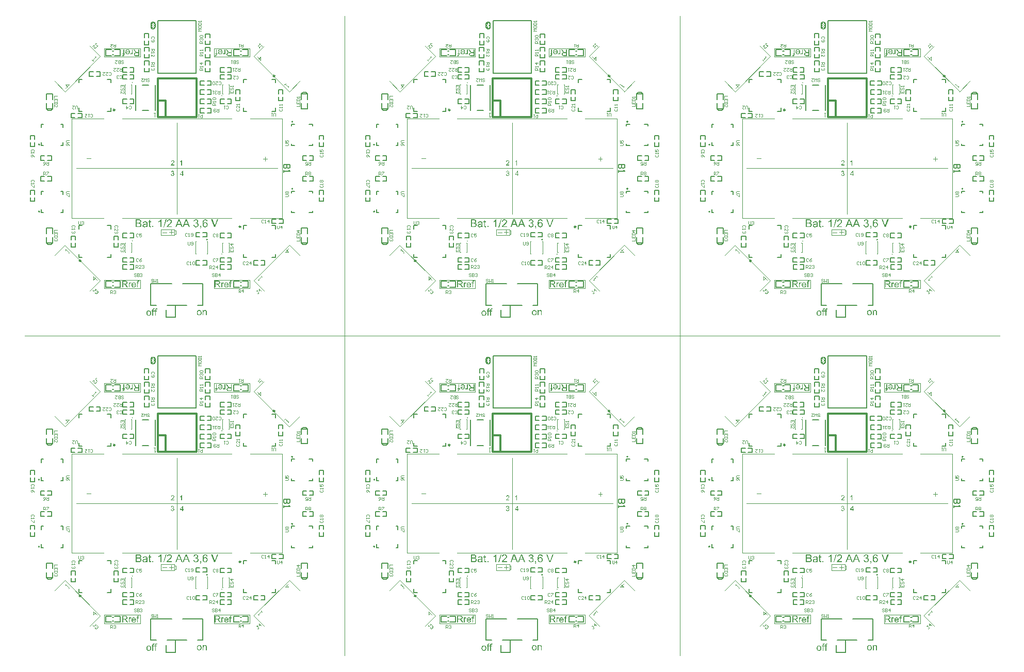
<source format=gto>
G04*
G04 #@! TF.GenerationSoftware,Altium Limited,Altium Designer,22.3.1 (43)*
G04*
G04 Layer_Color=65535*
%FSLAX25Y25*%
%MOIN*%
G70*
G04*
G04 #@! TF.SameCoordinates,BE9F1A3D-2FD5-4231-B36C-A3B311DF6078*
G04*
G04*
G04 #@! TF.FilePolarity,Positive*
G04*
G01*
G75*
%ADD10C,0.00600*%
%ADD42C,0.01181*%
%ADD43C,0.00787*%
%ADD50C,0.00591*%
%ADD51C,0.00394*%
%ADD52C,0.00984*%
%ADD53C,0.00500*%
G36*
X555587Y449177D02*
X555623D01*
Y449175D01*
X555649D01*
Y449173D01*
X555671D01*
Y449171D01*
X555689D01*
Y449169D01*
X555705D01*
Y449167D01*
X555722D01*
Y449165D01*
X555734D01*
Y449163D01*
X555750D01*
Y449161D01*
X555762D01*
Y449159D01*
X555772D01*
Y449157D01*
X555786D01*
Y449155D01*
X555796D01*
Y449153D01*
X555806D01*
Y449151D01*
X555816D01*
Y449149D01*
X555826D01*
Y449147D01*
X555836D01*
Y449145D01*
X555844D01*
Y449143D01*
X555854D01*
Y449141D01*
X555862D01*
Y449139D01*
X555870D01*
Y449137D01*
X555878D01*
Y449135D01*
X555886D01*
Y449133D01*
X555894D01*
Y449131D01*
X555902D01*
Y449129D01*
X555910D01*
Y449127D01*
X555917D01*
Y449125D01*
X555925D01*
Y449123D01*
X555933D01*
Y449121D01*
X555939D01*
Y449119D01*
X555945D01*
Y449117D01*
X555953D01*
Y449115D01*
X555959D01*
Y449113D01*
X555965D01*
Y449111D01*
X555971D01*
Y449109D01*
X555977D01*
Y449107D01*
X555985D01*
Y449105D01*
X555991D01*
Y449103D01*
X555997D01*
Y449101D01*
X556003D01*
Y449099D01*
X556007D01*
Y449097D01*
X556013D01*
Y449095D01*
X556019D01*
Y449093D01*
X556025D01*
Y449091D01*
X556031D01*
Y449089D01*
X556035D01*
Y449087D01*
X556041D01*
Y449085D01*
X556047D01*
Y449083D01*
X556051D01*
Y449081D01*
X556057D01*
Y449079D01*
X556061D01*
Y449077D01*
X556067D01*
Y449075D01*
X556073D01*
Y449073D01*
X556077D01*
Y449071D01*
X556081D01*
Y449068D01*
X556087D01*
Y449066D01*
X556091D01*
Y449064D01*
X556098D01*
Y449062D01*
X556102D01*
Y449060D01*
X556106D01*
Y449058D01*
X556112D01*
Y449056D01*
X556116D01*
Y449054D01*
X556120D01*
Y449052D01*
X556126D01*
Y449050D01*
X556130D01*
Y449048D01*
X556134D01*
Y449046D01*
X556138D01*
Y449044D01*
X556144D01*
Y449042D01*
X556148D01*
Y449040D01*
X556152D01*
Y449038D01*
X556156D01*
Y449036D01*
X556160D01*
Y449034D01*
X556164D01*
Y449032D01*
X556168D01*
Y449030D01*
X556172D01*
Y449028D01*
X556176D01*
Y449026D01*
X556180D01*
Y449024D01*
X556184D01*
Y449022D01*
X556188D01*
Y449020D01*
X556192D01*
Y449018D01*
X556196D01*
Y449016D01*
X556200D01*
Y449014D01*
X556204D01*
Y449012D01*
X556208D01*
Y449010D01*
X556212D01*
Y449008D01*
X556216D01*
Y449006D01*
X556220D01*
Y449004D01*
X556224D01*
Y449002D01*
X556226D01*
Y449000D01*
X556230D01*
Y448998D01*
X556234D01*
Y448996D01*
X556238D01*
Y448994D01*
X556242D01*
Y448992D01*
X556244D01*
Y448990D01*
X556248D01*
Y448988D01*
X556252D01*
Y448986D01*
X556256D01*
Y448984D01*
X556258D01*
Y448982D01*
X556262D01*
Y448980D01*
X556266D01*
Y448978D01*
X556270D01*
Y448976D01*
X556273D01*
Y448974D01*
X556277D01*
Y448972D01*
X556281D01*
Y448970D01*
X556285D01*
Y448968D01*
X556286D01*
Y448966D01*
X556290D01*
Y448964D01*
X556295D01*
Y448962D01*
X556297D01*
Y448960D01*
X556301D01*
Y448958D01*
X556303D01*
Y448956D01*
X556307D01*
Y448954D01*
X556311D01*
Y448952D01*
X556313D01*
Y448950D01*
X556317D01*
Y448948D01*
X556319D01*
Y448946D01*
X556323D01*
Y448944D01*
X556325D01*
Y448942D01*
X556329D01*
Y448940D01*
X556333D01*
Y448938D01*
X556335D01*
Y448936D01*
X556337D01*
Y448934D01*
X556341D01*
Y448932D01*
X556345D01*
Y448930D01*
X556347D01*
Y448928D01*
X556351D01*
Y448926D01*
X556353D01*
Y448924D01*
X556357D01*
Y448922D01*
X556359D01*
Y448920D01*
X556361D01*
Y448918D01*
X556365D01*
Y448916D01*
X556367D01*
Y448914D01*
X556371D01*
Y448912D01*
X556373D01*
Y448910D01*
X556377D01*
Y448908D01*
X556379D01*
Y448906D01*
X556381D01*
Y448904D01*
X556385D01*
Y448902D01*
X556387D01*
Y448900D01*
X556391D01*
Y448898D01*
X556393D01*
Y448896D01*
X556395D01*
Y448894D01*
X556399D01*
Y448892D01*
X556401D01*
Y448889D01*
X556403D01*
Y448887D01*
X556407D01*
Y448885D01*
X556409D01*
Y448883D01*
X556413D01*
Y448881D01*
X556415D01*
Y448879D01*
X556417D01*
Y448877D01*
X556419D01*
Y448876D01*
X556423D01*
Y448874D01*
X556425D01*
Y448871D01*
X556427D01*
Y448869D01*
X556431D01*
Y448867D01*
X556433D01*
Y448865D01*
X556435D01*
Y448863D01*
X556439D01*
Y448861D01*
X556441D01*
Y448859D01*
X556443D01*
Y448857D01*
X556445D01*
Y448855D01*
X556449D01*
Y448853D01*
X556451D01*
Y448851D01*
X556453D01*
Y448849D01*
X556455D01*
Y448847D01*
X556460D01*
Y448845D01*
X556461D01*
Y448843D01*
X556463D01*
Y448841D01*
X556465D01*
Y448839D01*
X556467D01*
Y448837D01*
X556471D01*
Y448835D01*
X556473D01*
Y448833D01*
X556475D01*
Y448831D01*
X556477D01*
Y448829D01*
X556480D01*
Y448827D01*
X556484D01*
Y448825D01*
X556486D01*
Y448823D01*
X556488D01*
Y448821D01*
X556490D01*
Y448819D01*
X556492D01*
Y448817D01*
X556494D01*
Y448815D01*
X556498D01*
Y448813D01*
X556500D01*
Y448811D01*
X556502D01*
Y448809D01*
X556504D01*
Y448807D01*
X556506D01*
Y448805D01*
X556508D01*
Y448803D01*
X556510D01*
Y448801D01*
X556512D01*
Y448799D01*
X556516D01*
Y448797D01*
X556518D01*
Y448795D01*
X556520D01*
Y448793D01*
X556522D01*
Y448791D01*
X556524D01*
Y448789D01*
X556526D01*
Y448787D01*
X556528D01*
Y448785D01*
X556530D01*
Y448783D01*
X556532D01*
Y448781D01*
X556534D01*
Y448779D01*
X556536D01*
Y448777D01*
X556540D01*
Y448775D01*
X556542D01*
Y448773D01*
X556544D01*
Y448771D01*
X556546D01*
Y448769D01*
X556548D01*
Y448767D01*
X556550D01*
Y448765D01*
X556552D01*
Y448763D01*
X556554D01*
Y448761D01*
X556556D01*
Y448759D01*
X556558D01*
Y448757D01*
X556560D01*
Y448755D01*
X556562D01*
Y448753D01*
X556564D01*
Y448751D01*
X556566D01*
Y448749D01*
X556568D01*
Y448747D01*
X556570D01*
Y448745D01*
X556572D01*
Y448743D01*
X556574D01*
Y448741D01*
X556576D01*
Y448739D01*
X556578D01*
Y448737D01*
X556580D01*
Y448735D01*
X556582D01*
Y448733D01*
X556584D01*
Y448731D01*
X556586D01*
Y448729D01*
X556588D01*
Y448727D01*
X556590D01*
Y448725D01*
X556592D01*
Y448723D01*
X556594D01*
Y448721D01*
X556596D01*
Y448719D01*
X556598D01*
Y448717D01*
X556600D01*
Y448715D01*
X556602D01*
Y448713D01*
X556604D01*
Y448709D01*
X556606D01*
Y448707D01*
X556608D01*
Y448705D01*
X556610D01*
Y448702D01*
X556612D01*
Y448701D01*
X556614D01*
Y448699D01*
X556616D01*
Y448697D01*
X556618D01*
Y448695D01*
X556620D01*
Y448693D01*
X556622D01*
Y448691D01*
X556624D01*
Y448689D01*
X556626D01*
Y448685D01*
X556628D01*
Y448682D01*
X556630D01*
Y448680D01*
X556632D01*
Y448678D01*
X556634D01*
Y448676D01*
X556636D01*
Y448674D01*
X556638D01*
Y448672D01*
X556640D01*
Y448670D01*
X556642D01*
Y448666D01*
X556644D01*
Y448664D01*
X556646D01*
Y448662D01*
X556648D01*
Y448660D01*
X556650D01*
Y448658D01*
X556652D01*
Y448656D01*
X556655D01*
Y448652D01*
X556657D01*
Y448650D01*
X556659D01*
Y448648D01*
X556661D01*
Y448646D01*
X556663D01*
Y448644D01*
X556665D01*
Y448640D01*
X556667D01*
Y448638D01*
X556669D01*
Y448636D01*
X556671D01*
Y448634D01*
X556673D01*
Y448632D01*
X556675D01*
Y448628D01*
X556677D01*
Y448626D01*
X556679D01*
Y448624D01*
X556681D01*
Y448622D01*
X556683D01*
Y448618D01*
X556685D01*
Y448616D01*
X556687D01*
Y448614D01*
X556689D01*
Y448612D01*
X556691D01*
Y448608D01*
X556693D01*
Y448606D01*
X556695D01*
Y448604D01*
X556697D01*
Y448602D01*
X556699D01*
Y448598D01*
X556701D01*
Y448596D01*
X556703D01*
Y448594D01*
X556705D01*
Y448590D01*
X556707D01*
Y448588D01*
X556709D01*
Y448586D01*
X556711D01*
Y448582D01*
X556713D01*
Y448580D01*
X556715D01*
Y448578D01*
X556717D01*
Y448574D01*
X556719D01*
Y448572D01*
X556721D01*
Y448570D01*
X556723D01*
Y448566D01*
X556725D01*
Y448564D01*
X556727D01*
Y448560D01*
X556729D01*
Y448558D01*
X556731D01*
Y448556D01*
X556733D01*
Y448552D01*
X556735D01*
Y448550D01*
X556737D01*
Y448546D01*
X556739D01*
Y448544D01*
X556741D01*
Y448542D01*
X556743D01*
Y448538D01*
X556745D01*
Y448536D01*
X556747D01*
Y448532D01*
X556749D01*
Y448530D01*
X556751D01*
Y448526D01*
X556753D01*
Y448524D01*
X556755D01*
Y448520D01*
X556757D01*
Y448518D01*
X556759D01*
Y448514D01*
X556761D01*
Y448512D01*
X556763D01*
Y448507D01*
X556765D01*
Y448505D01*
X556767D01*
Y448501D01*
X556769D01*
Y448499D01*
X556771D01*
Y448495D01*
X556773D01*
Y448493D01*
X556775D01*
Y448489D01*
X556777D01*
Y448485D01*
X556779D01*
Y448483D01*
X556781D01*
Y448479D01*
X556783D01*
Y448477D01*
X556785D01*
Y448473D01*
X556787D01*
Y448469D01*
X556789D01*
Y448467D01*
X556791D01*
Y448463D01*
X556793D01*
Y448459D01*
X556795D01*
Y448457D01*
X556797D01*
Y448453D01*
X556799D01*
Y448451D01*
X556801D01*
Y448447D01*
X556803D01*
Y448443D01*
X556805D01*
Y448439D01*
X556807D01*
Y448437D01*
X556809D01*
Y448433D01*
X556811D01*
Y448429D01*
X556813D01*
Y448425D01*
X556815D01*
Y448423D01*
X556817D01*
Y448419D01*
X556819D01*
Y448415D01*
X556821D01*
Y448411D01*
X556823D01*
Y448409D01*
X556825D01*
Y448405D01*
X556827D01*
Y448401D01*
X556829D01*
Y448397D01*
X556831D01*
Y448393D01*
X556833D01*
Y448389D01*
X556836D01*
Y448385D01*
X556838D01*
Y448383D01*
X556840D01*
Y448379D01*
X556842D01*
Y448375D01*
X556844D01*
Y448371D01*
X556846D01*
Y448367D01*
X556847D01*
Y448363D01*
X556849D01*
Y448359D01*
X556851D01*
Y448355D01*
X556853D01*
Y448351D01*
X556856D01*
Y448347D01*
X556858D01*
Y448343D01*
X556860D01*
Y448339D01*
X556862D01*
Y448335D01*
X556864D01*
Y448329D01*
X556866D01*
Y448324D01*
X556868D01*
Y448320D01*
X556870D01*
Y448316D01*
X556872D01*
Y448313D01*
X556874D01*
Y448306D01*
X556876D01*
Y448302D01*
X556878D01*
Y448298D01*
X556880D01*
Y448294D01*
X556882D01*
Y448290D01*
X556884D01*
Y448284D01*
X556886D01*
Y448280D01*
X556888D01*
Y448276D01*
X556890D01*
Y448270D01*
X556892D01*
Y448266D01*
X556894D01*
Y448262D01*
X556896D01*
Y448256D01*
X556898D01*
Y448252D01*
X556900D01*
Y448246D01*
X556902D01*
Y448242D01*
X556904D01*
Y448236D01*
X556906D01*
Y448232D01*
X556908D01*
Y448226D01*
X556910D01*
Y448220D01*
X556912D01*
Y448216D01*
X556914D01*
Y448210D01*
X556916D01*
Y448204D01*
X556918D01*
Y448200D01*
X556920D01*
Y448194D01*
X556922D01*
Y448188D01*
X556924D01*
Y448182D01*
X556926D01*
Y448176D01*
X556928D01*
Y448170D01*
X556930D01*
Y448164D01*
X556932D01*
Y448158D01*
X556934D01*
Y448152D01*
X556936D01*
Y448146D01*
X556938D01*
Y448140D01*
X556940D01*
Y448134D01*
X556942D01*
Y448128D01*
X556944D01*
Y448119D01*
X556946D01*
Y448113D01*
X556948D01*
Y448107D01*
X556950D01*
Y448099D01*
X556952D01*
Y448093D01*
X556954D01*
Y448085D01*
X556956D01*
Y448077D01*
X556958D01*
Y448069D01*
X556960D01*
Y448061D01*
X556962D01*
Y448055D01*
X556964D01*
Y448047D01*
X556966D01*
Y448039D01*
X556968D01*
Y448029D01*
X556970D01*
Y448021D01*
X556972D01*
Y448013D01*
X556974D01*
Y448003D01*
X556976D01*
Y447993D01*
X556978D01*
Y447983D01*
X556980D01*
Y447973D01*
X556982D01*
Y447961D01*
X556984D01*
Y447951D01*
X556986D01*
Y447938D01*
X556988D01*
Y447926D01*
X556990D01*
Y447914D01*
X556992D01*
Y447900D01*
X556994D01*
Y447882D01*
X556996D01*
Y447868D01*
X556998D01*
Y447850D01*
X557000D01*
Y447830D01*
X557002D01*
Y447808D01*
X557004D01*
Y447778D01*
X557006D01*
Y445594D01*
X557004D01*
Y445564D01*
X557002D01*
Y445540D01*
X557000D01*
Y445524D01*
X556998D01*
Y445522D01*
X557000D01*
Y445520D01*
X556998D01*
Y445502D01*
X556996D01*
Y445485D01*
X556994D01*
Y445471D01*
X556992D01*
Y445457D01*
X556990D01*
Y445445D01*
X556988D01*
Y445431D01*
X556986D01*
Y445421D01*
X556984D01*
Y445409D01*
X556982D01*
Y445399D01*
X556980D01*
Y445387D01*
X556978D01*
Y445379D01*
X556976D01*
Y445369D01*
X556974D01*
Y445359D01*
X556972D01*
Y445351D01*
X556970D01*
Y445341D01*
X556968D01*
Y445333D01*
X556966D01*
Y445325D01*
X556964D01*
Y445317D01*
X556962D01*
Y445308D01*
X556960D01*
Y445300D01*
X556958D01*
Y445292D01*
X556956D01*
Y445286D01*
X556954D01*
Y445278D01*
X556952D01*
Y445270D01*
X556950D01*
Y445264D01*
X556948D01*
Y445258D01*
X556946D01*
Y445250D01*
X556944D01*
Y445244D01*
X556942D01*
Y445238D01*
X556940D01*
Y445230D01*
X556938D01*
Y445224D01*
X556936D01*
Y445218D01*
X556934D01*
Y445212D01*
X556932D01*
Y445206D01*
X556930D01*
Y445200D01*
X556928D01*
Y445194D01*
X556926D01*
Y445188D01*
X556924D01*
Y445184D01*
X556922D01*
Y445178D01*
X556920D01*
Y445172D01*
X556918D01*
Y445166D01*
X556916D01*
Y445160D01*
X556914D01*
Y445156D01*
X556912D01*
Y445150D01*
X556910D01*
Y445146D01*
X556908D01*
Y445140D01*
X556906D01*
Y445134D01*
X556904D01*
Y445130D01*
X556902D01*
Y445123D01*
X556900D01*
Y445119D01*
X556898D01*
Y445114D01*
X556896D01*
Y445110D01*
X556894D01*
Y445105D01*
X556892D01*
Y445099D01*
X556890D01*
Y445095D01*
X556888D01*
Y445091D01*
X556886D01*
Y445085D01*
X556884D01*
Y445081D01*
X556882D01*
Y445077D01*
X556880D01*
Y445071D01*
X556878D01*
Y445067D01*
X556876D01*
Y445063D01*
X556874D01*
Y445059D01*
X556872D01*
Y445055D01*
X556870D01*
Y445049D01*
X556868D01*
Y445045D01*
X556866D01*
Y445041D01*
X556864D01*
Y445037D01*
X556862D01*
Y445033D01*
X556860D01*
Y445029D01*
X556858D01*
Y445025D01*
X556856D01*
Y445021D01*
X556853D01*
Y445017D01*
X556851D01*
Y445013D01*
X556849D01*
Y445009D01*
X556847D01*
Y445005D01*
X556846D01*
Y445001D01*
X556844D01*
Y444997D01*
X556842D01*
Y444993D01*
X556840D01*
Y444989D01*
X556838D01*
Y444985D01*
X556836D01*
Y444981D01*
X556833D01*
Y444977D01*
X556831D01*
Y444975D01*
X556829D01*
Y444971D01*
X556827D01*
Y444967D01*
X556825D01*
Y444963D01*
X556823D01*
Y444959D01*
X556821D01*
Y444957D01*
X556819D01*
Y444953D01*
X556817D01*
Y444949D01*
X556815D01*
Y444945D01*
X556813D01*
Y444941D01*
X556811D01*
Y444939D01*
X556809D01*
Y444935D01*
X556807D01*
Y444931D01*
X556805D01*
Y444929D01*
X556803D01*
Y444924D01*
X556801D01*
Y444920D01*
X556799D01*
Y444916D01*
X556797D01*
Y444914D01*
X556795D01*
Y444910D01*
X556793D01*
Y444908D01*
X556791D01*
Y444904D01*
X556789D01*
Y444900D01*
X556787D01*
Y444898D01*
X556785D01*
Y444894D01*
X556783D01*
Y444892D01*
X556781D01*
Y444888D01*
X556779D01*
Y444884D01*
X556777D01*
Y444882D01*
X556775D01*
Y444878D01*
X556773D01*
Y444876D01*
X556771D01*
Y444872D01*
X556769D01*
Y444870D01*
X556767D01*
Y444866D01*
X556765D01*
Y444862D01*
X556763D01*
Y444860D01*
X556761D01*
Y444856D01*
X556759D01*
Y444854D01*
X556757D01*
Y444850D01*
X556755D01*
Y444848D01*
X556753D01*
Y444844D01*
X556751D01*
Y444842D01*
X556749D01*
Y444838D01*
X556747D01*
Y444836D01*
X556745D01*
Y444834D01*
X556743D01*
Y444830D01*
X556741D01*
Y444828D01*
X556739D01*
Y444824D01*
X556737D01*
Y444822D01*
X556735D01*
Y444818D01*
X556733D01*
Y444816D01*
X556731D01*
Y444814D01*
X556729D01*
Y444810D01*
X556727D01*
Y444808D01*
X556725D01*
Y444804D01*
X556723D01*
Y444802D01*
X556721D01*
Y444800D01*
X556719D01*
Y444796D01*
X556717D01*
Y444794D01*
X556715D01*
Y444792D01*
X556713D01*
Y444788D01*
X556711D01*
Y444786D01*
X556709D01*
Y444784D01*
X556707D01*
Y444780D01*
X556705D01*
Y444778D01*
X556703D01*
Y444776D01*
X556701D01*
Y444772D01*
X556699D01*
Y444770D01*
X556697D01*
Y444768D01*
X556695D01*
Y444766D01*
X556693D01*
Y444762D01*
X556691D01*
Y444760D01*
X556689D01*
Y444758D01*
X556687D01*
Y444754D01*
X556685D01*
Y444752D01*
X556683D01*
Y444749D01*
X556681D01*
Y444747D01*
X556679D01*
Y444743D01*
X556677D01*
Y444741D01*
X556675D01*
Y444739D01*
X556673D01*
Y444737D01*
X556671D01*
Y444735D01*
X556669D01*
Y444731D01*
X556667D01*
Y444729D01*
X556665D01*
Y444727D01*
X556663D01*
Y444725D01*
X556661D01*
Y444723D01*
X556659D01*
Y444719D01*
X556657D01*
Y444717D01*
X556655D01*
Y444715D01*
X556652D01*
Y444713D01*
X556650D01*
Y444711D01*
X556648D01*
Y444709D01*
X556646D01*
Y444705D01*
X556644D01*
Y444703D01*
X556642D01*
Y444701D01*
X556640D01*
Y444699D01*
X556638D01*
Y444697D01*
X556636D01*
Y444695D01*
X556634D01*
Y444693D01*
X556632D01*
Y444689D01*
X556630D01*
Y444687D01*
X556628D01*
Y444685D01*
X556626D01*
Y444683D01*
X556624D01*
Y444681D01*
X556622D01*
Y444679D01*
X556620D01*
Y444677D01*
X556618D01*
Y444675D01*
X556616D01*
Y444673D01*
X556614D01*
Y444671D01*
X556612D01*
Y444667D01*
X556610D01*
Y444665D01*
X556608D01*
Y444663D01*
X556606D01*
Y444661D01*
X556604D01*
Y444659D01*
X556602D01*
Y444657D01*
X556600D01*
Y444655D01*
X556598D01*
Y444653D01*
X556596D01*
Y444651D01*
X556594D01*
Y444649D01*
X556592D01*
Y444647D01*
X556590D01*
Y444645D01*
X556588D01*
Y444643D01*
X556586D01*
Y444641D01*
X556584D01*
Y444639D01*
X556582D01*
Y444637D01*
X556580D01*
Y444635D01*
X556578D01*
Y444633D01*
X556576D01*
Y444631D01*
X556574D01*
Y444629D01*
X556572D01*
Y444627D01*
X556570D01*
Y444625D01*
X556568D01*
Y444623D01*
X556566D01*
Y444621D01*
X556564D01*
Y444619D01*
X556562D01*
Y444617D01*
X556560D01*
Y444615D01*
X556558D01*
Y444613D01*
X556556D01*
Y444611D01*
X556554D01*
Y444609D01*
X556552D01*
Y444607D01*
X556550D01*
Y444605D01*
X556548D01*
Y444603D01*
X556546D01*
Y444601D01*
X556544D01*
Y444599D01*
X556542D01*
Y444597D01*
X556540D01*
Y444595D01*
X556538D01*
Y444593D01*
X556536D01*
Y444591D01*
X556534D01*
Y444589D01*
X556532D01*
Y444587D01*
X556530D01*
Y444585D01*
X556526D01*
Y444583D01*
X556524D01*
Y444581D01*
X556522D01*
Y444579D01*
X556520D01*
Y444577D01*
X556518D01*
Y444575D01*
X556516D01*
Y444573D01*
X556514D01*
Y444571D01*
X556512D01*
Y444569D01*
X556510D01*
Y444567D01*
X556506D01*
Y444564D01*
X556504D01*
Y444563D01*
X556502D01*
Y444560D01*
X556500D01*
Y444558D01*
X556498D01*
Y444557D01*
X556496D01*
Y444555D01*
X556494D01*
Y444553D01*
X556490D01*
Y444551D01*
X556488D01*
Y444549D01*
X556486D01*
Y444547D01*
X556484D01*
Y444544D01*
X556482D01*
Y444542D01*
X556480D01*
Y444540D01*
X556475D01*
Y444538D01*
X556473D01*
Y444536D01*
X556471D01*
Y444534D01*
X556469D01*
Y444532D01*
X556467D01*
Y444530D01*
X556463D01*
Y444528D01*
X556461D01*
Y444526D01*
X556460D01*
Y444524D01*
X556457D01*
Y444522D01*
X556453D01*
Y444520D01*
X556451D01*
Y444518D01*
X556449D01*
Y444516D01*
X556447D01*
Y444514D01*
X556443D01*
Y444512D01*
X556441D01*
Y444510D01*
X556439D01*
Y444508D01*
X556437D01*
Y444506D01*
X556433D01*
Y444504D01*
X556431D01*
Y444502D01*
X556429D01*
Y444500D01*
X556427D01*
Y444498D01*
X556423D01*
Y444496D01*
X556421D01*
Y444494D01*
X556419D01*
Y444492D01*
X556415D01*
Y444490D01*
X556413D01*
Y444488D01*
X556411D01*
Y444486D01*
X556407D01*
Y444484D01*
X556405D01*
Y444482D01*
X556403D01*
Y444480D01*
X556399D01*
Y444478D01*
X556397D01*
Y444476D01*
X556393D01*
Y444474D01*
X556391D01*
Y444472D01*
X556389D01*
Y444470D01*
X556385D01*
Y444468D01*
X556383D01*
Y444466D01*
X556381D01*
Y444464D01*
X556377D01*
Y444462D01*
X556375D01*
Y444460D01*
X556371D01*
Y444458D01*
X556369D01*
Y444456D01*
X556365D01*
Y444454D01*
X556363D01*
Y444452D01*
X556361D01*
Y444450D01*
X556357D01*
Y444448D01*
X556355D01*
Y444446D01*
X556351D01*
Y444444D01*
X556349D01*
Y444442D01*
X556345D01*
Y444440D01*
X556343D01*
Y444438D01*
X556339D01*
Y444436D01*
X556335D01*
Y444434D01*
X556333D01*
Y444432D01*
X556331D01*
Y444430D01*
X556327D01*
Y444428D01*
X556323D01*
Y444426D01*
X556321D01*
Y444424D01*
X556317D01*
Y444422D01*
X556315D01*
Y444420D01*
X556311D01*
Y444418D01*
X556309D01*
Y444416D01*
X556305D01*
Y444414D01*
X556301D01*
Y444412D01*
X556299D01*
Y444410D01*
X556295D01*
Y444408D01*
X556290D01*
Y444406D01*
X556288D01*
Y444404D01*
X556285D01*
Y444402D01*
X556281D01*
Y444400D01*
X556279D01*
Y444398D01*
X556275D01*
Y444396D01*
X556270D01*
Y444394D01*
X556268D01*
Y444392D01*
X556264D01*
Y444390D01*
X556260D01*
Y444388D01*
X556256D01*
Y444386D01*
X556254D01*
Y444384D01*
X556250D01*
Y444382D01*
X556246D01*
Y444380D01*
X556242D01*
Y444378D01*
X556240D01*
Y444376D01*
X556236D01*
Y444374D01*
X556232D01*
Y444372D01*
X556228D01*
Y444370D01*
X556224D01*
Y444368D01*
X556220D01*
Y444366D01*
X556216D01*
Y444363D01*
X556214D01*
Y444361D01*
X556210D01*
Y444359D01*
X556206D01*
Y444357D01*
X556202D01*
Y444355D01*
X556198D01*
Y444353D01*
X556194D01*
Y444351D01*
X556190D01*
Y444349D01*
X556186D01*
Y444347D01*
X556182D01*
Y444345D01*
X556178D01*
Y444343D01*
X556174D01*
Y444341D01*
X556170D01*
Y444339D01*
X556166D01*
Y444337D01*
X556162D01*
Y444335D01*
X556156D01*
Y444333D01*
X556154D01*
Y444331D01*
X556148D01*
Y444329D01*
X556144D01*
Y444327D01*
X556140D01*
Y444325D01*
X556136D01*
Y444323D01*
X556130D01*
Y444321D01*
X556126D01*
Y444319D01*
X556122D01*
Y444317D01*
X556118D01*
Y444315D01*
X556114D01*
Y444313D01*
X556108D01*
Y444311D01*
X556104D01*
Y444309D01*
X556100D01*
Y444307D01*
X556094D01*
Y444305D01*
X556089D01*
Y444303D01*
X556083D01*
Y444301D01*
X556079D01*
Y444299D01*
X556073D01*
Y444297D01*
X556069D01*
Y444295D01*
X556063D01*
Y444293D01*
X556059D01*
Y444291D01*
X556053D01*
Y444289D01*
X556049D01*
Y444287D01*
X556043D01*
Y444285D01*
X556037D01*
Y444283D01*
X556033D01*
Y444281D01*
X556027D01*
Y444279D01*
X556021D01*
Y444277D01*
X556015D01*
Y444275D01*
X556009D01*
Y444273D01*
X556005D01*
Y444271D01*
X555999D01*
Y444269D01*
X555993D01*
Y444267D01*
X555987D01*
Y444265D01*
X555981D01*
Y444263D01*
X555973D01*
Y444261D01*
X555967D01*
Y444259D01*
X555961D01*
Y444257D01*
X555955D01*
Y444255D01*
X555949D01*
Y444253D01*
X555941D01*
Y444251D01*
X555935D01*
Y444249D01*
X555927D01*
Y444247D01*
X555921D01*
Y444245D01*
X555912D01*
Y444243D01*
X555904D01*
Y444241D01*
X555897D01*
Y444239D01*
X555890D01*
Y444237D01*
X555882D01*
Y444235D01*
X555874D01*
Y444233D01*
X555864D01*
Y444231D01*
X555856D01*
Y444229D01*
X555848D01*
Y444227D01*
X555838D01*
Y444225D01*
X555830D01*
Y444223D01*
X555820D01*
Y444221D01*
X555810D01*
Y444219D01*
X555800D01*
Y444217D01*
X555790D01*
Y444215D01*
X555778D01*
Y444213D01*
X555766D01*
Y444211D01*
X555752D01*
Y444209D01*
X555740D01*
Y444207D01*
X555726D01*
Y444205D01*
X555712D01*
Y444203D01*
X555695D01*
Y444201D01*
X555693D01*
Y444203D01*
X555691D01*
Y444201D01*
X555675D01*
Y444199D01*
X555657D01*
Y444197D01*
X555633D01*
Y444195D01*
X555631D01*
Y444197D01*
X555629D01*
Y444195D01*
X555601D01*
Y444193D01*
X555599D01*
Y444195D01*
X555597D01*
Y444193D01*
X555142D01*
Y444195D01*
X555116D01*
Y444197D01*
X555114D01*
Y444195D01*
X555112D01*
Y444197D01*
X555088D01*
Y444199D01*
X555068D01*
Y444201D01*
X555050D01*
Y444203D01*
X555032D01*
Y444205D01*
X555018D01*
Y444207D01*
X555006D01*
Y444209D01*
X554990D01*
Y444211D01*
X554980D01*
Y444213D01*
X554965D01*
Y444215D01*
X554955D01*
Y444217D01*
X554945D01*
Y444219D01*
X554933D01*
Y444221D01*
X554925D01*
Y444223D01*
X554915D01*
Y444225D01*
X554905D01*
Y444227D01*
X554895D01*
Y444229D01*
X554887D01*
Y444231D01*
X554879D01*
Y444233D01*
X554871D01*
Y444235D01*
X554863D01*
Y444237D01*
X554855D01*
Y444239D01*
X554847D01*
Y444241D01*
X554839D01*
Y444243D01*
X554831D01*
Y444245D01*
X554825D01*
Y444247D01*
X554817D01*
Y444249D01*
X554811D01*
Y444251D01*
X554803D01*
Y444253D01*
X554797D01*
Y444255D01*
X554791D01*
Y444257D01*
X554782D01*
Y444259D01*
X554776D01*
Y444261D01*
X554771D01*
Y444263D01*
X554764D01*
Y444265D01*
X554758D01*
Y444267D01*
X554752D01*
Y444269D01*
X554746D01*
Y444271D01*
X554740D01*
Y444273D01*
X554734D01*
Y444275D01*
X554728D01*
Y444277D01*
X554722D01*
Y444279D01*
X554718D01*
Y444281D01*
X554712D01*
Y444283D01*
X554706D01*
Y444285D01*
X554700D01*
Y444287D01*
X554696D01*
Y444289D01*
X554690D01*
Y444291D01*
X554686D01*
Y444293D01*
X554680D01*
Y444295D01*
X554674D01*
Y444297D01*
X554670D01*
Y444299D01*
X554666D01*
Y444301D01*
X554660D01*
Y444303D01*
X554656D01*
Y444305D01*
X554650D01*
Y444307D01*
X554646D01*
Y444309D01*
X554640D01*
Y444311D01*
X554636D01*
Y444313D01*
X554632D01*
Y444315D01*
X554628D01*
Y444317D01*
X554622D01*
Y444319D01*
X554618D01*
Y444321D01*
X554614D01*
Y444323D01*
X554610D01*
Y444325D01*
X554604D01*
Y444327D01*
X554600D01*
Y444329D01*
X554596D01*
Y444331D01*
X554592D01*
Y444333D01*
X554588D01*
Y444335D01*
X554584D01*
Y444337D01*
X554579D01*
Y444339D01*
X554575D01*
Y444341D01*
X554569D01*
Y444343D01*
X554565D01*
Y444345D01*
X554563D01*
Y444347D01*
X554559D01*
Y444349D01*
X554553D01*
Y444351D01*
X554551D01*
Y444353D01*
X554545D01*
Y444355D01*
X554543D01*
Y444357D01*
X554539D01*
Y444359D01*
X554535D01*
Y444361D01*
X554531D01*
Y444363D01*
X554527D01*
Y444366D01*
X554523D01*
Y444368D01*
X554519D01*
Y444370D01*
X554515D01*
Y444372D01*
X554511D01*
Y444374D01*
X554509D01*
Y444376D01*
X554505D01*
Y444378D01*
X554501D01*
Y444380D01*
X554497D01*
Y444382D01*
X554493D01*
Y444384D01*
X554491D01*
Y444386D01*
X554487D01*
Y444388D01*
X554483D01*
Y444390D01*
X554479D01*
Y444392D01*
X554477D01*
Y444394D01*
X554473D01*
Y444396D01*
X554471D01*
Y444398D01*
X554467D01*
Y444400D01*
X554463D01*
Y444402D01*
X554459D01*
Y444404D01*
X554457D01*
Y444406D01*
X554453D01*
Y444408D01*
X554451D01*
Y444410D01*
X554447D01*
Y444412D01*
X554443D01*
Y444414D01*
X554441D01*
Y444416D01*
X554437D01*
Y444418D01*
X554433D01*
Y444420D01*
X554431D01*
Y444422D01*
X554427D01*
Y444424D01*
X554425D01*
Y444426D01*
X554421D01*
Y444428D01*
X554417D01*
Y444430D01*
X554415D01*
Y444432D01*
X554411D01*
Y444434D01*
X554409D01*
Y444436D01*
X554404D01*
Y444438D01*
X554402D01*
Y444440D01*
X554398D01*
Y444442D01*
X554396D01*
Y444444D01*
X554392D01*
Y444446D01*
X554390D01*
Y444448D01*
X554386D01*
Y444450D01*
X554384D01*
Y444452D01*
X554380D01*
Y444454D01*
X554378D01*
Y444456D01*
X554376D01*
Y444458D01*
X554372D01*
Y444460D01*
X554370D01*
Y444462D01*
X554366D01*
Y444464D01*
X554364D01*
Y444466D01*
X554362D01*
Y444468D01*
X554358D01*
Y444470D01*
X554356D01*
Y444472D01*
X554352D01*
Y444474D01*
X554350D01*
Y444476D01*
X554348D01*
Y444478D01*
X554344D01*
Y444480D01*
X554342D01*
Y444482D01*
X554340D01*
Y444484D01*
X554336D01*
Y444486D01*
X554334D01*
Y444488D01*
X554330D01*
Y444490D01*
X554328D01*
Y444492D01*
X554326D01*
Y444494D01*
X554324D01*
Y444496D01*
X554320D01*
Y444498D01*
X554318D01*
Y444500D01*
X554316D01*
Y444502D01*
X554312D01*
Y444504D01*
X554310D01*
Y444506D01*
X554308D01*
Y444508D01*
X554304D01*
Y444510D01*
X554302D01*
Y444512D01*
X554300D01*
Y444514D01*
X554298D01*
Y444516D01*
X554294D01*
Y444518D01*
X554292D01*
Y444520D01*
X554290D01*
Y444522D01*
X554288D01*
Y444524D01*
X554286D01*
Y444526D01*
X554282D01*
Y444528D01*
X554280D01*
Y444530D01*
X554278D01*
Y444532D01*
X554276D01*
Y444534D01*
X554272D01*
Y444536D01*
X554270D01*
Y444538D01*
X554268D01*
Y444540D01*
X554266D01*
Y444542D01*
X554264D01*
Y444544D01*
X554262D01*
Y444547D01*
X554258D01*
Y444549D01*
X554256D01*
Y444551D01*
X554254D01*
Y444553D01*
X554252D01*
Y444555D01*
X554250D01*
Y444557D01*
X554248D01*
Y444558D01*
X554244D01*
Y444560D01*
X554242D01*
Y444563D01*
X554240D01*
Y444564D01*
X554238D01*
Y444567D01*
X554236D01*
Y444569D01*
X554234D01*
Y444571D01*
X554232D01*
Y444573D01*
X554230D01*
Y444575D01*
X554226D01*
Y444577D01*
X554224D01*
Y444579D01*
X554222D01*
Y444581D01*
X554219D01*
Y444583D01*
X554217D01*
Y444585D01*
X554215D01*
Y444587D01*
X554213D01*
Y444589D01*
X554212D01*
Y444591D01*
X554210D01*
Y444593D01*
X554208D01*
Y444595D01*
X554206D01*
Y444597D01*
X554204D01*
Y444599D01*
X554199D01*
Y444601D01*
X554197D01*
Y444603D01*
X554195D01*
Y444605D01*
X554193D01*
Y444607D01*
X554191D01*
Y444609D01*
X554189D01*
Y444611D01*
X554187D01*
Y444613D01*
X554185D01*
Y444615D01*
X554183D01*
Y444617D01*
X554181D01*
Y444619D01*
X554179D01*
Y444621D01*
X554177D01*
Y444623D01*
X554175D01*
Y444625D01*
X554173D01*
Y444627D01*
X554171D01*
Y444629D01*
X554169D01*
Y444631D01*
X554167D01*
Y444633D01*
X554165D01*
Y444635D01*
X554163D01*
Y444637D01*
X554161D01*
Y444639D01*
X554159D01*
Y444641D01*
X554157D01*
Y444643D01*
X554155D01*
Y444645D01*
X554153D01*
Y444647D01*
X554151D01*
Y444649D01*
X554149D01*
Y444651D01*
X554147D01*
Y444653D01*
X554145D01*
Y444655D01*
X554143D01*
Y444659D01*
X554141D01*
Y444661D01*
X554139D01*
Y444663D01*
X554137D01*
Y444665D01*
X554135D01*
Y444667D01*
X554133D01*
Y444669D01*
X554131D01*
Y444671D01*
X554129D01*
Y444673D01*
X554127D01*
Y444675D01*
X554125D01*
Y444677D01*
X554123D01*
Y444679D01*
X554121D01*
Y444681D01*
X554119D01*
Y444685D01*
X554117D01*
Y444687D01*
X554115D01*
Y444689D01*
X554113D01*
Y444691D01*
X554111D01*
Y444693D01*
X554109D01*
Y444695D01*
X554107D01*
Y444697D01*
X554105D01*
Y444699D01*
X554103D01*
Y444703D01*
X554101D01*
Y444705D01*
X554099D01*
Y444707D01*
X554097D01*
Y444709D01*
X554095D01*
Y444711D01*
X554093D01*
Y444713D01*
X554091D01*
Y444717D01*
X554089D01*
Y444719D01*
X554087D01*
Y444721D01*
X554085D01*
Y444723D01*
X554083D01*
Y444725D01*
X554081D01*
Y444729D01*
X554079D01*
Y444731D01*
X554077D01*
Y444733D01*
X554075D01*
Y444735D01*
X554073D01*
Y444737D01*
X554071D01*
Y444741D01*
X554069D01*
Y444743D01*
X554067D01*
Y444745D01*
X554065D01*
Y444747D01*
X554063D01*
Y444752D01*
X554061D01*
Y444754D01*
X554059D01*
Y444756D01*
X554057D01*
Y444758D01*
X554055D01*
Y444762D01*
X554053D01*
Y444764D01*
X554051D01*
Y444766D01*
X554049D01*
Y444768D01*
X554047D01*
Y444772D01*
X554045D01*
Y444774D01*
X554043D01*
Y444776D01*
X554041D01*
Y444780D01*
X554039D01*
Y444782D01*
X554037D01*
Y444784D01*
X554035D01*
Y444788D01*
X554033D01*
Y444790D01*
X554031D01*
Y444792D01*
X554029D01*
Y444796D01*
X554027D01*
Y444798D01*
X554025D01*
Y444800D01*
X554023D01*
Y444804D01*
X554021D01*
Y444806D01*
X554018D01*
Y444810D01*
X554016D01*
Y444812D01*
X554014D01*
Y444814D01*
X554012D01*
Y444818D01*
X554010D01*
Y444820D01*
X554008D01*
Y444822D01*
X554006D01*
Y444826D01*
X554004D01*
Y444828D01*
X554002D01*
Y444832D01*
X554000D01*
Y444834D01*
X553998D01*
Y444838D01*
X553996D01*
Y444840D01*
X553994D01*
Y444844D01*
X553992D01*
Y444846D01*
X553990D01*
Y444850D01*
X553988D01*
Y444852D01*
X553986D01*
Y444856D01*
X553984D01*
Y444858D01*
X553982D01*
Y444862D01*
X553980D01*
Y444864D01*
X553978D01*
Y444868D01*
X553976D01*
Y444870D01*
X553974D01*
Y444874D01*
X553972D01*
Y444876D01*
X553970D01*
Y444880D01*
X553968D01*
Y444882D01*
X553966D01*
Y444886D01*
X553964D01*
Y444890D01*
X553962D01*
Y444892D01*
X553960D01*
Y444896D01*
X553958D01*
Y444898D01*
X553956D01*
Y444902D01*
X553954D01*
Y444906D01*
X553952D01*
Y444908D01*
X553950D01*
Y444912D01*
X553948D01*
Y444916D01*
X553946D01*
Y444918D01*
X553944D01*
Y444922D01*
X553942D01*
Y444927D01*
X553940D01*
Y444929D01*
X553938D01*
Y444933D01*
X553936D01*
Y444937D01*
X553934D01*
Y444939D01*
X553932D01*
Y444943D01*
X553930D01*
Y444947D01*
X553928D01*
Y444951D01*
X553926D01*
Y444955D01*
X553924D01*
Y444957D01*
X553922D01*
Y444961D01*
X553920D01*
Y444965D01*
X553918D01*
Y444969D01*
X553916D01*
Y444973D01*
X553914D01*
Y444975D01*
X553912D01*
Y444979D01*
X553910D01*
Y444983D01*
X553908D01*
Y444987D01*
X553906D01*
Y444991D01*
X553904D01*
Y444995D01*
X553902D01*
Y444999D01*
X553900D01*
Y445003D01*
X553898D01*
Y445007D01*
X553896D01*
Y445011D01*
X553894D01*
Y445015D01*
X553892D01*
Y445019D01*
X553890D01*
Y445023D01*
X553888D01*
Y445027D01*
X553886D01*
Y445031D01*
X553884D01*
Y445035D01*
X553882D01*
Y445039D01*
X553880D01*
Y445043D01*
X553878D01*
Y445047D01*
X553876D01*
Y445051D01*
X553874D01*
Y445057D01*
X553872D01*
Y445061D01*
X553870D01*
Y445065D01*
X553868D01*
Y445069D01*
X553866D01*
Y445073D01*
X553864D01*
Y445079D01*
X553862D01*
Y445083D01*
X553860D01*
Y445087D01*
X553858D01*
Y445093D01*
X553856D01*
Y445097D01*
X553854D01*
Y445101D01*
X553852D01*
Y445107D01*
X553850D01*
Y445112D01*
X553848D01*
Y445118D01*
X553846D01*
Y445121D01*
X553843D01*
Y445125D01*
X553841D01*
Y445132D01*
X553839D01*
Y445138D01*
X553837D01*
Y445142D01*
X553835D01*
Y445148D01*
X553833D01*
Y445152D01*
X553831D01*
Y445158D01*
X553829D01*
Y445164D01*
X553827D01*
Y445170D01*
X553826D01*
Y445174D01*
X553823D01*
Y445180D01*
X553821D01*
Y445186D01*
X553819D01*
Y445192D01*
X553817D01*
Y445198D01*
X553815D01*
Y445204D01*
X553813D01*
Y445210D01*
X553811D01*
Y445216D01*
X553809D01*
Y445222D01*
X553807D01*
Y445228D01*
X553805D01*
Y445234D01*
X553803D01*
Y445240D01*
X553801D01*
Y445246D01*
X553799D01*
Y445254D01*
X553797D01*
Y445260D01*
X553795D01*
Y445268D01*
X553793D01*
Y445274D01*
X553791D01*
Y445282D01*
X553789D01*
Y445288D01*
X553787D01*
Y445296D01*
X553785D01*
Y445304D01*
X553783D01*
Y445312D01*
X553781D01*
Y445321D01*
X553779D01*
Y445329D01*
X553777D01*
Y445337D01*
X553775D01*
Y445345D01*
X553773D01*
Y445355D01*
X553771D01*
Y445363D01*
X553769D01*
Y445373D01*
X553767D01*
Y445383D01*
X553765D01*
Y445393D01*
X553763D01*
Y445405D01*
X553761D01*
Y445413D01*
X553759D01*
Y445425D01*
X553757D01*
Y445437D01*
X553755D01*
Y445449D01*
X553753D01*
Y445465D01*
X553751D01*
Y445477D01*
X553749D01*
Y445496D01*
X553747D01*
Y445510D01*
X553745D01*
Y445512D01*
X553747D01*
Y445514D01*
X553745D01*
Y445528D01*
X553743D01*
Y445550D01*
X553741D01*
Y445576D01*
X553739D01*
Y445612D01*
X553737D01*
Y445614D01*
X553739D01*
Y445616D01*
X553737D01*
Y447759D01*
X553739D01*
Y447788D01*
X553741D01*
Y447790D01*
X553739D01*
Y447796D01*
X553741D01*
Y447820D01*
X553743D01*
Y447842D01*
X553745D01*
Y447862D01*
X553747D01*
Y447878D01*
X553749D01*
Y447894D01*
X553751D01*
Y447908D01*
X553753D01*
Y447920D01*
X553755D01*
Y447934D01*
X553757D01*
Y447947D01*
X553759D01*
Y447957D01*
X553761D01*
Y447969D01*
X553763D01*
Y447979D01*
X553765D01*
Y447989D01*
X553767D01*
Y447999D01*
X553769D01*
Y448007D01*
X553771D01*
Y448017D01*
X553773D01*
Y448025D01*
X553775D01*
Y448033D01*
X553777D01*
Y448043D01*
X553779D01*
Y448051D01*
X553781D01*
Y448059D01*
X553783D01*
Y448067D01*
X553785D01*
Y448075D01*
X553787D01*
Y448081D01*
X553789D01*
Y448089D01*
X553791D01*
Y448097D01*
X553793D01*
Y448103D01*
X553795D01*
Y448111D01*
X553797D01*
Y448117D01*
X553799D01*
Y448124D01*
X553801D01*
Y448132D01*
X553803D01*
Y448138D01*
X553805D01*
Y448144D01*
X553807D01*
Y448150D01*
X553809D01*
Y448156D01*
X553811D01*
Y448162D01*
X553813D01*
Y448168D01*
X553815D01*
Y448174D01*
X553817D01*
Y448180D01*
X553819D01*
Y448186D01*
X553821D01*
Y448192D01*
X553823D01*
Y448196D01*
X553826D01*
Y448202D01*
X553827D01*
Y448208D01*
X553829D01*
Y448214D01*
X553831D01*
Y448218D01*
X553833D01*
Y448224D01*
X553835D01*
Y448230D01*
X553837D01*
Y448234D01*
X553839D01*
Y448240D01*
X553841D01*
Y448244D01*
X553843D01*
Y448250D01*
X553846D01*
Y448254D01*
X553848D01*
Y448260D01*
X553850D01*
Y448264D01*
X553852D01*
Y448268D01*
X553854D01*
Y448274D01*
X553856D01*
Y448278D01*
X553858D01*
Y448282D01*
X553860D01*
Y448288D01*
X553862D01*
Y448292D01*
X553864D01*
Y448296D01*
X553866D01*
Y448300D01*
X553868D01*
Y448306D01*
X553870D01*
Y448311D01*
X553872D01*
Y448315D01*
X553874D01*
Y448318D01*
X553876D01*
Y448322D01*
X553878D01*
Y448326D01*
X553880D01*
Y448331D01*
X553882D01*
Y448337D01*
X553884D01*
Y448341D01*
X553886D01*
Y448345D01*
X553888D01*
Y448349D01*
X553890D01*
Y448353D01*
X553892D01*
Y448357D01*
X553894D01*
Y448361D01*
X553896D01*
Y448365D01*
X553898D01*
Y448369D01*
X553900D01*
Y448373D01*
X553902D01*
Y448377D01*
X553904D01*
Y448381D01*
X553906D01*
Y448385D01*
X553908D01*
Y448387D01*
X553910D01*
Y448391D01*
X553912D01*
Y448395D01*
X553914D01*
Y448399D01*
X553916D01*
Y448403D01*
X553918D01*
Y448407D01*
X553920D01*
Y448411D01*
X553922D01*
Y448413D01*
X553924D01*
Y448417D01*
X553926D01*
Y448421D01*
X553928D01*
Y448425D01*
X553930D01*
Y448427D01*
X553932D01*
Y448431D01*
X553934D01*
Y448435D01*
X553936D01*
Y448439D01*
X553938D01*
Y448441D01*
X553940D01*
Y448445D01*
X553942D01*
Y448449D01*
X553944D01*
Y448451D01*
X553946D01*
Y448455D01*
X553948D01*
Y448459D01*
X553950D01*
Y448461D01*
X553952D01*
Y448465D01*
X553954D01*
Y448469D01*
X553956D01*
Y448471D01*
X553958D01*
Y448475D01*
X553960D01*
Y448479D01*
X553962D01*
Y448481D01*
X553964D01*
Y448485D01*
X553966D01*
Y448487D01*
X553968D01*
Y448491D01*
X553970D01*
Y448493D01*
X553972D01*
Y448497D01*
X553974D01*
Y448499D01*
X553976D01*
Y448503D01*
X553978D01*
Y448507D01*
X553980D01*
Y448510D01*
X553982D01*
Y448514D01*
X553984D01*
Y448516D01*
X553986D01*
Y448520D01*
X553988D01*
Y448522D01*
X553990D01*
Y448526D01*
X553992D01*
Y448528D01*
X553994D01*
Y448532D01*
X553996D01*
Y448534D01*
X553998D01*
Y448536D01*
X554000D01*
Y448540D01*
X554002D01*
Y448542D01*
X554004D01*
Y448546D01*
X554006D01*
Y448548D01*
X554008D01*
Y448552D01*
X554010D01*
Y448554D01*
X554012D01*
Y448556D01*
X554014D01*
Y448560D01*
X554016D01*
Y448562D01*
X554018D01*
Y448566D01*
X554021D01*
Y448568D01*
X554023D01*
Y448570D01*
X554025D01*
Y448574D01*
X554027D01*
Y448576D01*
X554029D01*
Y448578D01*
X554031D01*
Y448582D01*
X554033D01*
Y448584D01*
X554035D01*
Y448586D01*
X554037D01*
Y448590D01*
X554039D01*
Y448592D01*
X554041D01*
Y448594D01*
X554043D01*
Y448598D01*
X554045D01*
Y448600D01*
X554047D01*
Y448602D01*
X554049D01*
Y448606D01*
X554051D01*
Y448608D01*
X554053D01*
Y448610D01*
X554055D01*
Y448612D01*
X554057D01*
Y448616D01*
X554059D01*
Y448618D01*
X554061D01*
Y448620D01*
X554063D01*
Y448622D01*
X554065D01*
Y448626D01*
X554067D01*
Y448628D01*
X554069D01*
Y448630D01*
X554071D01*
Y448632D01*
X554073D01*
Y448636D01*
X554075D01*
Y448638D01*
X554077D01*
Y448640D01*
X554079D01*
Y448642D01*
X554081D01*
Y448644D01*
X554083D01*
Y448648D01*
X554085D01*
Y448650D01*
X554087D01*
Y448652D01*
X554089D01*
Y448654D01*
X554091D01*
Y448656D01*
X554093D01*
Y448658D01*
X554095D01*
Y448662D01*
X554097D01*
Y448664D01*
X554099D01*
Y448666D01*
X554101D01*
Y448668D01*
X554103D01*
Y448670D01*
X554105D01*
Y448672D01*
X554107D01*
Y448674D01*
X554109D01*
Y448678D01*
X554111D01*
Y448680D01*
X554113D01*
Y448682D01*
X554115D01*
Y448685D01*
X554117D01*
Y448687D01*
X554119D01*
Y448689D01*
X554121D01*
Y448691D01*
X554123D01*
Y448693D01*
X554125D01*
Y448697D01*
X554127D01*
Y448699D01*
X554129D01*
Y448701D01*
X554131D01*
Y448702D01*
X554133D01*
Y448705D01*
X554135D01*
Y448707D01*
X554137D01*
Y448709D01*
X554139D01*
Y448711D01*
X554141D01*
Y448713D01*
X554143D01*
Y448715D01*
X554145D01*
Y448717D01*
X554147D01*
Y448719D01*
X554149D01*
Y448721D01*
X554151D01*
Y448723D01*
X554153D01*
Y448725D01*
X554155D01*
Y448727D01*
X554157D01*
Y448729D01*
X554159D01*
Y448731D01*
X554161D01*
Y448735D01*
X554163D01*
Y448737D01*
X554165D01*
Y448739D01*
X554167D01*
Y448741D01*
X554169D01*
Y448743D01*
X554171D01*
Y448745D01*
X554173D01*
Y448747D01*
X554175D01*
Y448749D01*
X554177D01*
Y448751D01*
X554179D01*
Y448753D01*
X554181D01*
Y448755D01*
X554185D01*
Y448757D01*
X554187D01*
Y448759D01*
X554189D01*
Y448761D01*
X554191D01*
Y448763D01*
X554193D01*
Y448765D01*
X554195D01*
Y448767D01*
X554197D01*
Y448769D01*
X554199D01*
Y448771D01*
X554202D01*
Y448773D01*
X554204D01*
Y448775D01*
X554206D01*
Y448777D01*
X554208D01*
Y448779D01*
X554210D01*
Y448781D01*
X554212D01*
Y448783D01*
X554213D01*
Y448785D01*
X554215D01*
Y448787D01*
X554217D01*
Y448789D01*
X554219D01*
Y448791D01*
X554224D01*
Y448793D01*
X554226D01*
Y448795D01*
X554228D01*
Y448797D01*
X554230D01*
Y448799D01*
X554232D01*
Y448801D01*
X554234D01*
Y448803D01*
X554236D01*
Y448805D01*
X554238D01*
Y448807D01*
X554242D01*
Y448809D01*
X554244D01*
Y448811D01*
X554246D01*
Y448813D01*
X554248D01*
Y448815D01*
X554250D01*
Y448817D01*
X554252D01*
Y448819D01*
X554254D01*
Y448821D01*
X554258D01*
Y448823D01*
X554260D01*
Y448825D01*
X554262D01*
Y448827D01*
X554264D01*
Y448829D01*
X554266D01*
Y448831D01*
X554268D01*
Y448833D01*
X554272D01*
Y448835D01*
X554274D01*
Y448837D01*
X554276D01*
Y448839D01*
X554278D01*
Y448841D01*
X554280D01*
Y448843D01*
X554284D01*
Y448845D01*
X554286D01*
Y448847D01*
X554288D01*
Y448849D01*
X554290D01*
Y448851D01*
X554294D01*
Y448853D01*
X554296D01*
Y448855D01*
X554298D01*
Y448857D01*
X554300D01*
Y448859D01*
X554304D01*
Y448861D01*
X554306D01*
Y448863D01*
X554308D01*
Y448865D01*
X554310D01*
Y448867D01*
X554314D01*
Y448869D01*
X554316D01*
Y448871D01*
X554318D01*
Y448874D01*
X554322D01*
Y448876D01*
X554324D01*
Y448877D01*
X554326D01*
Y448879D01*
X554330D01*
Y448881D01*
X554332D01*
Y448883D01*
X554334D01*
Y448885D01*
X554338D01*
Y448887D01*
X554340D01*
Y448889D01*
X554342D01*
Y448892D01*
X554346D01*
Y448894D01*
X554348D01*
Y448896D01*
X554350D01*
Y448898D01*
X554354D01*
Y448900D01*
X554356D01*
Y448902D01*
X554360D01*
Y448904D01*
X554362D01*
Y448906D01*
X554364D01*
Y448908D01*
X554368D01*
Y448910D01*
X554370D01*
Y448912D01*
X554374D01*
Y448914D01*
X554376D01*
Y448916D01*
X554380D01*
Y448918D01*
X554382D01*
Y448920D01*
X554384D01*
Y448922D01*
X554389D01*
Y448924D01*
X554390D01*
Y448926D01*
X554394D01*
Y448928D01*
X554396D01*
Y448930D01*
X554400D01*
Y448932D01*
X554402D01*
Y448934D01*
X554406D01*
Y448936D01*
X554409D01*
Y448938D01*
X554413D01*
Y448940D01*
X554417D01*
Y448942D01*
X554419D01*
Y448944D01*
X554423D01*
Y448946D01*
X554425D01*
Y448948D01*
X554429D01*
Y448950D01*
X554431D01*
Y448952D01*
X554435D01*
Y448954D01*
X554437D01*
Y448956D01*
X554441D01*
Y448958D01*
X554445D01*
Y448960D01*
X554447D01*
Y448962D01*
X554451D01*
Y448964D01*
X554455D01*
Y448966D01*
X554457D01*
Y448968D01*
X554461D01*
Y448970D01*
X554465D01*
Y448972D01*
X554467D01*
Y448974D01*
X554471D01*
Y448976D01*
X554475D01*
Y448978D01*
X554477D01*
Y448980D01*
X554481D01*
Y448982D01*
X554485D01*
Y448984D01*
X554489D01*
Y448986D01*
X554491D01*
Y448988D01*
X554495D01*
Y448990D01*
X554499D01*
Y448992D01*
X554503D01*
Y448994D01*
X554505D01*
Y448996D01*
X554509D01*
Y448998D01*
X554513D01*
Y449000D01*
X554517D01*
Y449002D01*
X554521D01*
Y449004D01*
X554525D01*
Y449006D01*
X554529D01*
Y449008D01*
X554531D01*
Y449010D01*
X554535D01*
Y449012D01*
X554539D01*
Y449014D01*
X554543D01*
Y449016D01*
X554547D01*
Y449018D01*
X554551D01*
Y449020D01*
X554555D01*
Y449022D01*
X554559D01*
Y449024D01*
X554563D01*
Y449026D01*
X554567D01*
Y449028D01*
X554571D01*
Y449030D01*
X554575D01*
Y449032D01*
X554579D01*
Y449034D01*
X554586D01*
Y449036D01*
X554590D01*
Y449038D01*
X554594D01*
Y449040D01*
X554598D01*
Y449042D01*
X554602D01*
Y449044D01*
X554606D01*
Y449046D01*
X554610D01*
Y449048D01*
X554616D01*
Y449050D01*
X554620D01*
Y449052D01*
X554624D01*
Y449054D01*
X554628D01*
Y449056D01*
X554634D01*
Y449058D01*
X554638D01*
Y449060D01*
X554642D01*
Y449062D01*
X554648D01*
Y449064D01*
X554652D01*
Y449066D01*
X554656D01*
Y449068D01*
X554662D01*
Y449071D01*
X554666D01*
Y449073D01*
X554672D01*
Y449075D01*
X554676D01*
Y449077D01*
X554682D01*
Y449079D01*
X554686D01*
Y449081D01*
X554692D01*
Y449083D01*
X554698D01*
Y449085D01*
X554702D01*
Y449087D01*
X554708D01*
Y449089D01*
X554714D01*
Y449091D01*
X554720D01*
Y449093D01*
X554724D01*
Y449095D01*
X554730D01*
Y449097D01*
X554736D01*
Y449099D01*
X554742D01*
Y449101D01*
X554748D01*
Y449103D01*
X554754D01*
Y449105D01*
X554760D01*
Y449107D01*
X554766D01*
Y449109D01*
X554773D01*
Y449111D01*
X554778D01*
Y449113D01*
X554785D01*
Y449115D01*
X554793D01*
Y449117D01*
X554799D01*
Y449119D01*
X554805D01*
Y449121D01*
X554813D01*
Y449123D01*
X554819D01*
Y449125D01*
X554827D01*
Y449127D01*
X554835D01*
Y449129D01*
X554841D01*
Y449131D01*
X554849D01*
Y449133D01*
X554857D01*
Y449135D01*
X554865D01*
Y449137D01*
X554873D01*
Y449139D01*
X554883D01*
Y449141D01*
X554891D01*
Y449143D01*
X554899D01*
Y449145D01*
X554909D01*
Y449147D01*
X554917D01*
Y449149D01*
X554927D01*
Y449151D01*
X554937D01*
Y449153D01*
X554947D01*
Y449155D01*
X554959D01*
Y449157D01*
X554970D01*
Y449159D01*
X554982D01*
Y449161D01*
X554996D01*
Y449163D01*
X555008D01*
Y449165D01*
X555022D01*
Y449167D01*
X555038D01*
Y449169D01*
X555054D01*
Y449171D01*
X555074D01*
Y449173D01*
X555096D01*
Y449175D01*
X555120D01*
Y449177D01*
X555126D01*
Y449175D01*
X555128D01*
Y449177D01*
X555157D01*
Y449179D01*
X555165D01*
Y449177D01*
X555167D01*
Y449179D01*
X555579D01*
Y449177D01*
X555581D01*
Y449179D01*
X555583D01*
Y449177D01*
X555585D01*
Y449179D01*
X555587D01*
Y449177D01*
D02*
G37*
G36*
X339051D02*
X339088D01*
Y449175D01*
X339114D01*
Y449173D01*
X339136D01*
Y449171D01*
X339154D01*
Y449169D01*
X339170D01*
Y449167D01*
X339186D01*
Y449165D01*
X339198D01*
Y449163D01*
X339214D01*
Y449161D01*
X339226D01*
Y449159D01*
X339236D01*
Y449157D01*
X339250D01*
Y449155D01*
X339261D01*
Y449153D01*
X339270D01*
Y449151D01*
X339281D01*
Y449149D01*
X339291D01*
Y449147D01*
X339301D01*
Y449145D01*
X339309D01*
Y449143D01*
X339319D01*
Y449141D01*
X339327D01*
Y449139D01*
X339335D01*
Y449137D01*
X339343D01*
Y449135D01*
X339351D01*
Y449133D01*
X339359D01*
Y449131D01*
X339367D01*
Y449129D01*
X339375D01*
Y449127D01*
X339381D01*
Y449125D01*
X339389D01*
Y449123D01*
X339397D01*
Y449121D01*
X339403D01*
Y449119D01*
X339409D01*
Y449117D01*
X339417D01*
Y449115D01*
X339423D01*
Y449113D01*
X339429D01*
Y449111D01*
X339435D01*
Y449109D01*
X339441D01*
Y449107D01*
X339450D01*
Y449105D01*
X339456D01*
Y449103D01*
X339461D01*
Y449101D01*
X339468D01*
Y449099D01*
X339472D01*
Y449097D01*
X339478D01*
Y449095D01*
X339484D01*
Y449093D01*
X339490D01*
Y449091D01*
X339496D01*
Y449089D01*
X339500D01*
Y449087D01*
X339506D01*
Y449085D01*
X339512D01*
Y449083D01*
X339516D01*
Y449081D01*
X339522D01*
Y449079D01*
X339526D01*
Y449077D01*
X339532D01*
Y449075D01*
X339538D01*
Y449073D01*
X339542D01*
Y449071D01*
X339546D01*
Y449068D01*
X339552D01*
Y449066D01*
X339556D01*
Y449064D01*
X339562D01*
Y449062D01*
X339566D01*
Y449060D01*
X339570D01*
Y449058D01*
X339576D01*
Y449056D01*
X339580D01*
Y449054D01*
X339584D01*
Y449052D01*
X339590D01*
Y449050D01*
X339594D01*
Y449048D01*
X339598D01*
Y449046D01*
X339602D01*
Y449044D01*
X339608D01*
Y449042D01*
X339612D01*
Y449040D01*
X339616D01*
Y449038D01*
X339620D01*
Y449036D01*
X339624D01*
Y449034D01*
X339628D01*
Y449032D01*
X339633D01*
Y449030D01*
X339636D01*
Y449028D01*
X339640D01*
Y449026D01*
X339645D01*
Y449024D01*
X339649D01*
Y449022D01*
X339653D01*
Y449020D01*
X339657D01*
Y449018D01*
X339661D01*
Y449016D01*
X339665D01*
Y449014D01*
X339669D01*
Y449012D01*
X339673D01*
Y449010D01*
X339677D01*
Y449008D01*
X339681D01*
Y449006D01*
X339685D01*
Y449004D01*
X339689D01*
Y449002D01*
X339691D01*
Y449000D01*
X339695D01*
Y448998D01*
X339699D01*
Y448996D01*
X339703D01*
Y448994D01*
X339707D01*
Y448992D01*
X339709D01*
Y448990D01*
X339713D01*
Y448988D01*
X339717D01*
Y448986D01*
X339721D01*
Y448984D01*
X339723D01*
Y448982D01*
X339727D01*
Y448980D01*
X339731D01*
Y448978D01*
X339735D01*
Y448976D01*
X339737D01*
Y448974D01*
X339741D01*
Y448972D01*
X339745D01*
Y448970D01*
X339749D01*
Y448968D01*
X339751D01*
Y448966D01*
X339755D01*
Y448964D01*
X339759D01*
Y448962D01*
X339761D01*
Y448960D01*
X339765D01*
Y448958D01*
X339767D01*
Y448956D01*
X339771D01*
Y448954D01*
X339775D01*
Y448952D01*
X339777D01*
Y448950D01*
X339781D01*
Y448948D01*
X339783D01*
Y448946D01*
X339787D01*
Y448944D01*
X339789D01*
Y448942D01*
X339793D01*
Y448940D01*
X339797D01*
Y448938D01*
X339799D01*
Y448936D01*
X339801D01*
Y448934D01*
X339805D01*
Y448932D01*
X339809D01*
Y448930D01*
X339811D01*
Y448928D01*
X339815D01*
Y448926D01*
X339817D01*
Y448924D01*
X339822D01*
Y448922D01*
X339824D01*
Y448920D01*
X339826D01*
Y448918D01*
X339829D01*
Y448916D01*
X339831D01*
Y448914D01*
X339836D01*
Y448912D01*
X339838D01*
Y448910D01*
X339842D01*
Y448908D01*
X339844D01*
Y448906D01*
X339846D01*
Y448904D01*
X339850D01*
Y448902D01*
X339852D01*
Y448900D01*
X339856D01*
Y448898D01*
X339858D01*
Y448896D01*
X339860D01*
Y448894D01*
X339864D01*
Y448892D01*
X339866D01*
Y448889D01*
X339868D01*
Y448887D01*
X339872D01*
Y448885D01*
X339874D01*
Y448883D01*
X339878D01*
Y448881D01*
X339880D01*
Y448879D01*
X339882D01*
Y448877D01*
X339884D01*
Y448876D01*
X339888D01*
Y448874D01*
X339890D01*
Y448871D01*
X339892D01*
Y448869D01*
X339896D01*
Y448867D01*
X339898D01*
Y448865D01*
X339900D01*
Y448863D01*
X339904D01*
Y448861D01*
X339906D01*
Y448859D01*
X339908D01*
Y448857D01*
X339910D01*
Y448855D01*
X339914D01*
Y448853D01*
X339916D01*
Y448851D01*
X339918D01*
Y448849D01*
X339920D01*
Y448847D01*
X339924D01*
Y448845D01*
X339926D01*
Y448843D01*
X339928D01*
Y448841D01*
X339930D01*
Y448839D01*
X339932D01*
Y448837D01*
X339936D01*
Y448835D01*
X339938D01*
Y448833D01*
X339940D01*
Y448831D01*
X339942D01*
Y448829D01*
X339944D01*
Y448827D01*
X339948D01*
Y448825D01*
X339950D01*
Y448823D01*
X339952D01*
Y448821D01*
X339954D01*
Y448819D01*
X339956D01*
Y448817D01*
X339958D01*
Y448815D01*
X339962D01*
Y448813D01*
X339964D01*
Y448811D01*
X339966D01*
Y448809D01*
X339968D01*
Y448807D01*
X339970D01*
Y448805D01*
X339972D01*
Y448803D01*
X339974D01*
Y448801D01*
X339976D01*
Y448799D01*
X339980D01*
Y448797D01*
X339982D01*
Y448795D01*
X339984D01*
Y448793D01*
X339986D01*
Y448791D01*
X339988D01*
Y448789D01*
X339990D01*
Y448787D01*
X339992D01*
Y448785D01*
X339994D01*
Y448783D01*
X339996D01*
Y448781D01*
X339998D01*
Y448779D01*
X340000D01*
Y448777D01*
X340004D01*
Y448775D01*
X340006D01*
Y448773D01*
X340008D01*
Y448771D01*
X340010D01*
Y448769D01*
X340013D01*
Y448767D01*
X340015D01*
Y448765D01*
X340017D01*
Y448763D01*
X340019D01*
Y448761D01*
X340020D01*
Y448759D01*
X340022D01*
Y448757D01*
X340024D01*
Y448755D01*
X340027D01*
Y448753D01*
X340029D01*
Y448751D01*
X340031D01*
Y448749D01*
X340033D01*
Y448747D01*
X340035D01*
Y448745D01*
X340037D01*
Y448743D01*
X340039D01*
Y448741D01*
X340041D01*
Y448739D01*
X340043D01*
Y448737D01*
X340045D01*
Y448735D01*
X340047D01*
Y448733D01*
X340049D01*
Y448731D01*
X340051D01*
Y448729D01*
X340053D01*
Y448727D01*
X340055D01*
Y448725D01*
X340057D01*
Y448723D01*
X340059D01*
Y448721D01*
X340061D01*
Y448719D01*
X340063D01*
Y448717D01*
X340065D01*
Y448715D01*
X340067D01*
Y448713D01*
X340069D01*
Y448709D01*
X340071D01*
Y448707D01*
X340073D01*
Y448705D01*
X340075D01*
Y448702D01*
X340077D01*
Y448701D01*
X340079D01*
Y448699D01*
X340081D01*
Y448697D01*
X340083D01*
Y448695D01*
X340085D01*
Y448693D01*
X340087D01*
Y448691D01*
X340089D01*
Y448689D01*
X340091D01*
Y448685D01*
X340093D01*
Y448682D01*
X340095D01*
Y448680D01*
X340097D01*
Y448678D01*
X340099D01*
Y448676D01*
X340101D01*
Y448674D01*
X340103D01*
Y448672D01*
X340105D01*
Y448670D01*
X340107D01*
Y448666D01*
X340109D01*
Y448664D01*
X340111D01*
Y448662D01*
X340113D01*
Y448660D01*
X340115D01*
Y448658D01*
X340117D01*
Y448656D01*
X340119D01*
Y448652D01*
X340121D01*
Y448650D01*
X340123D01*
Y448648D01*
X340125D01*
Y448646D01*
X340127D01*
Y448644D01*
X340129D01*
Y448640D01*
X340131D01*
Y448638D01*
X340133D01*
Y448636D01*
X340135D01*
Y448634D01*
X340137D01*
Y448632D01*
X340139D01*
Y448628D01*
X340141D01*
Y448626D01*
X340143D01*
Y448624D01*
X340145D01*
Y448622D01*
X340147D01*
Y448618D01*
X340149D01*
Y448616D01*
X340151D01*
Y448614D01*
X340153D01*
Y448612D01*
X340155D01*
Y448608D01*
X340157D01*
Y448606D01*
X340159D01*
Y448604D01*
X340161D01*
Y448602D01*
X340163D01*
Y448598D01*
X340165D01*
Y448596D01*
X340167D01*
Y448594D01*
X340169D01*
Y448590D01*
X340171D01*
Y448588D01*
X340173D01*
Y448586D01*
X340175D01*
Y448582D01*
X340177D01*
Y448580D01*
X340179D01*
Y448578D01*
X340181D01*
Y448574D01*
X340183D01*
Y448572D01*
X340185D01*
Y448570D01*
X340187D01*
Y448566D01*
X340189D01*
Y448564D01*
X340191D01*
Y448560D01*
X340193D01*
Y448558D01*
X340195D01*
Y448556D01*
X340197D01*
Y448552D01*
X340199D01*
Y448550D01*
X340201D01*
Y448546D01*
X340203D01*
Y448544D01*
X340206D01*
Y448542D01*
X340208D01*
Y448538D01*
X340210D01*
Y448536D01*
X340212D01*
Y448532D01*
X340213D01*
Y448530D01*
X340216D01*
Y448526D01*
X340218D01*
Y448524D01*
X340220D01*
Y448520D01*
X340222D01*
Y448518D01*
X340224D01*
Y448514D01*
X340226D01*
Y448512D01*
X340228D01*
Y448507D01*
X340230D01*
Y448505D01*
X340232D01*
Y448501D01*
X340234D01*
Y448499D01*
X340236D01*
Y448495D01*
X340238D01*
Y448493D01*
X340240D01*
Y448489D01*
X340242D01*
Y448485D01*
X340244D01*
Y448483D01*
X340246D01*
Y448479D01*
X340248D01*
Y448477D01*
X340250D01*
Y448473D01*
X340252D01*
Y448469D01*
X340254D01*
Y448467D01*
X340256D01*
Y448463D01*
X340258D01*
Y448459D01*
X340260D01*
Y448457D01*
X340262D01*
Y448453D01*
X340264D01*
Y448451D01*
X340266D01*
Y448447D01*
X340268D01*
Y448443D01*
X340270D01*
Y448439D01*
X340272D01*
Y448437D01*
X340274D01*
Y448433D01*
X340276D01*
Y448429D01*
X340278D01*
Y448425D01*
X340280D01*
Y448423D01*
X340282D01*
Y448419D01*
X340284D01*
Y448415D01*
X340286D01*
Y448411D01*
X340288D01*
Y448409D01*
X340290D01*
Y448405D01*
X340292D01*
Y448401D01*
X340294D01*
Y448397D01*
X340296D01*
Y448393D01*
X340298D01*
Y448389D01*
X340300D01*
Y448385D01*
X340302D01*
Y448383D01*
X340304D01*
Y448379D01*
X340306D01*
Y448375D01*
X340308D01*
Y448371D01*
X340310D01*
Y448367D01*
X340312D01*
Y448363D01*
X340314D01*
Y448359D01*
X340316D01*
Y448355D01*
X340318D01*
Y448351D01*
X340320D01*
Y448347D01*
X340322D01*
Y448343D01*
X340324D01*
Y448339D01*
X340326D01*
Y448335D01*
X340328D01*
Y448329D01*
X340330D01*
Y448324D01*
X340332D01*
Y448320D01*
X340334D01*
Y448316D01*
X340336D01*
Y448313D01*
X340338D01*
Y448306D01*
X340340D01*
Y448302D01*
X340342D01*
Y448298D01*
X340344D01*
Y448294D01*
X340346D01*
Y448290D01*
X340348D01*
Y448284D01*
X340350D01*
Y448280D01*
X340352D01*
Y448276D01*
X340354D01*
Y448270D01*
X340356D01*
Y448266D01*
X340358D01*
Y448262D01*
X340360D01*
Y448256D01*
X340362D01*
Y448252D01*
X340364D01*
Y448246D01*
X340366D01*
Y448242D01*
X340368D01*
Y448236D01*
X340370D01*
Y448232D01*
X340372D01*
Y448226D01*
X340374D01*
Y448220D01*
X340376D01*
Y448216D01*
X340378D01*
Y448210D01*
X340380D01*
Y448204D01*
X340383D01*
Y448200D01*
X340385D01*
Y448194D01*
X340387D01*
Y448188D01*
X340388D01*
Y448182D01*
X340390D01*
Y448176D01*
X340392D01*
Y448170D01*
X340394D01*
Y448164D01*
X340396D01*
Y448158D01*
X340399D01*
Y448152D01*
X340401D01*
Y448146D01*
X340403D01*
Y448140D01*
X340405D01*
Y448134D01*
X340407D01*
Y448128D01*
X340409D01*
Y448119D01*
X340411D01*
Y448113D01*
X340413D01*
Y448107D01*
X340415D01*
Y448099D01*
X340417D01*
Y448093D01*
X340419D01*
Y448085D01*
X340421D01*
Y448077D01*
X340423D01*
Y448069D01*
X340425D01*
Y448061D01*
X340427D01*
Y448055D01*
X340429D01*
Y448047D01*
X340431D01*
Y448039D01*
X340433D01*
Y448029D01*
X340435D01*
Y448021D01*
X340437D01*
Y448013D01*
X340439D01*
Y448003D01*
X340441D01*
Y447993D01*
X340443D01*
Y447983D01*
X340445D01*
Y447973D01*
X340447D01*
Y447961D01*
X340449D01*
Y447951D01*
X340451D01*
Y447938D01*
X340453D01*
Y447926D01*
X340455D01*
Y447914D01*
X340457D01*
Y447900D01*
X340459D01*
Y447882D01*
X340461D01*
Y447868D01*
X340463D01*
Y447850D01*
X340465D01*
Y447830D01*
X340467D01*
Y447808D01*
X340469D01*
Y447778D01*
X340471D01*
Y445594D01*
X340469D01*
Y445564D01*
X340467D01*
Y445540D01*
X340465D01*
Y445524D01*
X340463D01*
Y445522D01*
X340465D01*
Y445520D01*
X340463D01*
Y445502D01*
X340461D01*
Y445485D01*
X340459D01*
Y445471D01*
X340457D01*
Y445457D01*
X340455D01*
Y445445D01*
X340453D01*
Y445431D01*
X340451D01*
Y445421D01*
X340449D01*
Y445409D01*
X340447D01*
Y445399D01*
X340445D01*
Y445387D01*
X340443D01*
Y445379D01*
X340441D01*
Y445369D01*
X340439D01*
Y445359D01*
X340437D01*
Y445351D01*
X340435D01*
Y445341D01*
X340433D01*
Y445333D01*
X340431D01*
Y445325D01*
X340429D01*
Y445317D01*
X340427D01*
Y445308D01*
X340425D01*
Y445300D01*
X340423D01*
Y445292D01*
X340421D01*
Y445286D01*
X340419D01*
Y445278D01*
X340417D01*
Y445270D01*
X340415D01*
Y445264D01*
X340413D01*
Y445258D01*
X340411D01*
Y445250D01*
X340409D01*
Y445244D01*
X340407D01*
Y445238D01*
X340405D01*
Y445230D01*
X340403D01*
Y445224D01*
X340401D01*
Y445218D01*
X340399D01*
Y445212D01*
X340396D01*
Y445206D01*
X340394D01*
Y445200D01*
X340392D01*
Y445194D01*
X340390D01*
Y445188D01*
X340388D01*
Y445184D01*
X340387D01*
Y445178D01*
X340385D01*
Y445172D01*
X340383D01*
Y445166D01*
X340380D01*
Y445160D01*
X340378D01*
Y445156D01*
X340376D01*
Y445150D01*
X340374D01*
Y445146D01*
X340372D01*
Y445140D01*
X340370D01*
Y445134D01*
X340368D01*
Y445130D01*
X340366D01*
Y445123D01*
X340364D01*
Y445119D01*
X340362D01*
Y445114D01*
X340360D01*
Y445110D01*
X340358D01*
Y445105D01*
X340356D01*
Y445099D01*
X340354D01*
Y445095D01*
X340352D01*
Y445091D01*
X340350D01*
Y445085D01*
X340348D01*
Y445081D01*
X340346D01*
Y445077D01*
X340344D01*
Y445071D01*
X340342D01*
Y445067D01*
X340340D01*
Y445063D01*
X340338D01*
Y445059D01*
X340336D01*
Y445055D01*
X340334D01*
Y445049D01*
X340332D01*
Y445045D01*
X340330D01*
Y445041D01*
X340328D01*
Y445037D01*
X340326D01*
Y445033D01*
X340324D01*
Y445029D01*
X340322D01*
Y445025D01*
X340320D01*
Y445021D01*
X340318D01*
Y445017D01*
X340316D01*
Y445013D01*
X340314D01*
Y445009D01*
X340312D01*
Y445005D01*
X340310D01*
Y445001D01*
X340308D01*
Y444997D01*
X340306D01*
Y444993D01*
X340304D01*
Y444989D01*
X340302D01*
Y444985D01*
X340300D01*
Y444981D01*
X340298D01*
Y444977D01*
X340296D01*
Y444975D01*
X340294D01*
Y444971D01*
X340292D01*
Y444967D01*
X340290D01*
Y444963D01*
X340288D01*
Y444959D01*
X340286D01*
Y444957D01*
X340284D01*
Y444953D01*
X340282D01*
Y444949D01*
X340280D01*
Y444945D01*
X340278D01*
Y444941D01*
X340276D01*
Y444939D01*
X340274D01*
Y444935D01*
X340272D01*
Y444931D01*
X340270D01*
Y444929D01*
X340268D01*
Y444924D01*
X340266D01*
Y444920D01*
X340264D01*
Y444916D01*
X340262D01*
Y444914D01*
X340260D01*
Y444910D01*
X340258D01*
Y444908D01*
X340256D01*
Y444904D01*
X340254D01*
Y444900D01*
X340252D01*
Y444898D01*
X340250D01*
Y444894D01*
X340248D01*
Y444892D01*
X340246D01*
Y444888D01*
X340244D01*
Y444884D01*
X340242D01*
Y444882D01*
X340240D01*
Y444878D01*
X340238D01*
Y444876D01*
X340236D01*
Y444872D01*
X340234D01*
Y444870D01*
X340232D01*
Y444866D01*
X340230D01*
Y444862D01*
X340228D01*
Y444860D01*
X340226D01*
Y444856D01*
X340224D01*
Y444854D01*
X340222D01*
Y444850D01*
X340220D01*
Y444848D01*
X340218D01*
Y444844D01*
X340216D01*
Y444842D01*
X340213D01*
Y444838D01*
X340212D01*
Y444836D01*
X340210D01*
Y444834D01*
X340208D01*
Y444830D01*
X340206D01*
Y444828D01*
X340203D01*
Y444824D01*
X340201D01*
Y444822D01*
X340199D01*
Y444818D01*
X340197D01*
Y444816D01*
X340195D01*
Y444814D01*
X340193D01*
Y444810D01*
X340191D01*
Y444808D01*
X340189D01*
Y444804D01*
X340187D01*
Y444802D01*
X340185D01*
Y444800D01*
X340183D01*
Y444796D01*
X340181D01*
Y444794D01*
X340179D01*
Y444792D01*
X340177D01*
Y444788D01*
X340175D01*
Y444786D01*
X340173D01*
Y444784D01*
X340171D01*
Y444780D01*
X340169D01*
Y444778D01*
X340167D01*
Y444776D01*
X340165D01*
Y444772D01*
X340163D01*
Y444770D01*
X340161D01*
Y444768D01*
X340159D01*
Y444766D01*
X340157D01*
Y444762D01*
X340155D01*
Y444760D01*
X340153D01*
Y444758D01*
X340151D01*
Y444754D01*
X340149D01*
Y444752D01*
X340147D01*
Y444749D01*
X340145D01*
Y444747D01*
X340143D01*
Y444743D01*
X340141D01*
Y444741D01*
X340139D01*
Y444739D01*
X340137D01*
Y444737D01*
X340135D01*
Y444735D01*
X340133D01*
Y444731D01*
X340131D01*
Y444729D01*
X340129D01*
Y444727D01*
X340127D01*
Y444725D01*
X340125D01*
Y444723D01*
X340123D01*
Y444719D01*
X340121D01*
Y444717D01*
X340119D01*
Y444715D01*
X340117D01*
Y444713D01*
X340115D01*
Y444711D01*
X340113D01*
Y444709D01*
X340111D01*
Y444705D01*
X340109D01*
Y444703D01*
X340107D01*
Y444701D01*
X340105D01*
Y444699D01*
X340103D01*
Y444697D01*
X340101D01*
Y444695D01*
X340099D01*
Y444693D01*
X340097D01*
Y444689D01*
X340095D01*
Y444687D01*
X340093D01*
Y444685D01*
X340091D01*
Y444683D01*
X340089D01*
Y444681D01*
X340087D01*
Y444679D01*
X340085D01*
Y444677D01*
X340083D01*
Y444675D01*
X340081D01*
Y444673D01*
X340079D01*
Y444671D01*
X340077D01*
Y444667D01*
X340075D01*
Y444665D01*
X340073D01*
Y444663D01*
X340071D01*
Y444661D01*
X340069D01*
Y444659D01*
X340067D01*
Y444657D01*
X340065D01*
Y444655D01*
X340063D01*
Y444653D01*
X340061D01*
Y444651D01*
X340059D01*
Y444649D01*
X340057D01*
Y444647D01*
X340055D01*
Y444645D01*
X340053D01*
Y444643D01*
X340051D01*
Y444641D01*
X340049D01*
Y444639D01*
X340047D01*
Y444637D01*
X340045D01*
Y444635D01*
X340043D01*
Y444633D01*
X340041D01*
Y444631D01*
X340039D01*
Y444629D01*
X340037D01*
Y444627D01*
X340035D01*
Y444625D01*
X340033D01*
Y444623D01*
X340031D01*
Y444621D01*
X340029D01*
Y444619D01*
X340027D01*
Y444617D01*
X340024D01*
Y444615D01*
X340022D01*
Y444613D01*
X340020D01*
Y444611D01*
X340019D01*
Y444609D01*
X340017D01*
Y444607D01*
X340015D01*
Y444605D01*
X340013D01*
Y444603D01*
X340010D01*
Y444601D01*
X340008D01*
Y444599D01*
X340006D01*
Y444597D01*
X340004D01*
Y444595D01*
X340002D01*
Y444593D01*
X340000D01*
Y444591D01*
X339998D01*
Y444589D01*
X339996D01*
Y444587D01*
X339994D01*
Y444585D01*
X339990D01*
Y444583D01*
X339988D01*
Y444581D01*
X339986D01*
Y444579D01*
X339984D01*
Y444577D01*
X339982D01*
Y444575D01*
X339980D01*
Y444573D01*
X339978D01*
Y444571D01*
X339976D01*
Y444569D01*
X339974D01*
Y444567D01*
X339970D01*
Y444564D01*
X339968D01*
Y444563D01*
X339966D01*
Y444560D01*
X339964D01*
Y444558D01*
X339962D01*
Y444557D01*
X339960D01*
Y444555D01*
X339958D01*
Y444553D01*
X339954D01*
Y444551D01*
X339952D01*
Y444549D01*
X339950D01*
Y444547D01*
X339948D01*
Y444544D01*
X339946D01*
Y444542D01*
X339944D01*
Y444540D01*
X339940D01*
Y444538D01*
X339938D01*
Y444536D01*
X339936D01*
Y444534D01*
X339934D01*
Y444532D01*
X339932D01*
Y444530D01*
X339928D01*
Y444528D01*
X339926D01*
Y444526D01*
X339924D01*
Y444524D01*
X339922D01*
Y444522D01*
X339918D01*
Y444520D01*
X339916D01*
Y444518D01*
X339914D01*
Y444516D01*
X339912D01*
Y444514D01*
X339908D01*
Y444512D01*
X339906D01*
Y444510D01*
X339904D01*
Y444508D01*
X339902D01*
Y444506D01*
X339898D01*
Y444504D01*
X339896D01*
Y444502D01*
X339894D01*
Y444500D01*
X339892D01*
Y444498D01*
X339888D01*
Y444496D01*
X339886D01*
Y444494D01*
X339884D01*
Y444492D01*
X339880D01*
Y444490D01*
X339878D01*
Y444488D01*
X339876D01*
Y444486D01*
X339872D01*
Y444484D01*
X339870D01*
Y444482D01*
X339868D01*
Y444480D01*
X339864D01*
Y444478D01*
X339862D01*
Y444476D01*
X339858D01*
Y444474D01*
X339856D01*
Y444472D01*
X339854D01*
Y444470D01*
X339850D01*
Y444468D01*
X339848D01*
Y444466D01*
X339846D01*
Y444464D01*
X339842D01*
Y444462D01*
X339840D01*
Y444460D01*
X339836D01*
Y444458D01*
X339833D01*
Y444456D01*
X339829D01*
Y444454D01*
X339827D01*
Y444452D01*
X339826D01*
Y444450D01*
X339822D01*
Y444448D01*
X339820D01*
Y444446D01*
X339815D01*
Y444444D01*
X339813D01*
Y444442D01*
X339809D01*
Y444440D01*
X339807D01*
Y444438D01*
X339803D01*
Y444436D01*
X339799D01*
Y444434D01*
X339797D01*
Y444432D01*
X339795D01*
Y444430D01*
X339791D01*
Y444428D01*
X339787D01*
Y444426D01*
X339785D01*
Y444424D01*
X339781D01*
Y444422D01*
X339779D01*
Y444420D01*
X339775D01*
Y444418D01*
X339773D01*
Y444416D01*
X339769D01*
Y444414D01*
X339765D01*
Y444412D01*
X339763D01*
Y444410D01*
X339759D01*
Y444408D01*
X339755D01*
Y444406D01*
X339753D01*
Y444404D01*
X339749D01*
Y444402D01*
X339745D01*
Y444400D01*
X339743D01*
Y444398D01*
X339739D01*
Y444396D01*
X339735D01*
Y444394D01*
X339733D01*
Y444392D01*
X339729D01*
Y444390D01*
X339725D01*
Y444388D01*
X339721D01*
Y444386D01*
X339719D01*
Y444384D01*
X339715D01*
Y444382D01*
X339711D01*
Y444380D01*
X339707D01*
Y444378D01*
X339705D01*
Y444376D01*
X339701D01*
Y444374D01*
X339697D01*
Y444372D01*
X339693D01*
Y444370D01*
X339689D01*
Y444368D01*
X339685D01*
Y444366D01*
X339681D01*
Y444363D01*
X339679D01*
Y444361D01*
X339675D01*
Y444359D01*
X339671D01*
Y444357D01*
X339667D01*
Y444355D01*
X339663D01*
Y444353D01*
X339659D01*
Y444351D01*
X339655D01*
Y444349D01*
X339651D01*
Y444347D01*
X339647D01*
Y444345D01*
X339643D01*
Y444343D01*
X339638D01*
Y444341D01*
X339634D01*
Y444339D01*
X339631D01*
Y444337D01*
X339626D01*
Y444335D01*
X339620D01*
Y444333D01*
X339618D01*
Y444331D01*
X339612D01*
Y444329D01*
X339608D01*
Y444327D01*
X339604D01*
Y444325D01*
X339600D01*
Y444323D01*
X339594D01*
Y444321D01*
X339590D01*
Y444319D01*
X339586D01*
Y444317D01*
X339582D01*
Y444315D01*
X339578D01*
Y444313D01*
X339572D01*
Y444311D01*
X339568D01*
Y444309D01*
X339564D01*
Y444307D01*
X339558D01*
Y444305D01*
X339554D01*
Y444303D01*
X339548D01*
Y444301D01*
X339544D01*
Y444299D01*
X339538D01*
Y444297D01*
X339534D01*
Y444295D01*
X339528D01*
Y444293D01*
X339524D01*
Y444291D01*
X339518D01*
Y444289D01*
X339514D01*
Y444287D01*
X339508D01*
Y444285D01*
X339502D01*
Y444283D01*
X339498D01*
Y444281D01*
X339492D01*
Y444279D01*
X339486D01*
Y444277D01*
X339480D01*
Y444275D01*
X339474D01*
Y444273D01*
X339470D01*
Y444271D01*
X339464D01*
Y444269D01*
X339458D01*
Y444267D01*
X339452D01*
Y444265D01*
X339445D01*
Y444263D01*
X339437D01*
Y444261D01*
X339431D01*
Y444259D01*
X339425D01*
Y444257D01*
X339419D01*
Y444255D01*
X339413D01*
Y444253D01*
X339405D01*
Y444251D01*
X339399D01*
Y444249D01*
X339391D01*
Y444247D01*
X339385D01*
Y444245D01*
X339377D01*
Y444243D01*
X339369D01*
Y444241D01*
X339361D01*
Y444239D01*
X339355D01*
Y444237D01*
X339347D01*
Y444235D01*
X339339D01*
Y444233D01*
X339329D01*
Y444231D01*
X339321D01*
Y444229D01*
X339313D01*
Y444227D01*
X339303D01*
Y444225D01*
X339295D01*
Y444223D01*
X339285D01*
Y444221D01*
X339275D01*
Y444219D01*
X339264D01*
Y444217D01*
X339254D01*
Y444215D01*
X339242D01*
Y444213D01*
X339230D01*
Y444211D01*
X339216D01*
Y444209D01*
X339204D01*
Y444207D01*
X339190D01*
Y444205D01*
X339176D01*
Y444203D01*
X339160D01*
Y444201D01*
X339158D01*
Y444203D01*
X339156D01*
Y444201D01*
X339140D01*
Y444199D01*
X339122D01*
Y444197D01*
X339098D01*
Y444195D01*
X339096D01*
Y444197D01*
X339094D01*
Y444195D01*
X339066D01*
Y444193D01*
X339063D01*
Y444195D01*
X339061D01*
Y444193D01*
X338607D01*
Y444195D01*
X338581D01*
Y444197D01*
X338579D01*
Y444195D01*
X338577D01*
Y444197D01*
X338553D01*
Y444199D01*
X338533D01*
Y444201D01*
X338514D01*
Y444203D01*
X338496D01*
Y444205D01*
X338482D01*
Y444207D01*
X338470D01*
Y444209D01*
X338454D01*
Y444211D01*
X338444D01*
Y444213D01*
X338430D01*
Y444215D01*
X338420D01*
Y444217D01*
X338410D01*
Y444219D01*
X338398D01*
Y444221D01*
X338390D01*
Y444223D01*
X338380D01*
Y444225D01*
X338370D01*
Y444227D01*
X338360D01*
Y444229D01*
X338352D01*
Y444231D01*
X338344D01*
Y444233D01*
X338336D01*
Y444235D01*
X338328D01*
Y444237D01*
X338319D01*
Y444239D01*
X338311D01*
Y444241D01*
X338303D01*
Y444243D01*
X338295D01*
Y444245D01*
X338289D01*
Y444247D01*
X338281D01*
Y444249D01*
X338275D01*
Y444251D01*
X338267D01*
Y444253D01*
X338261D01*
Y444255D01*
X338255D01*
Y444257D01*
X338247D01*
Y444259D01*
X338241D01*
Y444261D01*
X338235D01*
Y444263D01*
X338229D01*
Y444265D01*
X338223D01*
Y444267D01*
X338217D01*
Y444269D01*
X338211D01*
Y444271D01*
X338205D01*
Y444273D01*
X338199D01*
Y444275D01*
X338193D01*
Y444277D01*
X338187D01*
Y444279D01*
X338183D01*
Y444281D01*
X338177D01*
Y444283D01*
X338171D01*
Y444285D01*
X338165D01*
Y444287D01*
X338161D01*
Y444289D01*
X338155D01*
Y444291D01*
X338151D01*
Y444293D01*
X338144D01*
Y444295D01*
X338139D01*
Y444297D01*
X338135D01*
Y444299D01*
X338130D01*
Y444301D01*
X338124D01*
Y444303D01*
X338120D01*
Y444305D01*
X338114D01*
Y444307D01*
X338110D01*
Y444309D01*
X338104D01*
Y444311D01*
X338100D01*
Y444313D01*
X338096D01*
Y444315D01*
X338092D01*
Y444317D01*
X338086D01*
Y444319D01*
X338082D01*
Y444321D01*
X338078D01*
Y444323D01*
X338074D01*
Y444325D01*
X338068D01*
Y444327D01*
X338064D01*
Y444329D01*
X338060D01*
Y444331D01*
X338056D01*
Y444333D01*
X338052D01*
Y444335D01*
X338048D01*
Y444337D01*
X338044D01*
Y444339D01*
X338040D01*
Y444341D01*
X338034D01*
Y444343D01*
X338030D01*
Y444345D01*
X338028D01*
Y444347D01*
X338024D01*
Y444349D01*
X338018D01*
Y444351D01*
X338016D01*
Y444353D01*
X338010D01*
Y444355D01*
X338008D01*
Y444357D01*
X338004D01*
Y444359D01*
X338000D01*
Y444361D01*
X337996D01*
Y444363D01*
X337992D01*
Y444366D01*
X337988D01*
Y444368D01*
X337984D01*
Y444370D01*
X337980D01*
Y444372D01*
X337976D01*
Y444374D01*
X337974D01*
Y444376D01*
X337970D01*
Y444378D01*
X337966D01*
Y444380D01*
X337962D01*
Y444382D01*
X337958D01*
Y444384D01*
X337955D01*
Y444386D01*
X337951D01*
Y444388D01*
X337948D01*
Y444390D01*
X337944D01*
Y444392D01*
X337942D01*
Y444394D01*
X337937D01*
Y444396D01*
X337935D01*
Y444398D01*
X337931D01*
Y444400D01*
X337927D01*
Y444402D01*
X337923D01*
Y444404D01*
X337921D01*
Y444406D01*
X337917D01*
Y444408D01*
X337915D01*
Y444410D01*
X337911D01*
Y444412D01*
X337907D01*
Y444414D01*
X337905D01*
Y444416D01*
X337901D01*
Y444418D01*
X337897D01*
Y444420D01*
X337895D01*
Y444422D01*
X337891D01*
Y444424D01*
X337889D01*
Y444426D01*
X337885D01*
Y444428D01*
X337881D01*
Y444430D01*
X337879D01*
Y444432D01*
X337875D01*
Y444434D01*
X337873D01*
Y444436D01*
X337869D01*
Y444438D01*
X337867D01*
Y444440D01*
X337863D01*
Y444442D01*
X337861D01*
Y444444D01*
X337857D01*
Y444446D01*
X337855D01*
Y444448D01*
X337851D01*
Y444450D01*
X337849D01*
Y444452D01*
X337845D01*
Y444454D01*
X337843D01*
Y444456D01*
X337841D01*
Y444458D01*
X337837D01*
Y444460D01*
X337835D01*
Y444462D01*
X337831D01*
Y444464D01*
X337829D01*
Y444466D01*
X337827D01*
Y444468D01*
X337823D01*
Y444470D01*
X337821D01*
Y444472D01*
X337817D01*
Y444474D01*
X337815D01*
Y444476D01*
X337813D01*
Y444478D01*
X337809D01*
Y444480D01*
X337807D01*
Y444482D01*
X337805D01*
Y444484D01*
X337801D01*
Y444486D01*
X337799D01*
Y444488D01*
X337795D01*
Y444490D01*
X337793D01*
Y444492D01*
X337791D01*
Y444494D01*
X337789D01*
Y444496D01*
X337785D01*
Y444498D01*
X337783D01*
Y444500D01*
X337781D01*
Y444502D01*
X337777D01*
Y444504D01*
X337775D01*
Y444506D01*
X337773D01*
Y444508D01*
X337769D01*
Y444510D01*
X337767D01*
Y444512D01*
X337765D01*
Y444514D01*
X337762D01*
Y444516D01*
X337758D01*
Y444518D01*
X337756D01*
Y444520D01*
X337755D01*
Y444522D01*
X337753D01*
Y444524D01*
X337751D01*
Y444526D01*
X337746D01*
Y444528D01*
X337744D01*
Y444530D01*
X337742D01*
Y444532D01*
X337740D01*
Y444534D01*
X337736D01*
Y444536D01*
X337734D01*
Y444538D01*
X337732D01*
Y444540D01*
X337730D01*
Y444542D01*
X337728D01*
Y444544D01*
X337726D01*
Y444547D01*
X337722D01*
Y444549D01*
X337720D01*
Y444551D01*
X337718D01*
Y444553D01*
X337716D01*
Y444555D01*
X337714D01*
Y444557D01*
X337712D01*
Y444558D01*
X337708D01*
Y444560D01*
X337706D01*
Y444563D01*
X337704D01*
Y444564D01*
X337702D01*
Y444567D01*
X337700D01*
Y444569D01*
X337698D01*
Y444571D01*
X337696D01*
Y444573D01*
X337694D01*
Y444575D01*
X337690D01*
Y444577D01*
X337688D01*
Y444579D01*
X337686D01*
Y444581D01*
X337684D01*
Y444583D01*
X337682D01*
Y444585D01*
X337680D01*
Y444587D01*
X337678D01*
Y444589D01*
X337676D01*
Y444591D01*
X337674D01*
Y444593D01*
X337672D01*
Y444595D01*
X337670D01*
Y444597D01*
X337668D01*
Y444599D01*
X337664D01*
Y444601D01*
X337662D01*
Y444603D01*
X337660D01*
Y444605D01*
X337658D01*
Y444607D01*
X337656D01*
Y444609D01*
X337654D01*
Y444611D01*
X337652D01*
Y444613D01*
X337650D01*
Y444615D01*
X337648D01*
Y444617D01*
X337646D01*
Y444619D01*
X337644D01*
Y444621D01*
X337642D01*
Y444623D01*
X337640D01*
Y444625D01*
X337638D01*
Y444627D01*
X337636D01*
Y444629D01*
X337634D01*
Y444631D01*
X337632D01*
Y444633D01*
X337630D01*
Y444635D01*
X337628D01*
Y444637D01*
X337626D01*
Y444639D01*
X337624D01*
Y444641D01*
X337622D01*
Y444643D01*
X337620D01*
Y444645D01*
X337618D01*
Y444647D01*
X337616D01*
Y444649D01*
X337614D01*
Y444651D01*
X337612D01*
Y444653D01*
X337610D01*
Y444655D01*
X337608D01*
Y444659D01*
X337606D01*
Y444661D01*
X337604D01*
Y444663D01*
X337602D01*
Y444665D01*
X337600D01*
Y444667D01*
X337598D01*
Y444669D01*
X337596D01*
Y444671D01*
X337594D01*
Y444673D01*
X337592D01*
Y444675D01*
X337590D01*
Y444677D01*
X337588D01*
Y444679D01*
X337586D01*
Y444681D01*
X337584D01*
Y444685D01*
X337582D01*
Y444687D01*
X337580D01*
Y444689D01*
X337578D01*
Y444691D01*
X337576D01*
Y444693D01*
X337574D01*
Y444695D01*
X337572D01*
Y444697D01*
X337569D01*
Y444699D01*
X337567D01*
Y444703D01*
X337565D01*
Y444705D01*
X337563D01*
Y444707D01*
X337561D01*
Y444709D01*
X337559D01*
Y444711D01*
X337557D01*
Y444713D01*
X337555D01*
Y444717D01*
X337553D01*
Y444719D01*
X337551D01*
Y444721D01*
X337549D01*
Y444723D01*
X337547D01*
Y444725D01*
X337545D01*
Y444729D01*
X337543D01*
Y444731D01*
X337541D01*
Y444733D01*
X337539D01*
Y444735D01*
X337537D01*
Y444737D01*
X337535D01*
Y444741D01*
X337533D01*
Y444743D01*
X337531D01*
Y444745D01*
X337529D01*
Y444747D01*
X337527D01*
Y444752D01*
X337525D01*
Y444754D01*
X337523D01*
Y444756D01*
X337521D01*
Y444758D01*
X337519D01*
Y444762D01*
X337517D01*
Y444764D01*
X337515D01*
Y444766D01*
X337513D01*
Y444768D01*
X337511D01*
Y444772D01*
X337509D01*
Y444774D01*
X337507D01*
Y444776D01*
X337505D01*
Y444780D01*
X337503D01*
Y444782D01*
X337501D01*
Y444784D01*
X337499D01*
Y444788D01*
X337497D01*
Y444790D01*
X337495D01*
Y444792D01*
X337493D01*
Y444796D01*
X337491D01*
Y444798D01*
X337489D01*
Y444800D01*
X337487D01*
Y444804D01*
X337485D01*
Y444806D01*
X337483D01*
Y444810D01*
X337481D01*
Y444812D01*
X337479D01*
Y444814D01*
X337477D01*
Y444818D01*
X337475D01*
Y444820D01*
X337473D01*
Y444822D01*
X337471D01*
Y444826D01*
X337469D01*
Y444828D01*
X337467D01*
Y444832D01*
X337465D01*
Y444834D01*
X337463D01*
Y444838D01*
X337461D01*
Y444840D01*
X337459D01*
Y444844D01*
X337457D01*
Y444846D01*
X337455D01*
Y444850D01*
X337453D01*
Y444852D01*
X337451D01*
Y444856D01*
X337449D01*
Y444858D01*
X337447D01*
Y444862D01*
X337445D01*
Y444864D01*
X337443D01*
Y444868D01*
X337441D01*
Y444870D01*
X337439D01*
Y444874D01*
X337437D01*
Y444876D01*
X337435D01*
Y444880D01*
X337433D01*
Y444882D01*
X337431D01*
Y444886D01*
X337429D01*
Y444890D01*
X337427D01*
Y444892D01*
X337425D01*
Y444896D01*
X337423D01*
Y444898D01*
X337421D01*
Y444902D01*
X337419D01*
Y444906D01*
X337417D01*
Y444908D01*
X337415D01*
Y444912D01*
X337413D01*
Y444916D01*
X337411D01*
Y444918D01*
X337409D01*
Y444922D01*
X337407D01*
Y444927D01*
X337405D01*
Y444929D01*
X337403D01*
Y444933D01*
X337401D01*
Y444937D01*
X337399D01*
Y444939D01*
X337397D01*
Y444943D01*
X337395D01*
Y444947D01*
X337393D01*
Y444951D01*
X337390D01*
Y444955D01*
X337388D01*
Y444957D01*
X337386D01*
Y444961D01*
X337385D01*
Y444965D01*
X337383D01*
Y444969D01*
X337381D01*
Y444973D01*
X337379D01*
Y444975D01*
X337376D01*
Y444979D01*
X337374D01*
Y444983D01*
X337372D01*
Y444987D01*
X337370D01*
Y444991D01*
X337368D01*
Y444995D01*
X337366D01*
Y444999D01*
X337364D01*
Y445003D01*
X337362D01*
Y445007D01*
X337360D01*
Y445011D01*
X337358D01*
Y445015D01*
X337356D01*
Y445019D01*
X337354D01*
Y445023D01*
X337352D01*
Y445027D01*
X337350D01*
Y445031D01*
X337348D01*
Y445035D01*
X337346D01*
Y445039D01*
X337344D01*
Y445043D01*
X337342D01*
Y445047D01*
X337340D01*
Y445051D01*
X337338D01*
Y445057D01*
X337336D01*
Y445061D01*
X337334D01*
Y445065D01*
X337332D01*
Y445069D01*
X337330D01*
Y445073D01*
X337328D01*
Y445079D01*
X337326D01*
Y445083D01*
X337324D01*
Y445087D01*
X337322D01*
Y445093D01*
X337320D01*
Y445097D01*
X337318D01*
Y445101D01*
X337316D01*
Y445107D01*
X337314D01*
Y445112D01*
X337312D01*
Y445118D01*
X337310D01*
Y445121D01*
X337308D01*
Y445125D01*
X337306D01*
Y445132D01*
X337304D01*
Y445138D01*
X337302D01*
Y445142D01*
X337300D01*
Y445148D01*
X337298D01*
Y445152D01*
X337296D01*
Y445158D01*
X337294D01*
Y445164D01*
X337292D01*
Y445170D01*
X337290D01*
Y445174D01*
X337288D01*
Y445180D01*
X337286D01*
Y445186D01*
X337284D01*
Y445192D01*
X337282D01*
Y445198D01*
X337280D01*
Y445204D01*
X337278D01*
Y445210D01*
X337276D01*
Y445216D01*
X337274D01*
Y445222D01*
X337272D01*
Y445228D01*
X337270D01*
Y445234D01*
X337268D01*
Y445240D01*
X337266D01*
Y445246D01*
X337264D01*
Y445254D01*
X337262D01*
Y445260D01*
X337260D01*
Y445268D01*
X337258D01*
Y445274D01*
X337256D01*
Y445282D01*
X337254D01*
Y445288D01*
X337252D01*
Y445296D01*
X337250D01*
Y445304D01*
X337248D01*
Y445312D01*
X337246D01*
Y445321D01*
X337244D01*
Y445329D01*
X337242D01*
Y445337D01*
X337240D01*
Y445345D01*
X337238D01*
Y445355D01*
X337236D01*
Y445363D01*
X337234D01*
Y445373D01*
X337232D01*
Y445383D01*
X337230D01*
Y445393D01*
X337228D01*
Y445405D01*
X337226D01*
Y445413D01*
X337224D01*
Y445425D01*
X337222D01*
Y445437D01*
X337220D01*
Y445449D01*
X337218D01*
Y445465D01*
X337216D01*
Y445477D01*
X337214D01*
Y445496D01*
X337212D01*
Y445510D01*
X337210D01*
Y445512D01*
X337212D01*
Y445514D01*
X337210D01*
Y445528D01*
X337208D01*
Y445550D01*
X337206D01*
Y445576D01*
X337204D01*
Y445612D01*
X337201D01*
Y445614D01*
X337204D01*
Y445616D01*
X337201D01*
Y447759D01*
X337204D01*
Y447788D01*
X337206D01*
Y447790D01*
X337204D01*
Y447796D01*
X337206D01*
Y447820D01*
X337208D01*
Y447842D01*
X337210D01*
Y447862D01*
X337212D01*
Y447878D01*
X337214D01*
Y447894D01*
X337216D01*
Y447908D01*
X337218D01*
Y447920D01*
X337220D01*
Y447934D01*
X337222D01*
Y447947D01*
X337224D01*
Y447957D01*
X337226D01*
Y447969D01*
X337228D01*
Y447979D01*
X337230D01*
Y447989D01*
X337232D01*
Y447999D01*
X337234D01*
Y448007D01*
X337236D01*
Y448017D01*
X337238D01*
Y448025D01*
X337240D01*
Y448033D01*
X337242D01*
Y448043D01*
X337244D01*
Y448051D01*
X337246D01*
Y448059D01*
X337248D01*
Y448067D01*
X337250D01*
Y448075D01*
X337252D01*
Y448081D01*
X337254D01*
Y448089D01*
X337256D01*
Y448097D01*
X337258D01*
Y448103D01*
X337260D01*
Y448111D01*
X337262D01*
Y448117D01*
X337264D01*
Y448124D01*
X337266D01*
Y448132D01*
X337268D01*
Y448138D01*
X337270D01*
Y448144D01*
X337272D01*
Y448150D01*
X337274D01*
Y448156D01*
X337276D01*
Y448162D01*
X337278D01*
Y448168D01*
X337280D01*
Y448174D01*
X337282D01*
Y448180D01*
X337284D01*
Y448186D01*
X337286D01*
Y448192D01*
X337288D01*
Y448196D01*
X337290D01*
Y448202D01*
X337292D01*
Y448208D01*
X337294D01*
Y448214D01*
X337296D01*
Y448218D01*
X337298D01*
Y448224D01*
X337300D01*
Y448230D01*
X337302D01*
Y448234D01*
X337304D01*
Y448240D01*
X337306D01*
Y448244D01*
X337308D01*
Y448250D01*
X337310D01*
Y448254D01*
X337312D01*
Y448260D01*
X337314D01*
Y448264D01*
X337316D01*
Y448268D01*
X337318D01*
Y448274D01*
X337320D01*
Y448278D01*
X337322D01*
Y448282D01*
X337324D01*
Y448288D01*
X337326D01*
Y448292D01*
X337328D01*
Y448296D01*
X337330D01*
Y448300D01*
X337332D01*
Y448306D01*
X337334D01*
Y448311D01*
X337336D01*
Y448315D01*
X337338D01*
Y448318D01*
X337340D01*
Y448322D01*
X337342D01*
Y448326D01*
X337344D01*
Y448331D01*
X337346D01*
Y448337D01*
X337348D01*
Y448341D01*
X337350D01*
Y448345D01*
X337352D01*
Y448349D01*
X337354D01*
Y448353D01*
X337356D01*
Y448357D01*
X337358D01*
Y448361D01*
X337360D01*
Y448365D01*
X337362D01*
Y448369D01*
X337364D01*
Y448373D01*
X337366D01*
Y448377D01*
X337368D01*
Y448381D01*
X337370D01*
Y448385D01*
X337372D01*
Y448387D01*
X337374D01*
Y448391D01*
X337376D01*
Y448395D01*
X337379D01*
Y448399D01*
X337381D01*
Y448403D01*
X337383D01*
Y448407D01*
X337385D01*
Y448411D01*
X337386D01*
Y448413D01*
X337388D01*
Y448417D01*
X337390D01*
Y448421D01*
X337393D01*
Y448425D01*
X337395D01*
Y448427D01*
X337397D01*
Y448431D01*
X337399D01*
Y448435D01*
X337401D01*
Y448439D01*
X337403D01*
Y448441D01*
X337405D01*
Y448445D01*
X337407D01*
Y448449D01*
X337409D01*
Y448451D01*
X337411D01*
Y448455D01*
X337413D01*
Y448459D01*
X337415D01*
Y448461D01*
X337417D01*
Y448465D01*
X337419D01*
Y448469D01*
X337421D01*
Y448471D01*
X337423D01*
Y448475D01*
X337425D01*
Y448479D01*
X337427D01*
Y448481D01*
X337429D01*
Y448485D01*
X337431D01*
Y448487D01*
X337433D01*
Y448491D01*
X337435D01*
Y448493D01*
X337437D01*
Y448497D01*
X337439D01*
Y448499D01*
X337441D01*
Y448503D01*
X337443D01*
Y448507D01*
X337445D01*
Y448510D01*
X337447D01*
Y448514D01*
X337449D01*
Y448516D01*
X337451D01*
Y448520D01*
X337453D01*
Y448522D01*
X337455D01*
Y448526D01*
X337457D01*
Y448528D01*
X337459D01*
Y448532D01*
X337461D01*
Y448534D01*
X337463D01*
Y448536D01*
X337465D01*
Y448540D01*
X337467D01*
Y448542D01*
X337469D01*
Y448546D01*
X337471D01*
Y448548D01*
X337473D01*
Y448552D01*
X337475D01*
Y448554D01*
X337477D01*
Y448556D01*
X337479D01*
Y448560D01*
X337481D01*
Y448562D01*
X337483D01*
Y448566D01*
X337485D01*
Y448568D01*
X337487D01*
Y448570D01*
X337489D01*
Y448574D01*
X337491D01*
Y448576D01*
X337493D01*
Y448578D01*
X337495D01*
Y448582D01*
X337497D01*
Y448584D01*
X337499D01*
Y448586D01*
X337501D01*
Y448590D01*
X337503D01*
Y448592D01*
X337505D01*
Y448594D01*
X337507D01*
Y448598D01*
X337509D01*
Y448600D01*
X337511D01*
Y448602D01*
X337513D01*
Y448606D01*
X337515D01*
Y448608D01*
X337517D01*
Y448610D01*
X337519D01*
Y448612D01*
X337521D01*
Y448616D01*
X337523D01*
Y448618D01*
X337525D01*
Y448620D01*
X337527D01*
Y448622D01*
X337529D01*
Y448626D01*
X337531D01*
Y448628D01*
X337533D01*
Y448630D01*
X337535D01*
Y448632D01*
X337537D01*
Y448636D01*
X337539D01*
Y448638D01*
X337541D01*
Y448640D01*
X337543D01*
Y448642D01*
X337545D01*
Y448644D01*
X337547D01*
Y448648D01*
X337549D01*
Y448650D01*
X337551D01*
Y448652D01*
X337553D01*
Y448654D01*
X337555D01*
Y448656D01*
X337557D01*
Y448658D01*
X337559D01*
Y448662D01*
X337561D01*
Y448664D01*
X337563D01*
Y448666D01*
X337565D01*
Y448668D01*
X337567D01*
Y448670D01*
X337569D01*
Y448672D01*
X337572D01*
Y448674D01*
X337574D01*
Y448678D01*
X337576D01*
Y448680D01*
X337578D01*
Y448682D01*
X337580D01*
Y448685D01*
X337582D01*
Y448687D01*
X337584D01*
Y448689D01*
X337586D01*
Y448691D01*
X337588D01*
Y448693D01*
X337590D01*
Y448697D01*
X337592D01*
Y448699D01*
X337594D01*
Y448701D01*
X337596D01*
Y448702D01*
X337598D01*
Y448705D01*
X337600D01*
Y448707D01*
X337602D01*
Y448709D01*
X337604D01*
Y448711D01*
X337606D01*
Y448713D01*
X337608D01*
Y448715D01*
X337610D01*
Y448717D01*
X337612D01*
Y448719D01*
X337614D01*
Y448721D01*
X337616D01*
Y448723D01*
X337618D01*
Y448725D01*
X337620D01*
Y448727D01*
X337622D01*
Y448729D01*
X337624D01*
Y448731D01*
X337626D01*
Y448735D01*
X337628D01*
Y448737D01*
X337630D01*
Y448739D01*
X337632D01*
Y448741D01*
X337634D01*
Y448743D01*
X337636D01*
Y448745D01*
X337638D01*
Y448747D01*
X337640D01*
Y448749D01*
X337642D01*
Y448751D01*
X337644D01*
Y448753D01*
X337646D01*
Y448755D01*
X337650D01*
Y448757D01*
X337652D01*
Y448759D01*
X337654D01*
Y448761D01*
X337656D01*
Y448763D01*
X337658D01*
Y448765D01*
X337660D01*
Y448767D01*
X337662D01*
Y448769D01*
X337664D01*
Y448771D01*
X337666D01*
Y448773D01*
X337668D01*
Y448775D01*
X337670D01*
Y448777D01*
X337672D01*
Y448779D01*
X337674D01*
Y448781D01*
X337676D01*
Y448783D01*
X337678D01*
Y448785D01*
X337680D01*
Y448787D01*
X337682D01*
Y448789D01*
X337684D01*
Y448791D01*
X337688D01*
Y448793D01*
X337690D01*
Y448795D01*
X337692D01*
Y448797D01*
X337694D01*
Y448799D01*
X337696D01*
Y448801D01*
X337698D01*
Y448803D01*
X337700D01*
Y448805D01*
X337702D01*
Y448807D01*
X337706D01*
Y448809D01*
X337708D01*
Y448811D01*
X337710D01*
Y448813D01*
X337712D01*
Y448815D01*
X337714D01*
Y448817D01*
X337716D01*
Y448819D01*
X337718D01*
Y448821D01*
X337722D01*
Y448823D01*
X337724D01*
Y448825D01*
X337726D01*
Y448827D01*
X337728D01*
Y448829D01*
X337730D01*
Y448831D01*
X337732D01*
Y448833D01*
X337736D01*
Y448835D01*
X337738D01*
Y448837D01*
X337740D01*
Y448839D01*
X337742D01*
Y448841D01*
X337744D01*
Y448843D01*
X337749D01*
Y448845D01*
X337751D01*
Y448847D01*
X337753D01*
Y448849D01*
X337755D01*
Y448851D01*
X337758D01*
Y448853D01*
X337760D01*
Y448855D01*
X337762D01*
Y448857D01*
X337765D01*
Y448859D01*
X337769D01*
Y448861D01*
X337771D01*
Y448863D01*
X337773D01*
Y448865D01*
X337775D01*
Y448867D01*
X337779D01*
Y448869D01*
X337781D01*
Y448871D01*
X337783D01*
Y448874D01*
X337787D01*
Y448876D01*
X337789D01*
Y448877D01*
X337791D01*
Y448879D01*
X337795D01*
Y448881D01*
X337797D01*
Y448883D01*
X337799D01*
Y448885D01*
X337803D01*
Y448887D01*
X337805D01*
Y448889D01*
X337807D01*
Y448892D01*
X337811D01*
Y448894D01*
X337813D01*
Y448896D01*
X337815D01*
Y448898D01*
X337819D01*
Y448900D01*
X337821D01*
Y448902D01*
X337825D01*
Y448904D01*
X337827D01*
Y448906D01*
X337829D01*
Y448908D01*
X337833D01*
Y448910D01*
X337835D01*
Y448912D01*
X337839D01*
Y448914D01*
X337841D01*
Y448916D01*
X337845D01*
Y448918D01*
X337847D01*
Y448920D01*
X337849D01*
Y448922D01*
X337853D01*
Y448924D01*
X337855D01*
Y448926D01*
X337859D01*
Y448928D01*
X337861D01*
Y448930D01*
X337865D01*
Y448932D01*
X337867D01*
Y448934D01*
X337871D01*
Y448936D01*
X337873D01*
Y448938D01*
X337877D01*
Y448940D01*
X337881D01*
Y448942D01*
X337883D01*
Y448944D01*
X337887D01*
Y448946D01*
X337889D01*
Y448948D01*
X337893D01*
Y448950D01*
X337895D01*
Y448952D01*
X337899D01*
Y448954D01*
X337901D01*
Y448956D01*
X337905D01*
Y448958D01*
X337909D01*
Y448960D01*
X337911D01*
Y448962D01*
X337915D01*
Y448964D01*
X337919D01*
Y448966D01*
X337921D01*
Y448968D01*
X337925D01*
Y448970D01*
X337929D01*
Y448972D01*
X337931D01*
Y448974D01*
X337935D01*
Y448976D01*
X337940D01*
Y448978D01*
X337942D01*
Y448980D01*
X337946D01*
Y448982D01*
X337949D01*
Y448984D01*
X337953D01*
Y448986D01*
X337955D01*
Y448988D01*
X337960D01*
Y448990D01*
X337964D01*
Y448992D01*
X337968D01*
Y448994D01*
X337970D01*
Y448996D01*
X337974D01*
Y448998D01*
X337978D01*
Y449000D01*
X337982D01*
Y449002D01*
X337986D01*
Y449004D01*
X337990D01*
Y449006D01*
X337994D01*
Y449008D01*
X337996D01*
Y449010D01*
X338000D01*
Y449012D01*
X338004D01*
Y449014D01*
X338008D01*
Y449016D01*
X338012D01*
Y449018D01*
X338016D01*
Y449020D01*
X338020D01*
Y449022D01*
X338024D01*
Y449024D01*
X338028D01*
Y449026D01*
X338032D01*
Y449028D01*
X338036D01*
Y449030D01*
X338040D01*
Y449032D01*
X338044D01*
Y449034D01*
X338050D01*
Y449036D01*
X338054D01*
Y449038D01*
X338058D01*
Y449040D01*
X338062D01*
Y449042D01*
X338066D01*
Y449044D01*
X338070D01*
Y449046D01*
X338074D01*
Y449048D01*
X338080D01*
Y449050D01*
X338084D01*
Y449052D01*
X338088D01*
Y449054D01*
X338092D01*
Y449056D01*
X338098D01*
Y449058D01*
X338102D01*
Y449060D01*
X338106D01*
Y449062D01*
X338112D01*
Y449064D01*
X338116D01*
Y449066D01*
X338120D01*
Y449068D01*
X338126D01*
Y449071D01*
X338130D01*
Y449073D01*
X338137D01*
Y449075D01*
X338141D01*
Y449077D01*
X338147D01*
Y449079D01*
X338151D01*
Y449081D01*
X338157D01*
Y449083D01*
X338163D01*
Y449085D01*
X338167D01*
Y449087D01*
X338173D01*
Y449089D01*
X338179D01*
Y449091D01*
X338185D01*
Y449093D01*
X338189D01*
Y449095D01*
X338195D01*
Y449097D01*
X338201D01*
Y449099D01*
X338207D01*
Y449101D01*
X338213D01*
Y449103D01*
X338219D01*
Y449105D01*
X338225D01*
Y449107D01*
X338231D01*
Y449109D01*
X338237D01*
Y449111D01*
X338243D01*
Y449113D01*
X338249D01*
Y449115D01*
X338257D01*
Y449117D01*
X338263D01*
Y449119D01*
X338269D01*
Y449121D01*
X338277D01*
Y449123D01*
X338283D01*
Y449125D01*
X338291D01*
Y449127D01*
X338299D01*
Y449129D01*
X338305D01*
Y449131D01*
X338314D01*
Y449133D01*
X338321D01*
Y449135D01*
X338330D01*
Y449137D01*
X338338D01*
Y449139D01*
X338348D01*
Y449141D01*
X338356D01*
Y449143D01*
X338364D01*
Y449145D01*
X338374D01*
Y449147D01*
X338382D01*
Y449149D01*
X338392D01*
Y449151D01*
X338402D01*
Y449153D01*
X338412D01*
Y449155D01*
X338424D01*
Y449157D01*
X338434D01*
Y449159D01*
X338446D01*
Y449161D01*
X338460D01*
Y449163D01*
X338472D01*
Y449165D01*
X338486D01*
Y449167D01*
X338503D01*
Y449169D01*
X338519D01*
Y449171D01*
X338539D01*
Y449173D01*
X338561D01*
Y449175D01*
X338585D01*
Y449177D01*
X338591D01*
Y449175D01*
X338593D01*
Y449177D01*
X338621D01*
Y449179D01*
X338629D01*
Y449177D01*
X338631D01*
Y449179D01*
X339043D01*
Y449177D01*
X339045D01*
Y449179D01*
X339047D01*
Y449177D01*
X339049D01*
Y449179D01*
X339051D01*
Y449177D01*
D02*
G37*
G36*
X122516D02*
X122552D01*
Y449175D01*
X122578D01*
Y449173D01*
X122600D01*
Y449171D01*
X122618D01*
Y449169D01*
X122635D01*
Y449167D01*
X122651D01*
Y449165D01*
X122663D01*
Y449163D01*
X122679D01*
Y449161D01*
X122691D01*
Y449159D01*
X122701D01*
Y449157D01*
X122715D01*
Y449155D01*
X122725D01*
Y449153D01*
X122735D01*
Y449151D01*
X122745D01*
Y449149D01*
X122755D01*
Y449147D01*
X122765D01*
Y449145D01*
X122773D01*
Y449143D01*
X122783D01*
Y449141D01*
X122791D01*
Y449139D01*
X122799D01*
Y449137D01*
X122808D01*
Y449135D01*
X122816D01*
Y449133D01*
X122824D01*
Y449131D01*
X122832D01*
Y449129D01*
X122840D01*
Y449127D01*
X122846D01*
Y449125D01*
X122854D01*
Y449123D01*
X122862D01*
Y449121D01*
X122868D01*
Y449119D01*
X122874D01*
Y449117D01*
X122882D01*
Y449115D01*
X122888D01*
Y449113D01*
X122894D01*
Y449111D01*
X122900D01*
Y449109D01*
X122906D01*
Y449107D01*
X122914D01*
Y449105D01*
X122920D01*
Y449103D01*
X122926D01*
Y449101D01*
X122932D01*
Y449099D01*
X122936D01*
Y449097D01*
X122942D01*
Y449095D01*
X122948D01*
Y449093D01*
X122954D01*
Y449091D01*
X122960D01*
Y449089D01*
X122964D01*
Y449087D01*
X122970D01*
Y449085D01*
X122976D01*
Y449083D01*
X122980D01*
Y449081D01*
X122986D01*
Y449079D01*
X122991D01*
Y449077D01*
X122996D01*
Y449075D01*
X123003D01*
Y449073D01*
X123006D01*
Y449071D01*
X123011D01*
Y449068D01*
X123017D01*
Y449066D01*
X123021D01*
Y449064D01*
X123027D01*
Y449062D01*
X123031D01*
Y449060D01*
X123035D01*
Y449058D01*
X123041D01*
Y449056D01*
X123045D01*
Y449054D01*
X123049D01*
Y449052D01*
X123055D01*
Y449050D01*
X123059D01*
Y449048D01*
X123063D01*
Y449046D01*
X123067D01*
Y449044D01*
X123073D01*
Y449042D01*
X123077D01*
Y449040D01*
X123081D01*
Y449038D01*
X123085D01*
Y449036D01*
X123089D01*
Y449034D01*
X123093D01*
Y449032D01*
X123097D01*
Y449030D01*
X123101D01*
Y449028D01*
X123105D01*
Y449026D01*
X123109D01*
Y449024D01*
X123113D01*
Y449022D01*
X123117D01*
Y449020D01*
X123121D01*
Y449018D01*
X123125D01*
Y449016D01*
X123129D01*
Y449014D01*
X123133D01*
Y449012D01*
X123137D01*
Y449010D01*
X123141D01*
Y449008D01*
X123145D01*
Y449006D01*
X123149D01*
Y449004D01*
X123153D01*
Y449002D01*
X123155D01*
Y449000D01*
X123159D01*
Y448998D01*
X123163D01*
Y448996D01*
X123167D01*
Y448994D01*
X123171D01*
Y448992D01*
X123173D01*
Y448990D01*
X123177D01*
Y448988D01*
X123181D01*
Y448986D01*
X123186D01*
Y448984D01*
X123187D01*
Y448982D01*
X123191D01*
Y448980D01*
X123196D01*
Y448978D01*
X123200D01*
Y448976D01*
X123202D01*
Y448974D01*
X123206D01*
Y448972D01*
X123210D01*
Y448970D01*
X123214D01*
Y448968D01*
X123216D01*
Y448966D01*
X123220D01*
Y448964D01*
X123224D01*
Y448962D01*
X123226D01*
Y448960D01*
X123230D01*
Y448958D01*
X123232D01*
Y448956D01*
X123236D01*
Y448954D01*
X123240D01*
Y448952D01*
X123242D01*
Y448950D01*
X123246D01*
Y448948D01*
X123248D01*
Y448946D01*
X123252D01*
Y448944D01*
X123254D01*
Y448942D01*
X123258D01*
Y448940D01*
X123262D01*
Y448938D01*
X123264D01*
Y448936D01*
X123266D01*
Y448934D01*
X123270D01*
Y448932D01*
X123274D01*
Y448930D01*
X123276D01*
Y448928D01*
X123280D01*
Y448926D01*
X123282D01*
Y448924D01*
X123286D01*
Y448922D01*
X123288D01*
Y448920D01*
X123290D01*
Y448918D01*
X123294D01*
Y448916D01*
X123296D01*
Y448914D01*
X123300D01*
Y448912D01*
X123302D01*
Y448910D01*
X123306D01*
Y448908D01*
X123308D01*
Y448906D01*
X123310D01*
Y448904D01*
X123314D01*
Y448902D01*
X123316D01*
Y448900D01*
X123320D01*
Y448898D01*
X123322D01*
Y448896D01*
X123324D01*
Y448894D01*
X123328D01*
Y448892D01*
X123330D01*
Y448889D01*
X123332D01*
Y448887D01*
X123336D01*
Y448885D01*
X123338D01*
Y448883D01*
X123342D01*
Y448881D01*
X123344D01*
Y448879D01*
X123346D01*
Y448877D01*
X123348D01*
Y448876D01*
X123352D01*
Y448874D01*
X123354D01*
Y448871D01*
X123356D01*
Y448869D01*
X123360D01*
Y448867D01*
X123362D01*
Y448865D01*
X123364D01*
Y448863D01*
X123369D01*
Y448861D01*
X123371D01*
Y448859D01*
X123372D01*
Y448857D01*
X123374D01*
Y448855D01*
X123379D01*
Y448853D01*
X123380D01*
Y448851D01*
X123382D01*
Y448849D01*
X123384D01*
Y448847D01*
X123389D01*
Y448845D01*
X123391D01*
Y448843D01*
X123393D01*
Y448841D01*
X123395D01*
Y448839D01*
X123397D01*
Y448837D01*
X123401D01*
Y448835D01*
X123403D01*
Y448833D01*
X123405D01*
Y448831D01*
X123407D01*
Y448829D01*
X123409D01*
Y448827D01*
X123413D01*
Y448825D01*
X123415D01*
Y448823D01*
X123417D01*
Y448821D01*
X123419D01*
Y448819D01*
X123421D01*
Y448817D01*
X123423D01*
Y448815D01*
X123427D01*
Y448813D01*
X123429D01*
Y448811D01*
X123431D01*
Y448809D01*
X123433D01*
Y448807D01*
X123435D01*
Y448805D01*
X123437D01*
Y448803D01*
X123439D01*
Y448801D01*
X123441D01*
Y448799D01*
X123445D01*
Y448797D01*
X123447D01*
Y448795D01*
X123449D01*
Y448793D01*
X123451D01*
Y448791D01*
X123453D01*
Y448789D01*
X123455D01*
Y448787D01*
X123457D01*
Y448785D01*
X123459D01*
Y448783D01*
X123461D01*
Y448781D01*
X123463D01*
Y448779D01*
X123465D01*
Y448777D01*
X123469D01*
Y448775D01*
X123471D01*
Y448773D01*
X123473D01*
Y448771D01*
X123475D01*
Y448769D01*
X123477D01*
Y448767D01*
X123479D01*
Y448765D01*
X123481D01*
Y448763D01*
X123483D01*
Y448761D01*
X123485D01*
Y448759D01*
X123487D01*
Y448757D01*
X123489D01*
Y448755D01*
X123491D01*
Y448753D01*
X123493D01*
Y448751D01*
X123495D01*
Y448749D01*
X123497D01*
Y448747D01*
X123499D01*
Y448745D01*
X123501D01*
Y448743D01*
X123503D01*
Y448741D01*
X123505D01*
Y448739D01*
X123507D01*
Y448737D01*
X123509D01*
Y448735D01*
X123511D01*
Y448733D01*
X123513D01*
Y448731D01*
X123515D01*
Y448729D01*
X123517D01*
Y448727D01*
X123519D01*
Y448725D01*
X123521D01*
Y448723D01*
X123523D01*
Y448721D01*
X123525D01*
Y448719D01*
X123527D01*
Y448717D01*
X123529D01*
Y448715D01*
X123531D01*
Y448713D01*
X123533D01*
Y448709D01*
X123535D01*
Y448707D01*
X123537D01*
Y448705D01*
X123539D01*
Y448702D01*
X123541D01*
Y448701D01*
X123543D01*
Y448699D01*
X123545D01*
Y448697D01*
X123547D01*
Y448695D01*
X123549D01*
Y448693D01*
X123551D01*
Y448691D01*
X123553D01*
Y448689D01*
X123556D01*
Y448685D01*
X123557D01*
Y448682D01*
X123559D01*
Y448680D01*
X123562D01*
Y448678D01*
X123564D01*
Y448676D01*
X123565D01*
Y448674D01*
X123567D01*
Y448672D01*
X123570D01*
Y448670D01*
X123572D01*
Y448666D01*
X123574D01*
Y448664D01*
X123576D01*
Y448662D01*
X123578D01*
Y448660D01*
X123580D01*
Y448658D01*
X123582D01*
Y448656D01*
X123584D01*
Y448652D01*
X123586D01*
Y448650D01*
X123588D01*
Y448648D01*
X123590D01*
Y448646D01*
X123592D01*
Y448644D01*
X123594D01*
Y448640D01*
X123596D01*
Y448638D01*
X123598D01*
Y448636D01*
X123600D01*
Y448634D01*
X123602D01*
Y448632D01*
X123604D01*
Y448628D01*
X123606D01*
Y448626D01*
X123608D01*
Y448624D01*
X123610D01*
Y448622D01*
X123612D01*
Y448618D01*
X123614D01*
Y448616D01*
X123616D01*
Y448614D01*
X123618D01*
Y448612D01*
X123620D01*
Y448608D01*
X123622D01*
Y448606D01*
X123624D01*
Y448604D01*
X123626D01*
Y448602D01*
X123628D01*
Y448598D01*
X123630D01*
Y448596D01*
X123632D01*
Y448594D01*
X123634D01*
Y448590D01*
X123636D01*
Y448588D01*
X123638D01*
Y448586D01*
X123640D01*
Y448582D01*
X123642D01*
Y448580D01*
X123644D01*
Y448578D01*
X123646D01*
Y448574D01*
X123648D01*
Y448572D01*
X123650D01*
Y448570D01*
X123652D01*
Y448566D01*
X123654D01*
Y448564D01*
X123656D01*
Y448560D01*
X123658D01*
Y448558D01*
X123660D01*
Y448556D01*
X123662D01*
Y448552D01*
X123664D01*
Y448550D01*
X123666D01*
Y448546D01*
X123668D01*
Y448544D01*
X123670D01*
Y448542D01*
X123672D01*
Y448538D01*
X123674D01*
Y448536D01*
X123676D01*
Y448532D01*
X123678D01*
Y448530D01*
X123680D01*
Y448526D01*
X123682D01*
Y448524D01*
X123684D01*
Y448520D01*
X123686D01*
Y448518D01*
X123688D01*
Y448514D01*
X123690D01*
Y448512D01*
X123692D01*
Y448507D01*
X123694D01*
Y448505D01*
X123696D01*
Y448501D01*
X123698D01*
Y448499D01*
X123700D01*
Y448495D01*
X123702D01*
Y448493D01*
X123704D01*
Y448489D01*
X123706D01*
Y448485D01*
X123708D01*
Y448483D01*
X123710D01*
Y448479D01*
X123712D01*
Y448477D01*
X123714D01*
Y448473D01*
X123716D01*
Y448469D01*
X123718D01*
Y448467D01*
X123720D01*
Y448463D01*
X123722D01*
Y448459D01*
X123724D01*
Y448457D01*
X123726D01*
Y448453D01*
X123728D01*
Y448451D01*
X123730D01*
Y448447D01*
X123732D01*
Y448443D01*
X123734D01*
Y448439D01*
X123736D01*
Y448437D01*
X123738D01*
Y448433D01*
X123740D01*
Y448429D01*
X123742D01*
Y448425D01*
X123744D01*
Y448423D01*
X123747D01*
Y448419D01*
X123749D01*
Y448415D01*
X123750D01*
Y448411D01*
X123752D01*
Y448409D01*
X123755D01*
Y448405D01*
X123757D01*
Y448401D01*
X123758D01*
Y448397D01*
X123760D01*
Y448393D01*
X123763D01*
Y448389D01*
X123765D01*
Y448385D01*
X123767D01*
Y448383D01*
X123769D01*
Y448379D01*
X123771D01*
Y448375D01*
X123773D01*
Y448371D01*
X123775D01*
Y448367D01*
X123777D01*
Y448363D01*
X123779D01*
Y448359D01*
X123781D01*
Y448355D01*
X123783D01*
Y448351D01*
X123785D01*
Y448347D01*
X123787D01*
Y448343D01*
X123789D01*
Y448339D01*
X123791D01*
Y448335D01*
X123793D01*
Y448329D01*
X123795D01*
Y448324D01*
X123797D01*
Y448320D01*
X123799D01*
Y448316D01*
X123801D01*
Y448313D01*
X123803D01*
Y448306D01*
X123805D01*
Y448302D01*
X123807D01*
Y448298D01*
X123809D01*
Y448294D01*
X123811D01*
Y448290D01*
X123813D01*
Y448284D01*
X123815D01*
Y448280D01*
X123817D01*
Y448276D01*
X123819D01*
Y448270D01*
X123821D01*
Y448266D01*
X123823D01*
Y448262D01*
X123825D01*
Y448256D01*
X123827D01*
Y448252D01*
X123829D01*
Y448246D01*
X123831D01*
Y448242D01*
X123833D01*
Y448236D01*
X123835D01*
Y448232D01*
X123837D01*
Y448226D01*
X123839D01*
Y448220D01*
X123841D01*
Y448216D01*
X123843D01*
Y448210D01*
X123845D01*
Y448204D01*
X123847D01*
Y448200D01*
X123849D01*
Y448194D01*
X123851D01*
Y448188D01*
X123853D01*
Y448182D01*
X123855D01*
Y448176D01*
X123857D01*
Y448170D01*
X123859D01*
Y448164D01*
X123861D01*
Y448158D01*
X123863D01*
Y448152D01*
X123865D01*
Y448146D01*
X123867D01*
Y448140D01*
X123869D01*
Y448134D01*
X123871D01*
Y448128D01*
X123873D01*
Y448119D01*
X123875D01*
Y448113D01*
X123877D01*
Y448107D01*
X123879D01*
Y448099D01*
X123881D01*
Y448093D01*
X123883D01*
Y448085D01*
X123885D01*
Y448077D01*
X123887D01*
Y448069D01*
X123889D01*
Y448061D01*
X123891D01*
Y448055D01*
X123893D01*
Y448047D01*
X123895D01*
Y448039D01*
X123897D01*
Y448029D01*
X123899D01*
Y448021D01*
X123901D01*
Y448013D01*
X123903D01*
Y448003D01*
X123905D01*
Y447993D01*
X123907D01*
Y447983D01*
X123909D01*
Y447973D01*
X123911D01*
Y447961D01*
X123913D01*
Y447951D01*
X123915D01*
Y447938D01*
X123917D01*
Y447926D01*
X123919D01*
Y447914D01*
X123921D01*
Y447900D01*
X123923D01*
Y447882D01*
X123925D01*
Y447868D01*
X123927D01*
Y447850D01*
X123929D01*
Y447830D01*
X123932D01*
Y447808D01*
X123933D01*
Y447778D01*
X123935D01*
Y445594D01*
X123933D01*
Y445564D01*
X123932D01*
Y445540D01*
X123929D01*
Y445524D01*
X123927D01*
Y445522D01*
X123929D01*
Y445520D01*
X123927D01*
Y445502D01*
X123925D01*
Y445485D01*
X123923D01*
Y445471D01*
X123921D01*
Y445457D01*
X123919D01*
Y445445D01*
X123917D01*
Y445431D01*
X123915D01*
Y445421D01*
X123913D01*
Y445409D01*
X123911D01*
Y445399D01*
X123909D01*
Y445387D01*
X123907D01*
Y445379D01*
X123905D01*
Y445369D01*
X123903D01*
Y445359D01*
X123901D01*
Y445351D01*
X123899D01*
Y445341D01*
X123897D01*
Y445333D01*
X123895D01*
Y445325D01*
X123893D01*
Y445317D01*
X123891D01*
Y445308D01*
X123889D01*
Y445300D01*
X123887D01*
Y445292D01*
X123885D01*
Y445286D01*
X123883D01*
Y445278D01*
X123881D01*
Y445270D01*
X123879D01*
Y445264D01*
X123877D01*
Y445258D01*
X123875D01*
Y445250D01*
X123873D01*
Y445244D01*
X123871D01*
Y445238D01*
X123869D01*
Y445230D01*
X123867D01*
Y445224D01*
X123865D01*
Y445218D01*
X123863D01*
Y445212D01*
X123861D01*
Y445206D01*
X123859D01*
Y445200D01*
X123857D01*
Y445194D01*
X123855D01*
Y445188D01*
X123853D01*
Y445184D01*
X123851D01*
Y445178D01*
X123849D01*
Y445172D01*
X123847D01*
Y445166D01*
X123845D01*
Y445160D01*
X123843D01*
Y445156D01*
X123841D01*
Y445150D01*
X123839D01*
Y445146D01*
X123837D01*
Y445140D01*
X123835D01*
Y445134D01*
X123833D01*
Y445130D01*
X123831D01*
Y445123D01*
X123829D01*
Y445119D01*
X123827D01*
Y445114D01*
X123825D01*
Y445110D01*
X123823D01*
Y445105D01*
X123821D01*
Y445099D01*
X123819D01*
Y445095D01*
X123817D01*
Y445091D01*
X123815D01*
Y445085D01*
X123813D01*
Y445081D01*
X123811D01*
Y445077D01*
X123809D01*
Y445071D01*
X123807D01*
Y445067D01*
X123805D01*
Y445063D01*
X123803D01*
Y445059D01*
X123801D01*
Y445055D01*
X123799D01*
Y445049D01*
X123797D01*
Y445045D01*
X123795D01*
Y445041D01*
X123793D01*
Y445037D01*
X123791D01*
Y445033D01*
X123789D01*
Y445029D01*
X123787D01*
Y445025D01*
X123785D01*
Y445021D01*
X123783D01*
Y445017D01*
X123781D01*
Y445013D01*
X123779D01*
Y445009D01*
X123777D01*
Y445005D01*
X123775D01*
Y445001D01*
X123773D01*
Y444997D01*
X123771D01*
Y444993D01*
X123769D01*
Y444989D01*
X123767D01*
Y444985D01*
X123765D01*
Y444981D01*
X123763D01*
Y444977D01*
X123760D01*
Y444975D01*
X123758D01*
Y444971D01*
X123757D01*
Y444967D01*
X123755D01*
Y444963D01*
X123752D01*
Y444959D01*
X123750D01*
Y444957D01*
X123749D01*
Y444953D01*
X123747D01*
Y444949D01*
X123744D01*
Y444945D01*
X123742D01*
Y444941D01*
X123740D01*
Y444939D01*
X123738D01*
Y444935D01*
X123736D01*
Y444931D01*
X123734D01*
Y444929D01*
X123732D01*
Y444924D01*
X123730D01*
Y444920D01*
X123728D01*
Y444916D01*
X123726D01*
Y444914D01*
X123724D01*
Y444910D01*
X123722D01*
Y444908D01*
X123720D01*
Y444904D01*
X123718D01*
Y444900D01*
X123716D01*
Y444898D01*
X123714D01*
Y444894D01*
X123712D01*
Y444892D01*
X123710D01*
Y444888D01*
X123708D01*
Y444884D01*
X123706D01*
Y444882D01*
X123704D01*
Y444878D01*
X123702D01*
Y444876D01*
X123700D01*
Y444872D01*
X123698D01*
Y444870D01*
X123696D01*
Y444866D01*
X123694D01*
Y444862D01*
X123692D01*
Y444860D01*
X123690D01*
Y444856D01*
X123688D01*
Y444854D01*
X123686D01*
Y444850D01*
X123684D01*
Y444848D01*
X123682D01*
Y444844D01*
X123680D01*
Y444842D01*
X123678D01*
Y444838D01*
X123676D01*
Y444836D01*
X123674D01*
Y444834D01*
X123672D01*
Y444830D01*
X123670D01*
Y444828D01*
X123668D01*
Y444824D01*
X123666D01*
Y444822D01*
X123664D01*
Y444818D01*
X123662D01*
Y444816D01*
X123660D01*
Y444814D01*
X123658D01*
Y444810D01*
X123656D01*
Y444808D01*
X123654D01*
Y444804D01*
X123652D01*
Y444802D01*
X123650D01*
Y444800D01*
X123648D01*
Y444796D01*
X123646D01*
Y444794D01*
X123644D01*
Y444792D01*
X123642D01*
Y444788D01*
X123640D01*
Y444786D01*
X123638D01*
Y444784D01*
X123636D01*
Y444780D01*
X123634D01*
Y444778D01*
X123632D01*
Y444776D01*
X123630D01*
Y444772D01*
X123628D01*
Y444770D01*
X123626D01*
Y444768D01*
X123624D01*
Y444766D01*
X123622D01*
Y444762D01*
X123620D01*
Y444760D01*
X123618D01*
Y444758D01*
X123616D01*
Y444754D01*
X123614D01*
Y444752D01*
X123612D01*
Y444749D01*
X123610D01*
Y444747D01*
X123608D01*
Y444743D01*
X123606D01*
Y444741D01*
X123604D01*
Y444739D01*
X123602D01*
Y444737D01*
X123600D01*
Y444735D01*
X123598D01*
Y444731D01*
X123596D01*
Y444729D01*
X123594D01*
Y444727D01*
X123592D01*
Y444725D01*
X123590D01*
Y444723D01*
X123588D01*
Y444719D01*
X123586D01*
Y444717D01*
X123584D01*
Y444715D01*
X123582D01*
Y444713D01*
X123580D01*
Y444711D01*
X123578D01*
Y444709D01*
X123576D01*
Y444705D01*
X123574D01*
Y444703D01*
X123572D01*
Y444701D01*
X123570D01*
Y444699D01*
X123567D01*
Y444697D01*
X123565D01*
Y444695D01*
X123564D01*
Y444693D01*
X123562D01*
Y444689D01*
X123559D01*
Y444687D01*
X123557D01*
Y444685D01*
X123556D01*
Y444683D01*
X123553D01*
Y444681D01*
X123551D01*
Y444679D01*
X123549D01*
Y444677D01*
X123547D01*
Y444675D01*
X123545D01*
Y444673D01*
X123543D01*
Y444671D01*
X123541D01*
Y444667D01*
X123539D01*
Y444665D01*
X123537D01*
Y444663D01*
X123535D01*
Y444661D01*
X123533D01*
Y444659D01*
X123531D01*
Y444657D01*
X123529D01*
Y444655D01*
X123527D01*
Y444653D01*
X123525D01*
Y444651D01*
X123523D01*
Y444649D01*
X123521D01*
Y444647D01*
X123519D01*
Y444645D01*
X123517D01*
Y444643D01*
X123515D01*
Y444641D01*
X123513D01*
Y444639D01*
X123511D01*
Y444637D01*
X123509D01*
Y444635D01*
X123507D01*
Y444633D01*
X123505D01*
Y444631D01*
X123503D01*
Y444629D01*
X123501D01*
Y444627D01*
X123499D01*
Y444625D01*
X123497D01*
Y444623D01*
X123495D01*
Y444621D01*
X123493D01*
Y444619D01*
X123491D01*
Y444617D01*
X123489D01*
Y444615D01*
X123487D01*
Y444613D01*
X123485D01*
Y444611D01*
X123483D01*
Y444609D01*
X123481D01*
Y444607D01*
X123479D01*
Y444605D01*
X123477D01*
Y444603D01*
X123475D01*
Y444601D01*
X123473D01*
Y444599D01*
X123471D01*
Y444597D01*
X123469D01*
Y444595D01*
X123467D01*
Y444593D01*
X123465D01*
Y444591D01*
X123463D01*
Y444589D01*
X123461D01*
Y444587D01*
X123459D01*
Y444585D01*
X123455D01*
Y444583D01*
X123453D01*
Y444581D01*
X123451D01*
Y444579D01*
X123449D01*
Y444577D01*
X123447D01*
Y444575D01*
X123445D01*
Y444573D01*
X123443D01*
Y444571D01*
X123441D01*
Y444569D01*
X123439D01*
Y444567D01*
X123435D01*
Y444564D01*
X123433D01*
Y444563D01*
X123431D01*
Y444560D01*
X123429D01*
Y444558D01*
X123427D01*
Y444557D01*
X123425D01*
Y444555D01*
X123423D01*
Y444553D01*
X123419D01*
Y444551D01*
X123417D01*
Y444549D01*
X123415D01*
Y444547D01*
X123413D01*
Y444544D01*
X123411D01*
Y444542D01*
X123409D01*
Y444540D01*
X123405D01*
Y444538D01*
X123403D01*
Y444536D01*
X123401D01*
Y444534D01*
X123399D01*
Y444532D01*
X123397D01*
Y444530D01*
X123393D01*
Y444528D01*
X123391D01*
Y444526D01*
X123389D01*
Y444524D01*
X123387D01*
Y444522D01*
X123382D01*
Y444520D01*
X123380D01*
Y444518D01*
X123379D01*
Y444516D01*
X123377D01*
Y444514D01*
X123372D01*
Y444512D01*
X123371D01*
Y444510D01*
X123369D01*
Y444508D01*
X123366D01*
Y444506D01*
X123362D01*
Y444504D01*
X123360D01*
Y444502D01*
X123358D01*
Y444500D01*
X123356D01*
Y444498D01*
X123352D01*
Y444496D01*
X123350D01*
Y444494D01*
X123348D01*
Y444492D01*
X123344D01*
Y444490D01*
X123342D01*
Y444488D01*
X123340D01*
Y444486D01*
X123336D01*
Y444484D01*
X123334D01*
Y444482D01*
X123332D01*
Y444480D01*
X123328D01*
Y444478D01*
X123326D01*
Y444476D01*
X123322D01*
Y444474D01*
X123320D01*
Y444472D01*
X123318D01*
Y444470D01*
X123314D01*
Y444468D01*
X123312D01*
Y444466D01*
X123310D01*
Y444464D01*
X123306D01*
Y444462D01*
X123304D01*
Y444460D01*
X123300D01*
Y444458D01*
X123298D01*
Y444456D01*
X123294D01*
Y444454D01*
X123292D01*
Y444452D01*
X123290D01*
Y444450D01*
X123286D01*
Y444448D01*
X123284D01*
Y444446D01*
X123280D01*
Y444444D01*
X123278D01*
Y444442D01*
X123274D01*
Y444440D01*
X123272D01*
Y444438D01*
X123268D01*
Y444436D01*
X123264D01*
Y444434D01*
X123262D01*
Y444432D01*
X123260D01*
Y444430D01*
X123256D01*
Y444428D01*
X123252D01*
Y444426D01*
X123250D01*
Y444424D01*
X123246D01*
Y444422D01*
X123244D01*
Y444420D01*
X123240D01*
Y444418D01*
X123238D01*
Y444416D01*
X123234D01*
Y444414D01*
X123230D01*
Y444412D01*
X123228D01*
Y444410D01*
X123224D01*
Y444408D01*
X123220D01*
Y444406D01*
X123218D01*
Y444404D01*
X123214D01*
Y444402D01*
X123210D01*
Y444400D01*
X123208D01*
Y444398D01*
X123204D01*
Y444396D01*
X123200D01*
Y444394D01*
X123198D01*
Y444392D01*
X123194D01*
Y444390D01*
X123189D01*
Y444388D01*
X123186D01*
Y444386D01*
X123184D01*
Y444384D01*
X123179D01*
Y444382D01*
X123175D01*
Y444380D01*
X123171D01*
Y444378D01*
X123169D01*
Y444376D01*
X123165D01*
Y444374D01*
X123161D01*
Y444372D01*
X123157D01*
Y444370D01*
X123153D01*
Y444368D01*
X123149D01*
Y444366D01*
X123145D01*
Y444363D01*
X123143D01*
Y444361D01*
X123139D01*
Y444359D01*
X123135D01*
Y444357D01*
X123131D01*
Y444355D01*
X123127D01*
Y444353D01*
X123123D01*
Y444351D01*
X123119D01*
Y444349D01*
X123115D01*
Y444347D01*
X123111D01*
Y444345D01*
X123107D01*
Y444343D01*
X123103D01*
Y444341D01*
X123099D01*
Y444339D01*
X123095D01*
Y444337D01*
X123091D01*
Y444335D01*
X123085D01*
Y444333D01*
X123083D01*
Y444331D01*
X123077D01*
Y444329D01*
X123073D01*
Y444327D01*
X123069D01*
Y444325D01*
X123065D01*
Y444323D01*
X123059D01*
Y444321D01*
X123055D01*
Y444319D01*
X123051D01*
Y444317D01*
X123047D01*
Y444315D01*
X123043D01*
Y444313D01*
X123037D01*
Y444311D01*
X123033D01*
Y444309D01*
X123029D01*
Y444307D01*
X123023D01*
Y444305D01*
X123019D01*
Y444303D01*
X123013D01*
Y444301D01*
X123009D01*
Y444299D01*
X123003D01*
Y444297D01*
X122998D01*
Y444295D01*
X122993D01*
Y444293D01*
X122988D01*
Y444291D01*
X122982D01*
Y444289D01*
X122978D01*
Y444287D01*
X122972D01*
Y444285D01*
X122966D01*
Y444283D01*
X122962D01*
Y444281D01*
X122956D01*
Y444279D01*
X122950D01*
Y444277D01*
X122944D01*
Y444275D01*
X122938D01*
Y444273D01*
X122934D01*
Y444271D01*
X122928D01*
Y444269D01*
X122922D01*
Y444267D01*
X122916D01*
Y444265D01*
X122910D01*
Y444263D01*
X122902D01*
Y444261D01*
X122896D01*
Y444259D01*
X122890D01*
Y444257D01*
X122884D01*
Y444255D01*
X122878D01*
Y444253D01*
X122870D01*
Y444251D01*
X122864D01*
Y444249D01*
X122856D01*
Y444247D01*
X122850D01*
Y444245D01*
X122842D01*
Y444243D01*
X122834D01*
Y444241D01*
X122826D01*
Y444239D01*
X122820D01*
Y444237D01*
X122811D01*
Y444235D01*
X122803D01*
Y444233D01*
X122793D01*
Y444231D01*
X122785D01*
Y444229D01*
X122777D01*
Y444227D01*
X122767D01*
Y444225D01*
X122759D01*
Y444223D01*
X122749D01*
Y444221D01*
X122739D01*
Y444219D01*
X122729D01*
Y444217D01*
X122719D01*
Y444215D01*
X122707D01*
Y444213D01*
X122695D01*
Y444211D01*
X122681D01*
Y444209D01*
X122669D01*
Y444207D01*
X122655D01*
Y444205D01*
X122641D01*
Y444203D01*
X122625D01*
Y444201D01*
X122623D01*
Y444203D01*
X122620D01*
Y444201D01*
X122604D01*
Y444199D01*
X122586D01*
Y444197D01*
X122562D01*
Y444195D01*
X122560D01*
Y444197D01*
X122558D01*
Y444195D01*
X122530D01*
Y444193D01*
X122528D01*
Y444195D01*
X122526D01*
Y444193D01*
X122072D01*
Y444195D01*
X122045D01*
Y444197D01*
X122043D01*
Y444195D01*
X122041D01*
Y444197D01*
X122017D01*
Y444199D01*
X121997D01*
Y444201D01*
X121979D01*
Y444203D01*
X121961D01*
Y444205D01*
X121947D01*
Y444207D01*
X121935D01*
Y444209D01*
X121919D01*
Y444211D01*
X121909D01*
Y444213D01*
X121895D01*
Y444215D01*
X121885D01*
Y444217D01*
X121874D01*
Y444219D01*
X121862D01*
Y444221D01*
X121854D01*
Y444223D01*
X121844D01*
Y444225D01*
X121834D01*
Y444227D01*
X121824D01*
Y444229D01*
X121816D01*
Y444231D01*
X121808D01*
Y444233D01*
X121800D01*
Y444235D01*
X121792D01*
Y444237D01*
X121784D01*
Y444239D01*
X121776D01*
Y444241D01*
X121768D01*
Y444243D01*
X121760D01*
Y444245D01*
X121754D01*
Y444247D01*
X121746D01*
Y444249D01*
X121740D01*
Y444251D01*
X121732D01*
Y444253D01*
X121726D01*
Y444255D01*
X121720D01*
Y444257D01*
X121712D01*
Y444259D01*
X121706D01*
Y444261D01*
X121700D01*
Y444263D01*
X121694D01*
Y444265D01*
X121687D01*
Y444267D01*
X121681D01*
Y444269D01*
X121676D01*
Y444271D01*
X121669D01*
Y444273D01*
X121663D01*
Y444275D01*
X121657D01*
Y444277D01*
X121651D01*
Y444279D01*
X121647D01*
Y444281D01*
X121641D01*
Y444283D01*
X121635D01*
Y444285D01*
X121629D01*
Y444287D01*
X121625D01*
Y444289D01*
X121619D01*
Y444291D01*
X121615D01*
Y444293D01*
X121609D01*
Y444295D01*
X121603D01*
Y444297D01*
X121599D01*
Y444299D01*
X121595D01*
Y444301D01*
X121589D01*
Y444303D01*
X121585D01*
Y444305D01*
X121579D01*
Y444307D01*
X121575D01*
Y444309D01*
X121569D01*
Y444311D01*
X121565D01*
Y444313D01*
X121561D01*
Y444315D01*
X121557D01*
Y444317D01*
X121551D01*
Y444319D01*
X121547D01*
Y444321D01*
X121543D01*
Y444323D01*
X121539D01*
Y444325D01*
X121533D01*
Y444327D01*
X121529D01*
Y444329D01*
X121525D01*
Y444331D01*
X121521D01*
Y444333D01*
X121517D01*
Y444335D01*
X121513D01*
Y444337D01*
X121509D01*
Y444339D01*
X121504D01*
Y444341D01*
X121499D01*
Y444343D01*
X121494D01*
Y444345D01*
X121493D01*
Y444347D01*
X121488D01*
Y444349D01*
X121482D01*
Y444351D01*
X121480D01*
Y444353D01*
X121474D01*
Y444355D01*
X121472D01*
Y444357D01*
X121468D01*
Y444359D01*
X121464D01*
Y444361D01*
X121460D01*
Y444363D01*
X121456D01*
Y444366D01*
X121452D01*
Y444368D01*
X121448D01*
Y444370D01*
X121444D01*
Y444372D01*
X121440D01*
Y444374D01*
X121438D01*
Y444376D01*
X121434D01*
Y444378D01*
X121430D01*
Y444380D01*
X121426D01*
Y444382D01*
X121422D01*
Y444384D01*
X121420D01*
Y444386D01*
X121416D01*
Y444388D01*
X121412D01*
Y444390D01*
X121408D01*
Y444392D01*
X121406D01*
Y444394D01*
X121402D01*
Y444396D01*
X121400D01*
Y444398D01*
X121396D01*
Y444400D01*
X121392D01*
Y444402D01*
X121388D01*
Y444404D01*
X121386D01*
Y444406D01*
X121382D01*
Y444408D01*
X121380D01*
Y444410D01*
X121376D01*
Y444412D01*
X121372D01*
Y444414D01*
X121370D01*
Y444416D01*
X121366D01*
Y444418D01*
X121362D01*
Y444420D01*
X121360D01*
Y444422D01*
X121356D01*
Y444424D01*
X121354D01*
Y444426D01*
X121350D01*
Y444428D01*
X121346D01*
Y444430D01*
X121344D01*
Y444432D01*
X121340D01*
Y444434D01*
X121338D01*
Y444436D01*
X121334D01*
Y444438D01*
X121332D01*
Y444440D01*
X121328D01*
Y444442D01*
X121326D01*
Y444444D01*
X121322D01*
Y444446D01*
X121320D01*
Y444448D01*
X121316D01*
Y444450D01*
X121314D01*
Y444452D01*
X121309D01*
Y444454D01*
X121308D01*
Y444456D01*
X121306D01*
Y444458D01*
X121301D01*
Y444460D01*
X121300D01*
Y444462D01*
X121295D01*
Y444464D01*
X121293D01*
Y444466D01*
X121291D01*
Y444468D01*
X121287D01*
Y444470D01*
X121285D01*
Y444472D01*
X121281D01*
Y444474D01*
X121279D01*
Y444476D01*
X121277D01*
Y444478D01*
X121273D01*
Y444480D01*
X121271D01*
Y444482D01*
X121269D01*
Y444484D01*
X121265D01*
Y444486D01*
X121263D01*
Y444488D01*
X121259D01*
Y444490D01*
X121257D01*
Y444492D01*
X121255D01*
Y444494D01*
X121253D01*
Y444496D01*
X121249D01*
Y444498D01*
X121247D01*
Y444500D01*
X121245D01*
Y444502D01*
X121241D01*
Y444504D01*
X121239D01*
Y444506D01*
X121237D01*
Y444508D01*
X121233D01*
Y444510D01*
X121231D01*
Y444512D01*
X121229D01*
Y444514D01*
X121227D01*
Y444516D01*
X121223D01*
Y444518D01*
X121221D01*
Y444520D01*
X121219D01*
Y444522D01*
X121217D01*
Y444524D01*
X121215D01*
Y444526D01*
X121211D01*
Y444528D01*
X121209D01*
Y444530D01*
X121207D01*
Y444532D01*
X121205D01*
Y444534D01*
X121201D01*
Y444536D01*
X121199D01*
Y444538D01*
X121197D01*
Y444540D01*
X121195D01*
Y444542D01*
X121193D01*
Y444544D01*
X121191D01*
Y444547D01*
X121187D01*
Y444549D01*
X121185D01*
Y444551D01*
X121183D01*
Y444553D01*
X121181D01*
Y444555D01*
X121179D01*
Y444557D01*
X121177D01*
Y444558D01*
X121173D01*
Y444560D01*
X121171D01*
Y444563D01*
X121169D01*
Y444564D01*
X121167D01*
Y444567D01*
X121165D01*
Y444569D01*
X121163D01*
Y444571D01*
X121161D01*
Y444573D01*
X121159D01*
Y444575D01*
X121155D01*
Y444577D01*
X121153D01*
Y444579D01*
X121151D01*
Y444581D01*
X121149D01*
Y444583D01*
X121147D01*
Y444585D01*
X121145D01*
Y444587D01*
X121143D01*
Y444589D01*
X121141D01*
Y444591D01*
X121139D01*
Y444593D01*
X121137D01*
Y444595D01*
X121135D01*
Y444597D01*
X121133D01*
Y444599D01*
X121129D01*
Y444601D01*
X121126D01*
Y444603D01*
X121124D01*
Y444605D01*
X121123D01*
Y444607D01*
X121121D01*
Y444609D01*
X121118D01*
Y444611D01*
X121116D01*
Y444613D01*
X121115D01*
Y444615D01*
X121113D01*
Y444617D01*
X121110D01*
Y444619D01*
X121108D01*
Y444621D01*
X121106D01*
Y444623D01*
X121104D01*
Y444625D01*
X121102D01*
Y444627D01*
X121100D01*
Y444629D01*
X121098D01*
Y444631D01*
X121096D01*
Y444633D01*
X121094D01*
Y444635D01*
X121092D01*
Y444637D01*
X121090D01*
Y444639D01*
X121088D01*
Y444641D01*
X121086D01*
Y444643D01*
X121084D01*
Y444645D01*
X121082D01*
Y444647D01*
X121080D01*
Y444649D01*
X121078D01*
Y444651D01*
X121076D01*
Y444653D01*
X121074D01*
Y444655D01*
X121072D01*
Y444659D01*
X121070D01*
Y444661D01*
X121068D01*
Y444663D01*
X121066D01*
Y444665D01*
X121064D01*
Y444667D01*
X121062D01*
Y444669D01*
X121060D01*
Y444671D01*
X121058D01*
Y444673D01*
X121056D01*
Y444675D01*
X121054D01*
Y444677D01*
X121052D01*
Y444679D01*
X121050D01*
Y444681D01*
X121048D01*
Y444685D01*
X121046D01*
Y444687D01*
X121044D01*
Y444689D01*
X121042D01*
Y444691D01*
X121040D01*
Y444693D01*
X121038D01*
Y444695D01*
X121036D01*
Y444697D01*
X121034D01*
Y444699D01*
X121032D01*
Y444703D01*
X121030D01*
Y444705D01*
X121028D01*
Y444707D01*
X121026D01*
Y444709D01*
X121024D01*
Y444711D01*
X121022D01*
Y444713D01*
X121020D01*
Y444717D01*
X121018D01*
Y444719D01*
X121016D01*
Y444721D01*
X121014D01*
Y444723D01*
X121012D01*
Y444725D01*
X121010D01*
Y444729D01*
X121008D01*
Y444731D01*
X121006D01*
Y444733D01*
X121004D01*
Y444735D01*
X121002D01*
Y444737D01*
X121000D01*
Y444741D01*
X120998D01*
Y444743D01*
X120996D01*
Y444745D01*
X120994D01*
Y444747D01*
X120992D01*
Y444752D01*
X120990D01*
Y444754D01*
X120988D01*
Y444756D01*
X120986D01*
Y444758D01*
X120984D01*
Y444762D01*
X120982D01*
Y444764D01*
X120980D01*
Y444766D01*
X120978D01*
Y444768D01*
X120976D01*
Y444772D01*
X120974D01*
Y444774D01*
X120972D01*
Y444776D01*
X120970D01*
Y444780D01*
X120968D01*
Y444782D01*
X120966D01*
Y444784D01*
X120964D01*
Y444788D01*
X120962D01*
Y444790D01*
X120960D01*
Y444792D01*
X120958D01*
Y444796D01*
X120956D01*
Y444798D01*
X120954D01*
Y444800D01*
X120952D01*
Y444804D01*
X120950D01*
Y444806D01*
X120948D01*
Y444810D01*
X120946D01*
Y444812D01*
X120944D01*
Y444814D01*
X120942D01*
Y444818D01*
X120940D01*
Y444820D01*
X120938D01*
Y444822D01*
X120935D01*
Y444826D01*
X120933D01*
Y444828D01*
X120931D01*
Y444832D01*
X120930D01*
Y444834D01*
X120928D01*
Y444838D01*
X120925D01*
Y444840D01*
X120923D01*
Y444844D01*
X120922D01*
Y444846D01*
X120919D01*
Y444850D01*
X120917D01*
Y444852D01*
X120915D01*
Y444856D01*
X120913D01*
Y444858D01*
X120911D01*
Y444862D01*
X120909D01*
Y444864D01*
X120907D01*
Y444868D01*
X120905D01*
Y444870D01*
X120903D01*
Y444874D01*
X120901D01*
Y444876D01*
X120899D01*
Y444880D01*
X120897D01*
Y444882D01*
X120895D01*
Y444886D01*
X120893D01*
Y444890D01*
X120891D01*
Y444892D01*
X120889D01*
Y444896D01*
X120887D01*
Y444898D01*
X120885D01*
Y444902D01*
X120883D01*
Y444906D01*
X120881D01*
Y444908D01*
X120879D01*
Y444912D01*
X120877D01*
Y444916D01*
X120875D01*
Y444918D01*
X120873D01*
Y444922D01*
X120871D01*
Y444927D01*
X120869D01*
Y444929D01*
X120867D01*
Y444933D01*
X120865D01*
Y444937D01*
X120863D01*
Y444939D01*
X120861D01*
Y444943D01*
X120859D01*
Y444947D01*
X120857D01*
Y444951D01*
X120855D01*
Y444955D01*
X120853D01*
Y444957D01*
X120851D01*
Y444961D01*
X120849D01*
Y444965D01*
X120847D01*
Y444969D01*
X120845D01*
Y444973D01*
X120843D01*
Y444975D01*
X120841D01*
Y444979D01*
X120839D01*
Y444983D01*
X120837D01*
Y444987D01*
X120835D01*
Y444991D01*
X120833D01*
Y444995D01*
X120831D01*
Y444999D01*
X120829D01*
Y445003D01*
X120827D01*
Y445007D01*
X120825D01*
Y445011D01*
X120823D01*
Y445015D01*
X120821D01*
Y445019D01*
X120819D01*
Y445023D01*
X120817D01*
Y445027D01*
X120815D01*
Y445031D01*
X120813D01*
Y445035D01*
X120811D01*
Y445039D01*
X120809D01*
Y445043D01*
X120807D01*
Y445047D01*
X120805D01*
Y445051D01*
X120803D01*
Y445057D01*
X120801D01*
Y445061D01*
X120799D01*
Y445065D01*
X120797D01*
Y445069D01*
X120795D01*
Y445073D01*
X120793D01*
Y445079D01*
X120791D01*
Y445083D01*
X120789D01*
Y445087D01*
X120787D01*
Y445093D01*
X120785D01*
Y445097D01*
X120783D01*
Y445101D01*
X120781D01*
Y445107D01*
X120779D01*
Y445112D01*
X120777D01*
Y445118D01*
X120775D01*
Y445121D01*
X120773D01*
Y445125D01*
X120771D01*
Y445132D01*
X120769D01*
Y445138D01*
X120767D01*
Y445142D01*
X120765D01*
Y445148D01*
X120763D01*
Y445152D01*
X120761D01*
Y445158D01*
X120759D01*
Y445164D01*
X120757D01*
Y445170D01*
X120755D01*
Y445174D01*
X120753D01*
Y445180D01*
X120750D01*
Y445186D01*
X120748D01*
Y445192D01*
X120747D01*
Y445198D01*
X120745D01*
Y445204D01*
X120742D01*
Y445210D01*
X120740D01*
Y445216D01*
X120738D01*
Y445222D01*
X120737D01*
Y445228D01*
X120735D01*
Y445234D01*
X120732D01*
Y445240D01*
X120730D01*
Y445246D01*
X120728D01*
Y445254D01*
X120726D01*
Y445260D01*
X120724D01*
Y445268D01*
X120722D01*
Y445274D01*
X120720D01*
Y445282D01*
X120718D01*
Y445288D01*
X120716D01*
Y445296D01*
X120714D01*
Y445304D01*
X120712D01*
Y445312D01*
X120710D01*
Y445321D01*
X120708D01*
Y445329D01*
X120706D01*
Y445337D01*
X120704D01*
Y445345D01*
X120702D01*
Y445355D01*
X120700D01*
Y445363D01*
X120698D01*
Y445373D01*
X120696D01*
Y445383D01*
X120694D01*
Y445393D01*
X120692D01*
Y445405D01*
X120690D01*
Y445413D01*
X120688D01*
Y445425D01*
X120686D01*
Y445437D01*
X120684D01*
Y445449D01*
X120682D01*
Y445465D01*
X120680D01*
Y445477D01*
X120678D01*
Y445496D01*
X120676D01*
Y445510D01*
X120674D01*
Y445512D01*
X120676D01*
Y445514D01*
X120674D01*
Y445528D01*
X120672D01*
Y445550D01*
X120670D01*
Y445576D01*
X120668D01*
Y445612D01*
X120666D01*
Y445614D01*
X120668D01*
Y445616D01*
X120666D01*
Y447759D01*
X120668D01*
Y447788D01*
X120670D01*
Y447790D01*
X120668D01*
Y447796D01*
X120670D01*
Y447820D01*
X120672D01*
Y447842D01*
X120674D01*
Y447862D01*
X120676D01*
Y447878D01*
X120678D01*
Y447894D01*
X120680D01*
Y447908D01*
X120682D01*
Y447920D01*
X120684D01*
Y447934D01*
X120686D01*
Y447947D01*
X120688D01*
Y447957D01*
X120690D01*
Y447969D01*
X120692D01*
Y447979D01*
X120694D01*
Y447989D01*
X120696D01*
Y447999D01*
X120698D01*
Y448007D01*
X120700D01*
Y448017D01*
X120702D01*
Y448025D01*
X120704D01*
Y448033D01*
X120706D01*
Y448043D01*
X120708D01*
Y448051D01*
X120710D01*
Y448059D01*
X120712D01*
Y448067D01*
X120714D01*
Y448075D01*
X120716D01*
Y448081D01*
X120718D01*
Y448089D01*
X120720D01*
Y448097D01*
X120722D01*
Y448103D01*
X120724D01*
Y448111D01*
X120726D01*
Y448117D01*
X120728D01*
Y448124D01*
X120730D01*
Y448132D01*
X120732D01*
Y448138D01*
X120735D01*
Y448144D01*
X120737D01*
Y448150D01*
X120738D01*
Y448156D01*
X120740D01*
Y448162D01*
X120742D01*
Y448168D01*
X120745D01*
Y448174D01*
X120747D01*
Y448180D01*
X120748D01*
Y448186D01*
X120750D01*
Y448192D01*
X120753D01*
Y448196D01*
X120755D01*
Y448202D01*
X120757D01*
Y448208D01*
X120759D01*
Y448214D01*
X120761D01*
Y448218D01*
X120763D01*
Y448224D01*
X120765D01*
Y448230D01*
X120767D01*
Y448234D01*
X120769D01*
Y448240D01*
X120771D01*
Y448244D01*
X120773D01*
Y448250D01*
X120775D01*
Y448254D01*
X120777D01*
Y448260D01*
X120779D01*
Y448264D01*
X120781D01*
Y448268D01*
X120783D01*
Y448274D01*
X120785D01*
Y448278D01*
X120787D01*
Y448282D01*
X120789D01*
Y448288D01*
X120791D01*
Y448292D01*
X120793D01*
Y448296D01*
X120795D01*
Y448300D01*
X120797D01*
Y448306D01*
X120799D01*
Y448311D01*
X120801D01*
Y448315D01*
X120803D01*
Y448318D01*
X120805D01*
Y448322D01*
X120807D01*
Y448326D01*
X120809D01*
Y448331D01*
X120811D01*
Y448337D01*
X120813D01*
Y448341D01*
X120815D01*
Y448345D01*
X120817D01*
Y448349D01*
X120819D01*
Y448353D01*
X120821D01*
Y448357D01*
X120823D01*
Y448361D01*
X120825D01*
Y448365D01*
X120827D01*
Y448369D01*
X120829D01*
Y448373D01*
X120831D01*
Y448377D01*
X120833D01*
Y448381D01*
X120835D01*
Y448385D01*
X120837D01*
Y448387D01*
X120839D01*
Y448391D01*
X120841D01*
Y448395D01*
X120843D01*
Y448399D01*
X120845D01*
Y448403D01*
X120847D01*
Y448407D01*
X120849D01*
Y448411D01*
X120851D01*
Y448413D01*
X120853D01*
Y448417D01*
X120855D01*
Y448421D01*
X120857D01*
Y448425D01*
X120859D01*
Y448427D01*
X120861D01*
Y448431D01*
X120863D01*
Y448435D01*
X120865D01*
Y448439D01*
X120867D01*
Y448441D01*
X120869D01*
Y448445D01*
X120871D01*
Y448449D01*
X120873D01*
Y448451D01*
X120875D01*
Y448455D01*
X120877D01*
Y448459D01*
X120879D01*
Y448461D01*
X120881D01*
Y448465D01*
X120883D01*
Y448469D01*
X120885D01*
Y448471D01*
X120887D01*
Y448475D01*
X120889D01*
Y448479D01*
X120891D01*
Y448481D01*
X120893D01*
Y448485D01*
X120895D01*
Y448487D01*
X120897D01*
Y448491D01*
X120899D01*
Y448493D01*
X120901D01*
Y448497D01*
X120903D01*
Y448499D01*
X120905D01*
Y448503D01*
X120907D01*
Y448507D01*
X120909D01*
Y448510D01*
X120911D01*
Y448514D01*
X120913D01*
Y448516D01*
X120915D01*
Y448520D01*
X120917D01*
Y448522D01*
X120919D01*
Y448526D01*
X120922D01*
Y448528D01*
X120923D01*
Y448532D01*
X120925D01*
Y448534D01*
X120928D01*
Y448536D01*
X120930D01*
Y448540D01*
X120931D01*
Y448542D01*
X120933D01*
Y448546D01*
X120935D01*
Y448548D01*
X120938D01*
Y448552D01*
X120940D01*
Y448554D01*
X120942D01*
Y448556D01*
X120944D01*
Y448560D01*
X120946D01*
Y448562D01*
X120948D01*
Y448566D01*
X120950D01*
Y448568D01*
X120952D01*
Y448570D01*
X120954D01*
Y448574D01*
X120956D01*
Y448576D01*
X120958D01*
Y448578D01*
X120960D01*
Y448582D01*
X120962D01*
Y448584D01*
X120964D01*
Y448586D01*
X120966D01*
Y448590D01*
X120968D01*
Y448592D01*
X120970D01*
Y448594D01*
X120972D01*
Y448598D01*
X120974D01*
Y448600D01*
X120976D01*
Y448602D01*
X120978D01*
Y448606D01*
X120980D01*
Y448608D01*
X120982D01*
Y448610D01*
X120984D01*
Y448612D01*
X120986D01*
Y448616D01*
X120988D01*
Y448618D01*
X120990D01*
Y448620D01*
X120992D01*
Y448622D01*
X120994D01*
Y448626D01*
X120996D01*
Y448628D01*
X120998D01*
Y448630D01*
X121000D01*
Y448632D01*
X121002D01*
Y448636D01*
X121004D01*
Y448638D01*
X121006D01*
Y448640D01*
X121008D01*
Y448642D01*
X121010D01*
Y448644D01*
X121012D01*
Y448648D01*
X121014D01*
Y448650D01*
X121016D01*
Y448652D01*
X121018D01*
Y448654D01*
X121020D01*
Y448656D01*
X121022D01*
Y448658D01*
X121024D01*
Y448662D01*
X121026D01*
Y448664D01*
X121028D01*
Y448666D01*
X121030D01*
Y448668D01*
X121032D01*
Y448670D01*
X121034D01*
Y448672D01*
X121036D01*
Y448674D01*
X121038D01*
Y448678D01*
X121040D01*
Y448680D01*
X121042D01*
Y448682D01*
X121044D01*
Y448685D01*
X121046D01*
Y448687D01*
X121048D01*
Y448689D01*
X121050D01*
Y448691D01*
X121052D01*
Y448693D01*
X121054D01*
Y448697D01*
X121056D01*
Y448699D01*
X121058D01*
Y448701D01*
X121060D01*
Y448702D01*
X121062D01*
Y448705D01*
X121064D01*
Y448707D01*
X121066D01*
Y448709D01*
X121068D01*
Y448711D01*
X121070D01*
Y448713D01*
X121072D01*
Y448715D01*
X121074D01*
Y448717D01*
X121076D01*
Y448719D01*
X121078D01*
Y448721D01*
X121080D01*
Y448723D01*
X121082D01*
Y448725D01*
X121084D01*
Y448727D01*
X121086D01*
Y448729D01*
X121088D01*
Y448731D01*
X121090D01*
Y448735D01*
X121092D01*
Y448737D01*
X121094D01*
Y448739D01*
X121096D01*
Y448741D01*
X121098D01*
Y448743D01*
X121100D01*
Y448745D01*
X121102D01*
Y448747D01*
X121104D01*
Y448749D01*
X121106D01*
Y448751D01*
X121108D01*
Y448753D01*
X121110D01*
Y448755D01*
X121115D01*
Y448757D01*
X121116D01*
Y448759D01*
X121118D01*
Y448761D01*
X121121D01*
Y448763D01*
X121123D01*
Y448765D01*
X121124D01*
Y448767D01*
X121126D01*
Y448769D01*
X121129D01*
Y448771D01*
X121131D01*
Y448773D01*
X121133D01*
Y448775D01*
X121135D01*
Y448777D01*
X121137D01*
Y448779D01*
X121139D01*
Y448781D01*
X121141D01*
Y448783D01*
X121143D01*
Y448785D01*
X121145D01*
Y448787D01*
X121147D01*
Y448789D01*
X121149D01*
Y448791D01*
X121153D01*
Y448793D01*
X121155D01*
Y448795D01*
X121157D01*
Y448797D01*
X121159D01*
Y448799D01*
X121161D01*
Y448801D01*
X121163D01*
Y448803D01*
X121165D01*
Y448805D01*
X121167D01*
Y448807D01*
X121171D01*
Y448809D01*
X121173D01*
Y448811D01*
X121175D01*
Y448813D01*
X121177D01*
Y448815D01*
X121179D01*
Y448817D01*
X121181D01*
Y448819D01*
X121183D01*
Y448821D01*
X121187D01*
Y448823D01*
X121189D01*
Y448825D01*
X121191D01*
Y448827D01*
X121193D01*
Y448829D01*
X121195D01*
Y448831D01*
X121197D01*
Y448833D01*
X121201D01*
Y448835D01*
X121203D01*
Y448837D01*
X121205D01*
Y448839D01*
X121207D01*
Y448841D01*
X121209D01*
Y448843D01*
X121213D01*
Y448845D01*
X121215D01*
Y448847D01*
X121217D01*
Y448849D01*
X121219D01*
Y448851D01*
X121223D01*
Y448853D01*
X121225D01*
Y448855D01*
X121227D01*
Y448857D01*
X121229D01*
Y448859D01*
X121233D01*
Y448861D01*
X121235D01*
Y448863D01*
X121237D01*
Y448865D01*
X121239D01*
Y448867D01*
X121243D01*
Y448869D01*
X121245D01*
Y448871D01*
X121247D01*
Y448874D01*
X121251D01*
Y448876D01*
X121253D01*
Y448877D01*
X121255D01*
Y448879D01*
X121259D01*
Y448881D01*
X121261D01*
Y448883D01*
X121263D01*
Y448885D01*
X121267D01*
Y448887D01*
X121269D01*
Y448889D01*
X121271D01*
Y448892D01*
X121275D01*
Y448894D01*
X121277D01*
Y448896D01*
X121279D01*
Y448898D01*
X121283D01*
Y448900D01*
X121285D01*
Y448902D01*
X121289D01*
Y448904D01*
X121291D01*
Y448906D01*
X121293D01*
Y448908D01*
X121298D01*
Y448910D01*
X121300D01*
Y448912D01*
X121303D01*
Y448914D01*
X121306D01*
Y448916D01*
X121309D01*
Y448918D01*
X121311D01*
Y448920D01*
X121314D01*
Y448922D01*
X121318D01*
Y448924D01*
X121320D01*
Y448926D01*
X121324D01*
Y448928D01*
X121326D01*
Y448930D01*
X121330D01*
Y448932D01*
X121332D01*
Y448934D01*
X121336D01*
Y448936D01*
X121338D01*
Y448938D01*
X121342D01*
Y448940D01*
X121346D01*
Y448942D01*
X121348D01*
Y448944D01*
X121352D01*
Y448946D01*
X121354D01*
Y448948D01*
X121358D01*
Y448950D01*
X121360D01*
Y448952D01*
X121364D01*
Y448954D01*
X121366D01*
Y448956D01*
X121370D01*
Y448958D01*
X121374D01*
Y448960D01*
X121376D01*
Y448962D01*
X121380D01*
Y448964D01*
X121384D01*
Y448966D01*
X121386D01*
Y448968D01*
X121390D01*
Y448970D01*
X121394D01*
Y448972D01*
X121396D01*
Y448974D01*
X121400D01*
Y448976D01*
X121404D01*
Y448978D01*
X121406D01*
Y448980D01*
X121410D01*
Y448982D01*
X121414D01*
Y448984D01*
X121418D01*
Y448986D01*
X121420D01*
Y448988D01*
X121424D01*
Y448990D01*
X121428D01*
Y448992D01*
X121432D01*
Y448994D01*
X121434D01*
Y448996D01*
X121438D01*
Y448998D01*
X121442D01*
Y449000D01*
X121446D01*
Y449002D01*
X121450D01*
Y449004D01*
X121454D01*
Y449006D01*
X121458D01*
Y449008D01*
X121460D01*
Y449010D01*
X121464D01*
Y449012D01*
X121468D01*
Y449014D01*
X121472D01*
Y449016D01*
X121476D01*
Y449018D01*
X121480D01*
Y449020D01*
X121484D01*
Y449022D01*
X121488D01*
Y449024D01*
X121493D01*
Y449026D01*
X121496D01*
Y449028D01*
X121501D01*
Y449030D01*
X121504D01*
Y449032D01*
X121509D01*
Y449034D01*
X121515D01*
Y449036D01*
X121519D01*
Y449038D01*
X121523D01*
Y449040D01*
X121527D01*
Y449042D01*
X121531D01*
Y449044D01*
X121535D01*
Y449046D01*
X121539D01*
Y449048D01*
X121545D01*
Y449050D01*
X121549D01*
Y449052D01*
X121553D01*
Y449054D01*
X121557D01*
Y449056D01*
X121563D01*
Y449058D01*
X121567D01*
Y449060D01*
X121571D01*
Y449062D01*
X121577D01*
Y449064D01*
X121581D01*
Y449066D01*
X121585D01*
Y449068D01*
X121591D01*
Y449071D01*
X121595D01*
Y449073D01*
X121601D01*
Y449075D01*
X121605D01*
Y449077D01*
X121611D01*
Y449079D01*
X121615D01*
Y449081D01*
X121621D01*
Y449083D01*
X121627D01*
Y449085D01*
X121631D01*
Y449087D01*
X121637D01*
Y449089D01*
X121643D01*
Y449091D01*
X121649D01*
Y449093D01*
X121653D01*
Y449095D01*
X121659D01*
Y449097D01*
X121665D01*
Y449099D01*
X121671D01*
Y449101D01*
X121677D01*
Y449103D01*
X121684D01*
Y449105D01*
X121689D01*
Y449107D01*
X121696D01*
Y449109D01*
X121702D01*
Y449111D01*
X121708D01*
Y449113D01*
X121714D01*
Y449115D01*
X121722D01*
Y449117D01*
X121728D01*
Y449119D01*
X121734D01*
Y449121D01*
X121742D01*
Y449123D01*
X121748D01*
Y449125D01*
X121756D01*
Y449127D01*
X121764D01*
Y449129D01*
X121770D01*
Y449131D01*
X121778D01*
Y449133D01*
X121786D01*
Y449135D01*
X121794D01*
Y449137D01*
X121802D01*
Y449139D01*
X121812D01*
Y449141D01*
X121820D01*
Y449143D01*
X121828D01*
Y449145D01*
X121838D01*
Y449147D01*
X121846D01*
Y449149D01*
X121856D01*
Y449151D01*
X121867D01*
Y449153D01*
X121877D01*
Y449155D01*
X121889D01*
Y449157D01*
X121899D01*
Y449159D01*
X121911D01*
Y449161D01*
X121925D01*
Y449163D01*
X121937D01*
Y449165D01*
X121951D01*
Y449167D01*
X121967D01*
Y449169D01*
X121983D01*
Y449171D01*
X122003D01*
Y449173D01*
X122025D01*
Y449175D01*
X122049D01*
Y449177D01*
X122055D01*
Y449175D01*
X122057D01*
Y449177D01*
X122086D01*
Y449179D01*
X122094D01*
Y449177D01*
X122096D01*
Y449179D01*
X122508D01*
Y449177D01*
X122510D01*
Y449179D01*
X122512D01*
Y449177D01*
X122514D01*
Y449179D01*
X122516D01*
Y449177D01*
D02*
G37*
G36*
X606307Y426949D02*
X604313D01*
X604263Y426955D01*
X604213D01*
X604152Y426960D01*
X604085Y426966D01*
X603946Y426977D01*
X603801Y426999D01*
X603661Y427027D01*
X603595Y427044D01*
X603539Y427066D01*
X603533D01*
X603528Y427072D01*
X603511Y427077D01*
X603489Y427088D01*
X603433Y427116D01*
X603366Y427161D01*
X603288Y427216D01*
X603210Y427289D01*
X603132Y427378D01*
X603060Y427478D01*
Y427484D01*
X603054Y427489D01*
X603043Y427506D01*
X603032Y427528D01*
X603004Y427590D01*
X602971Y427668D01*
X602937Y427762D01*
X602910Y427874D01*
X602887Y427996D01*
X602882Y428124D01*
Y428130D01*
Y428147D01*
Y428169D01*
X602887Y428202D01*
X602893Y428241D01*
X602898Y428286D01*
X602921Y428392D01*
X602954Y428514D01*
X603004Y428642D01*
X603038Y428704D01*
X603077Y428770D01*
X603127Y428832D01*
X603177Y428893D01*
X603183Y428898D01*
X603188Y428904D01*
X603210Y428921D01*
X603233Y428943D01*
X603266Y428965D01*
X603305Y428993D01*
X603350Y429027D01*
X603400Y429060D01*
X603461Y429094D01*
X603528Y429127D01*
X603606Y429160D01*
X603689Y429194D01*
X603779Y429222D01*
X603873Y429249D01*
X603979Y429272D01*
X604090Y429288D01*
X604079Y429294D01*
X604051Y429305D01*
X604012Y429327D01*
X603962Y429355D01*
X603851Y429428D01*
X603801Y429467D01*
X603751Y429506D01*
X603745D01*
X603740Y429517D01*
X603706Y429545D01*
X603661Y429595D01*
X603595Y429662D01*
X603522Y429740D01*
X603444Y429840D01*
X603361Y429951D01*
X603277Y430074D01*
X602536Y431232D01*
X603249D01*
X603812Y430347D01*
Y430341D01*
X603823Y430330D01*
X603834Y430308D01*
X603851Y430286D01*
X603873Y430252D01*
X603901Y430213D01*
X603957Y430129D01*
X604024Y430035D01*
X604090Y429940D01*
X604157Y429845D01*
X604224Y429762D01*
X604230Y429751D01*
X604252Y429729D01*
X604280Y429690D01*
X604319Y429650D01*
X604363Y429600D01*
X604414Y429550D01*
X604464Y429511D01*
X604514Y429472D01*
X604519Y429467D01*
X604536Y429461D01*
X604558Y429444D01*
X604592Y429428D01*
X604631Y429405D01*
X604675Y429389D01*
X604770Y429355D01*
X604775D01*
X604787Y429350D01*
X604809D01*
X604842Y429344D01*
X604887Y429339D01*
X604943D01*
X605004Y429333D01*
X605739D01*
Y431232D01*
X606307D01*
Y426949D01*
D02*
G37*
G36*
X389772D02*
X387778D01*
X387728Y426955D01*
X387678D01*
X387616Y426960D01*
X387549Y426966D01*
X387410Y426977D01*
X387265Y426999D01*
X387126Y427027D01*
X387059Y427044D01*
X387003Y427066D01*
X386998D01*
X386992Y427072D01*
X386976Y427077D01*
X386953Y427088D01*
X386898Y427116D01*
X386831Y427161D01*
X386753Y427216D01*
X386675Y427289D01*
X386597Y427378D01*
X386525Y427478D01*
Y427484D01*
X386519Y427489D01*
X386508Y427506D01*
X386497Y427528D01*
X386469Y427590D01*
X386435Y427668D01*
X386402Y427762D01*
X386374Y427874D01*
X386352Y427996D01*
X386346Y428124D01*
Y428130D01*
Y428147D01*
Y428169D01*
X386352Y428202D01*
X386357Y428241D01*
X386363Y428286D01*
X386385Y428392D01*
X386419Y428514D01*
X386469Y428642D01*
X386502Y428704D01*
X386541Y428770D01*
X386591Y428832D01*
X386642Y428893D01*
X386647Y428898D01*
X386653Y428904D01*
X386675Y428921D01*
X386697Y428943D01*
X386731Y428965D01*
X386770Y428993D01*
X386814Y429027D01*
X386864Y429060D01*
X386926Y429094D01*
X386992Y429127D01*
X387070Y429160D01*
X387154Y429194D01*
X387243Y429222D01*
X387338Y429249D01*
X387444Y429272D01*
X387555Y429288D01*
X387544Y429294D01*
X387516Y429305D01*
X387477Y429327D01*
X387427Y429355D01*
X387316Y429428D01*
X387265Y429467D01*
X387215Y429506D01*
X387210D01*
X387204Y429517D01*
X387171Y429545D01*
X387126Y429595D01*
X387059Y429662D01*
X386987Y429740D01*
X386909Y429840D01*
X386825Y429951D01*
X386742Y430074D01*
X386001Y431232D01*
X386714D01*
X387277Y430347D01*
Y430341D01*
X387288Y430330D01*
X387299Y430308D01*
X387316Y430286D01*
X387338Y430252D01*
X387366Y430213D01*
X387421Y430129D01*
X387488Y430035D01*
X387555Y429940D01*
X387622Y429845D01*
X387689Y429762D01*
X387694Y429751D01*
X387717Y429729D01*
X387744Y429690D01*
X387783Y429650D01*
X387828Y429600D01*
X387878Y429550D01*
X387928Y429511D01*
X387978Y429472D01*
X387984Y429467D01*
X388001Y429461D01*
X388023Y429444D01*
X388056Y429428D01*
X388095Y429405D01*
X388140Y429389D01*
X388234Y429355D01*
X388240D01*
X388251Y429350D01*
X388274D01*
X388307Y429344D01*
X388351Y429339D01*
X388407D01*
X388468Y429333D01*
X389204D01*
Y431232D01*
X389772D01*
Y426949D01*
D02*
G37*
G36*
X173236D02*
X171242D01*
X171192Y426955D01*
X171142D01*
X171081Y426960D01*
X171014Y426966D01*
X170875Y426977D01*
X170730Y426999D01*
X170591Y427027D01*
X170524Y427044D01*
X170468Y427066D01*
X170463D01*
X170457Y427072D01*
X170440Y427077D01*
X170418Y427088D01*
X170362Y427116D01*
X170295Y427161D01*
X170218Y427216D01*
X170140Y427289D01*
X170062Y427378D01*
X169989Y427478D01*
Y427484D01*
X169983Y427489D01*
X169972Y427506D01*
X169961Y427528D01*
X169933Y427590D01*
X169900Y427668D01*
X169867Y427762D01*
X169839Y427874D01*
X169816Y427996D01*
X169811Y428124D01*
Y428130D01*
Y428147D01*
Y428169D01*
X169816Y428202D01*
X169822Y428241D01*
X169827Y428286D01*
X169850Y428392D01*
X169883Y428514D01*
X169933Y428642D01*
X169967Y428704D01*
X170006Y428770D01*
X170056Y428832D01*
X170106Y428893D01*
X170112Y428898D01*
X170117Y428904D01*
X170140Y428921D01*
X170162Y428943D01*
X170195Y428965D01*
X170234Y428993D01*
X170279Y429027D01*
X170329Y429060D01*
X170390Y429094D01*
X170457Y429127D01*
X170535Y429160D01*
X170618Y429194D01*
X170708Y429222D01*
X170802Y429249D01*
X170908Y429272D01*
X171019Y429288D01*
X171008Y429294D01*
X170981Y429305D01*
X170942Y429327D01*
X170891Y429355D01*
X170780Y429428D01*
X170730Y429467D01*
X170680Y429506D01*
X170674D01*
X170669Y429517D01*
X170635Y429545D01*
X170591Y429595D01*
X170524Y429662D01*
X170451Y429740D01*
X170373Y429840D01*
X170290Y429951D01*
X170206Y430074D01*
X169465Y431232D01*
X170178D01*
X170741Y430347D01*
Y430341D01*
X170752Y430330D01*
X170763Y430308D01*
X170780Y430286D01*
X170802Y430252D01*
X170830Y430213D01*
X170886Y430129D01*
X170953Y430035D01*
X171019Y429940D01*
X171086Y429845D01*
X171153Y429762D01*
X171159Y429751D01*
X171181Y429729D01*
X171209Y429690D01*
X171248Y429650D01*
X171292Y429600D01*
X171343Y429550D01*
X171393Y429511D01*
X171443Y429472D01*
X171448Y429467D01*
X171465Y429461D01*
X171487Y429444D01*
X171521Y429428D01*
X171560Y429405D01*
X171604Y429389D01*
X171699Y429355D01*
X171705D01*
X171716Y429350D01*
X171738D01*
X171772Y429344D01*
X171816Y429339D01*
X171872D01*
X171933Y429333D01*
X172668D01*
Y431232D01*
X173236D01*
Y426949D01*
D02*
G37*
G36*
X546465D02*
X544471D01*
X544421Y426955D01*
X544370D01*
X544309Y426960D01*
X544242Y426966D01*
X544103Y426977D01*
X543958Y426999D01*
X543819Y427027D01*
X543752Y427044D01*
X543696Y427066D01*
X543691D01*
X543685Y427072D01*
X543669Y427077D01*
X543646Y427088D01*
X543591Y427116D01*
X543524Y427161D01*
X543446Y427216D01*
X543368Y427289D01*
X543290Y427378D01*
X543217Y427478D01*
Y427484D01*
X543212Y427489D01*
X543201Y427506D01*
X543190Y427528D01*
X543162Y427590D01*
X543128Y427668D01*
X543095Y427762D01*
X543067Y427874D01*
X543045Y427996D01*
X543039Y428124D01*
Y428130D01*
Y428147D01*
Y428169D01*
X543045Y428202D01*
X543050Y428241D01*
X543056Y428286D01*
X543078Y428392D01*
X543112Y428514D01*
X543162Y428642D01*
X543195Y428704D01*
X543234Y428770D01*
X543284Y428832D01*
X543334Y428893D01*
X543340Y428898D01*
X543346Y428904D01*
X543368Y428921D01*
X543390Y428943D01*
X543424Y428965D01*
X543463Y428993D01*
X543507Y429027D01*
X543557Y429060D01*
X543618Y429094D01*
X543685Y429127D01*
X543763Y429160D01*
X543847Y429194D01*
X543936Y429222D01*
X544031Y429249D01*
X544136Y429272D01*
X544248Y429288D01*
X544237Y429294D01*
X544209Y429305D01*
X544170Y429327D01*
X544120Y429355D01*
X544008Y429428D01*
X543958Y429467D01*
X543908Y429506D01*
X543902D01*
X543897Y429517D01*
X543864Y429545D01*
X543819Y429595D01*
X543752Y429662D01*
X543680Y429740D01*
X543602Y429840D01*
X543518Y429951D01*
X543435Y430074D01*
X542694Y431232D01*
X543407D01*
X543969Y430347D01*
Y430341D01*
X543981Y430330D01*
X543992Y430308D01*
X544008Y430286D01*
X544031Y430252D01*
X544059Y430213D01*
X544114Y430129D01*
X544181Y430035D01*
X544248Y429940D01*
X544315Y429845D01*
X544382Y429762D01*
X544387Y429751D01*
X544409Y429729D01*
X544437Y429690D01*
X544476Y429650D01*
X544521Y429600D01*
X544571Y429550D01*
X544621Y429511D01*
X544671Y429472D01*
X544677Y429467D01*
X544694Y429461D01*
X544716Y429444D01*
X544749Y429428D01*
X544788Y429405D01*
X544833Y429389D01*
X544927Y429355D01*
X544933D01*
X544944Y429350D01*
X544966D01*
X545000Y429344D01*
X545044Y429339D01*
X545100D01*
X545161Y429333D01*
X545897D01*
Y431232D01*
X546465D01*
Y426949D01*
D02*
G37*
G36*
X329929D02*
X327935D01*
X327885Y426955D01*
X327835D01*
X327774Y426960D01*
X327707Y426966D01*
X327568Y426977D01*
X327423Y426999D01*
X327284Y427027D01*
X327217Y427044D01*
X327161Y427066D01*
X327155D01*
X327150Y427072D01*
X327133Y427077D01*
X327111Y427088D01*
X327055Y427116D01*
X326988Y427161D01*
X326910Y427216D01*
X326832Y427289D01*
X326754Y427378D01*
X326682Y427478D01*
Y427484D01*
X326676Y427489D01*
X326665Y427506D01*
X326654Y427528D01*
X326626Y427590D01*
X326593Y427668D01*
X326559Y427762D01*
X326532Y427874D01*
X326509Y427996D01*
X326504Y428124D01*
Y428130D01*
Y428147D01*
Y428169D01*
X326509Y428202D01*
X326515Y428241D01*
X326520Y428286D01*
X326543Y428392D01*
X326576Y428514D01*
X326626Y428642D01*
X326660Y428704D01*
X326699Y428770D01*
X326749Y428832D01*
X326799Y428893D01*
X326804Y428898D01*
X326810Y428904D01*
X326832Y428921D01*
X326855Y428943D01*
X326888Y428965D01*
X326927Y428993D01*
X326972Y429027D01*
X327022Y429060D01*
X327083Y429094D01*
X327150Y429127D01*
X327228Y429160D01*
X327311Y429194D01*
X327400Y429222D01*
X327495Y429249D01*
X327601Y429272D01*
X327712Y429288D01*
X327701Y429294D01*
X327674Y429305D01*
X327635Y429327D01*
X327584Y429355D01*
X327473Y429428D01*
X327423Y429467D01*
X327373Y429506D01*
X327367D01*
X327361Y429517D01*
X327328Y429545D01*
X327284Y429595D01*
X327217Y429662D01*
X327144Y429740D01*
X327066Y429840D01*
X326983Y429951D01*
X326899Y430074D01*
X326158Y431232D01*
X326871D01*
X327434Y430347D01*
Y430341D01*
X327445Y430330D01*
X327456Y430308D01*
X327473Y430286D01*
X327495Y430252D01*
X327523Y430213D01*
X327579Y430129D01*
X327646Y430035D01*
X327712Y429940D01*
X327779Y429845D01*
X327846Y429762D01*
X327852Y429751D01*
X327874Y429729D01*
X327902Y429690D01*
X327941Y429650D01*
X327985Y429600D01*
X328035Y429550D01*
X328086Y429511D01*
X328136Y429472D01*
X328141Y429467D01*
X328158Y429461D01*
X328180Y429444D01*
X328214Y429428D01*
X328253Y429405D01*
X328297Y429389D01*
X328392Y429355D01*
X328398D01*
X328409Y429350D01*
X328431D01*
X328464Y429344D01*
X328509Y429339D01*
X328565D01*
X328626Y429333D01*
X329361D01*
Y431232D01*
X329929D01*
Y426949D01*
D02*
G37*
G36*
X113394D02*
X111400D01*
X111350Y426955D01*
X111300D01*
X111238Y426960D01*
X111171Y426966D01*
X111032Y426977D01*
X110887Y426999D01*
X110748Y427027D01*
X110681Y427044D01*
X110626Y427066D01*
X110620D01*
X110614Y427072D01*
X110598Y427077D01*
X110575Y427088D01*
X110520Y427116D01*
X110453Y427161D01*
X110375Y427216D01*
X110297Y427289D01*
X110219Y427378D01*
X110147Y427478D01*
Y427484D01*
X110141Y427489D01*
X110130Y427506D01*
X110119Y427528D01*
X110091Y427590D01*
X110057Y427668D01*
X110024Y427762D01*
X109996Y427874D01*
X109974Y427996D01*
X109968Y428124D01*
Y428130D01*
Y428147D01*
Y428169D01*
X109974Y428202D01*
X109979Y428241D01*
X109985Y428286D01*
X110007Y428392D01*
X110041Y428514D01*
X110091Y428642D01*
X110124Y428704D01*
X110163Y428770D01*
X110213Y428832D01*
X110264Y428893D01*
X110269Y428898D01*
X110275Y428904D01*
X110297Y428921D01*
X110319Y428943D01*
X110353Y428965D01*
X110392Y428993D01*
X110436Y429027D01*
X110486Y429060D01*
X110548Y429094D01*
X110614Y429127D01*
X110692Y429160D01*
X110776Y429194D01*
X110865Y429222D01*
X110960Y429249D01*
X111066Y429272D01*
X111177Y429288D01*
X111166Y429294D01*
X111138Y429305D01*
X111099Y429327D01*
X111049Y429355D01*
X110938Y429428D01*
X110887Y429467D01*
X110837Y429506D01*
X110832D01*
X110826Y429517D01*
X110793Y429545D01*
X110748Y429595D01*
X110681Y429662D01*
X110609Y429740D01*
X110531Y429840D01*
X110447Y429951D01*
X110364Y430074D01*
X109623Y431232D01*
X110336D01*
X110898Y430347D01*
Y430341D01*
X110910Y430330D01*
X110921Y430308D01*
X110938Y430286D01*
X110960Y430252D01*
X110988Y430213D01*
X111043Y430129D01*
X111110Y430035D01*
X111177Y429940D01*
X111244Y429845D01*
X111311Y429762D01*
X111316Y429751D01*
X111338Y429729D01*
X111366Y429690D01*
X111405Y429650D01*
X111450Y429600D01*
X111500Y429550D01*
X111550Y429511D01*
X111600Y429472D01*
X111606Y429467D01*
X111623Y429461D01*
X111645Y429444D01*
X111678Y429428D01*
X111717Y429405D01*
X111762Y429389D01*
X111856Y429355D01*
X111862D01*
X111873Y429350D01*
X111896D01*
X111929Y429344D01*
X111974Y429339D01*
X112029D01*
X112091Y429333D01*
X112826D01*
Y431232D01*
X113394D01*
Y426949D01*
D02*
G37*
G36*
X602063Y428130D02*
X601589D01*
Y428603D01*
X601584Y428592D01*
X601573Y428576D01*
X601562Y428553D01*
X601523Y428498D01*
X601484Y428431D01*
X601434Y428353D01*
X601378Y428280D01*
X601317Y428219D01*
X601261Y428169D01*
X601255Y428163D01*
X601233Y428152D01*
X601200Y428135D01*
X601161Y428113D01*
X601111Y428096D01*
X601049Y428080D01*
X600988Y428069D01*
X600921Y428063D01*
X600877D01*
X600821Y428074D01*
X600754Y428085D01*
X600670Y428108D01*
X600576Y428135D01*
X600481Y428180D01*
X600375Y428236D01*
X600559Y428720D01*
X600570Y428715D01*
X600593Y428704D01*
X600631Y428687D01*
X600682Y428665D01*
X600737Y428642D01*
X600804Y428626D01*
X600877Y428615D01*
X600949Y428609D01*
X600977D01*
X601010Y428615D01*
X601055Y428620D01*
X601099Y428637D01*
X601155Y428653D01*
X601205Y428681D01*
X601261Y428715D01*
X601266Y428720D01*
X601283Y428731D01*
X601305Y428759D01*
X601333Y428793D01*
X601367Y428832D01*
X601400Y428882D01*
X601428Y428937D01*
X601456Y429004D01*
Y429010D01*
X601461Y429015D01*
Y429032D01*
X601467Y429054D01*
X601484Y429110D01*
X601495Y429183D01*
X601511Y429277D01*
X601528Y429378D01*
X601534Y429494D01*
X601539Y429617D01*
Y431232D01*
X602063D01*
Y428130D01*
D02*
G37*
G36*
X542220D02*
X541747D01*
Y428603D01*
X541741Y428592D01*
X541730Y428576D01*
X541719Y428553D01*
X541680Y428498D01*
X541641Y428431D01*
X541591Y428353D01*
X541535Y428280D01*
X541474Y428219D01*
X541418Y428169D01*
X541413Y428163D01*
X541391Y428152D01*
X541357Y428135D01*
X541318Y428113D01*
X541268Y428096D01*
X541207Y428080D01*
X541145Y428069D01*
X541079Y428063D01*
X541034D01*
X540978Y428074D01*
X540911Y428085D01*
X540828Y428108D01*
X540733Y428135D01*
X540638Y428180D01*
X540533Y428236D01*
X540717Y428720D01*
X540728Y428715D01*
X540750Y428704D01*
X540789Y428687D01*
X540839Y428665D01*
X540895Y428642D01*
X540962Y428626D01*
X541034Y428615D01*
X541106Y428609D01*
X541134D01*
X541168Y428615D01*
X541212Y428620D01*
X541257Y428637D01*
X541313Y428653D01*
X541363Y428681D01*
X541418Y428715D01*
X541424Y428720D01*
X541441Y428731D01*
X541463Y428759D01*
X541491Y428793D01*
X541524Y428832D01*
X541558Y428882D01*
X541585Y428937D01*
X541613Y429004D01*
Y429010D01*
X541619Y429015D01*
Y429032D01*
X541624Y429054D01*
X541641Y429110D01*
X541652Y429183D01*
X541669Y429277D01*
X541686Y429378D01*
X541691Y429494D01*
X541697Y429617D01*
Y431232D01*
X542220D01*
Y428130D01*
D02*
G37*
G36*
X385527D02*
X385054D01*
Y428603D01*
X385049Y428592D01*
X385037Y428576D01*
X385026Y428553D01*
X384987Y428498D01*
X384948Y428431D01*
X384898Y428353D01*
X384842Y428280D01*
X384781Y428219D01*
X384725Y428169D01*
X384720Y428163D01*
X384698Y428152D01*
X384664Y428135D01*
X384625Y428113D01*
X384575Y428096D01*
X384514Y428080D01*
X384453Y428069D01*
X384386Y428063D01*
X384341D01*
X384285Y428074D01*
X384219Y428085D01*
X384135Y428108D01*
X384040Y428135D01*
X383946Y428180D01*
X383840Y428236D01*
X384024Y428720D01*
X384035Y428715D01*
X384057Y428704D01*
X384096Y428687D01*
X384146Y428665D01*
X384202Y428642D01*
X384269Y428626D01*
X384341Y428615D01*
X384414Y428609D01*
X384441D01*
X384475Y428615D01*
X384519Y428620D01*
X384564Y428637D01*
X384620Y428653D01*
X384670Y428681D01*
X384725Y428715D01*
X384731Y428720D01*
X384748Y428731D01*
X384770Y428759D01*
X384798Y428793D01*
X384831Y428832D01*
X384865Y428882D01*
X384893Y428937D01*
X384920Y429004D01*
Y429010D01*
X384926Y429015D01*
Y429032D01*
X384931Y429054D01*
X384948Y429110D01*
X384959Y429183D01*
X384976Y429277D01*
X384993Y429378D01*
X384998Y429494D01*
X385004Y429617D01*
Y431232D01*
X385527D01*
Y428130D01*
D02*
G37*
G36*
X325685D02*
X325212D01*
Y428603D01*
X325206Y428592D01*
X325195Y428576D01*
X325184Y428553D01*
X325145Y428498D01*
X325106Y428431D01*
X325056Y428353D01*
X325000Y428280D01*
X324939Y428219D01*
X324883Y428169D01*
X324877Y428163D01*
X324855Y428152D01*
X324822Y428135D01*
X324783Y428113D01*
X324732Y428096D01*
X324671Y428080D01*
X324610Y428069D01*
X324543Y428063D01*
X324499D01*
X324443Y428074D01*
X324376Y428085D01*
X324292Y428108D01*
X324198Y428135D01*
X324103Y428180D01*
X323997Y428236D01*
X324181Y428720D01*
X324192Y428715D01*
X324215Y428704D01*
X324254Y428687D01*
X324304Y428665D01*
X324359Y428642D01*
X324426Y428626D01*
X324499Y428615D01*
X324571Y428609D01*
X324599D01*
X324632Y428615D01*
X324677Y428620D01*
X324721Y428637D01*
X324777Y428653D01*
X324827Y428681D01*
X324883Y428715D01*
X324888Y428720D01*
X324905Y428731D01*
X324927Y428759D01*
X324955Y428793D01*
X324989Y428832D01*
X325022Y428882D01*
X325050Y428937D01*
X325078Y429004D01*
Y429010D01*
X325083Y429015D01*
Y429032D01*
X325089Y429054D01*
X325106Y429110D01*
X325117Y429183D01*
X325133Y429277D01*
X325150Y429378D01*
X325156Y429494D01*
X325161Y429617D01*
Y431232D01*
X325685D01*
Y428130D01*
D02*
G37*
G36*
X168992D02*
X168519D01*
Y428603D01*
X168513Y428592D01*
X168502Y428576D01*
X168491Y428553D01*
X168452Y428498D01*
X168413Y428431D01*
X168363Y428353D01*
X168307Y428280D01*
X168246Y428219D01*
X168190Y428169D01*
X168184Y428163D01*
X168162Y428152D01*
X168129Y428135D01*
X168090Y428113D01*
X168040Y428096D01*
X167978Y428080D01*
X167917Y428069D01*
X167850Y428063D01*
X167806D01*
X167750Y428074D01*
X167683Y428085D01*
X167599Y428108D01*
X167505Y428135D01*
X167410Y428180D01*
X167304Y428236D01*
X167488Y428720D01*
X167499Y428715D01*
X167522Y428704D01*
X167561Y428687D01*
X167611Y428665D01*
X167666Y428642D01*
X167733Y428626D01*
X167806Y428615D01*
X167878Y428609D01*
X167906D01*
X167939Y428615D01*
X167984Y428620D01*
X168028Y428637D01*
X168084Y428653D01*
X168134Y428681D01*
X168190Y428715D01*
X168195Y428720D01*
X168212Y428731D01*
X168235Y428759D01*
X168262Y428793D01*
X168296Y428832D01*
X168329Y428882D01*
X168357Y428937D01*
X168385Y429004D01*
Y429010D01*
X168391Y429015D01*
Y429032D01*
X168396Y429054D01*
X168413Y429110D01*
X168424Y429183D01*
X168441Y429277D01*
X168457Y429378D01*
X168463Y429494D01*
X168468Y429617D01*
Y431232D01*
X168992D01*
Y428130D01*
D02*
G37*
G36*
X109150D02*
X108676D01*
Y428603D01*
X108670Y428592D01*
X108659Y428576D01*
X108648Y428553D01*
X108609Y428498D01*
X108570Y428431D01*
X108520Y428353D01*
X108464Y428280D01*
X108403Y428219D01*
X108347Y428169D01*
X108342Y428163D01*
X108320Y428152D01*
X108286Y428135D01*
X108247Y428113D01*
X108197Y428096D01*
X108136Y428080D01*
X108074Y428069D01*
X108008Y428063D01*
X107963D01*
X107907Y428074D01*
X107841Y428085D01*
X107757Y428108D01*
X107662Y428135D01*
X107568Y428180D01*
X107462Y428236D01*
X107646Y428720D01*
X107657Y428715D01*
X107679Y428704D01*
X107718Y428687D01*
X107768Y428665D01*
X107824Y428642D01*
X107891Y428626D01*
X107963Y428615D01*
X108036Y428609D01*
X108063D01*
X108097Y428615D01*
X108141Y428620D01*
X108186Y428637D01*
X108242Y428653D01*
X108292Y428681D01*
X108347Y428715D01*
X108353Y428720D01*
X108370Y428731D01*
X108392Y428759D01*
X108420Y428793D01*
X108453Y428832D01*
X108487Y428882D01*
X108515Y428937D01*
X108542Y429004D01*
Y429010D01*
X108548Y429015D01*
Y429032D01*
X108554Y429054D01*
X108570Y429110D01*
X108581Y429183D01*
X108598Y429277D01*
X108615Y429378D01*
X108620Y429494D01*
X108626Y429617D01*
Y431232D01*
X109150D01*
Y428130D01*
D02*
G37*
G36*
X598832Y431294D02*
X598877D01*
X598933Y431288D01*
X598999Y431277D01*
X599077Y431266D01*
X599155Y431249D01*
X599239Y431227D01*
X599328Y431199D01*
X599417Y431166D01*
X599506Y431121D01*
X599595Y431076D01*
X599684Y431021D01*
X599768Y430954D01*
X599846Y430882D01*
X599852Y430876D01*
X599863Y430859D01*
X599885Y430837D01*
X599907Y430803D01*
X599935Y430759D01*
X599969Y430709D01*
X600008Y430648D01*
X600041Y430581D01*
X600080Y430497D01*
X600119Y430414D01*
X600152Y430313D01*
X600180Y430213D01*
X600203Y430096D01*
X600225Y429979D01*
X600236Y429851D01*
X600242Y429712D01*
Y429701D01*
Y429678D01*
X600236Y429634D01*
Y429584D01*
X600230Y429517D01*
X600219Y429439D01*
X600208Y429355D01*
X600191Y429266D01*
X600169Y429172D01*
X600141Y429071D01*
X600113Y428971D01*
X600074Y428871D01*
X600024Y428770D01*
X599974Y428670D01*
X599913Y428581D01*
X599840Y428498D01*
X599835Y428492D01*
X599824Y428481D01*
X599801Y428458D01*
X599768Y428431D01*
X599729Y428397D01*
X599679Y428358D01*
X599623Y428319D01*
X599562Y428280D01*
X599490Y428241D01*
X599412Y428202D01*
X599323Y428163D01*
X599233Y428130D01*
X599133Y428102D01*
X599027Y428080D01*
X598916Y428069D01*
X598799Y428063D01*
X598738D01*
X598693Y428069D01*
X598643Y428074D01*
X598582Y428085D01*
X598509Y428096D01*
X598437Y428113D01*
X598359Y428135D01*
X598275Y428169D01*
X598192Y428202D01*
X598108Y428241D01*
X598019Y428291D01*
X597936Y428347D01*
X597858Y428414D01*
X597780Y428486D01*
X597774Y428492D01*
X597763Y428509D01*
X597741Y428531D01*
X597718Y428564D01*
X597690Y428609D01*
X597657Y428659D01*
X597618Y428720D01*
X597579Y428793D01*
X597546Y428876D01*
X597507Y428965D01*
X597473Y429060D01*
X597445Y429166D01*
X597423Y429283D01*
X597401Y429405D01*
X597390Y429539D01*
X597384Y429678D01*
Y429690D01*
Y429712D01*
Y429756D01*
X597390Y429818D01*
X599701D01*
Y429823D01*
Y429840D01*
X599696Y429868D01*
X599690Y429901D01*
X599684Y429946D01*
X599679Y429996D01*
X599657Y430107D01*
X599618Y430235D01*
X599568Y430363D01*
X599501Y430486D01*
X599462Y430542D01*
X599417Y430597D01*
X599412Y430603D01*
X599406Y430609D01*
X599389Y430620D01*
X599373Y430636D01*
X599311Y430681D01*
X599239Y430731D01*
X599144Y430781D01*
X599033Y430820D01*
X598905Y430854D01*
X598838Y430859D01*
X598766Y430865D01*
X598715D01*
X598665Y430859D01*
X598593Y430848D01*
X598520Y430826D01*
X598437Y430803D01*
X598353Y430764D01*
X598275Y430714D01*
X598264Y430709D01*
X598242Y430687D01*
X598203Y430648D01*
X598158Y430597D01*
X598108Y430531D01*
X598053Y430441D01*
X597997Y430341D01*
X597952Y430224D01*
X597406Y430297D01*
Y430302D01*
X597412Y430319D01*
X597418Y430341D01*
X597434Y430375D01*
X597445Y430414D01*
X597468Y430464D01*
X597512Y430570D01*
X597579Y430687D01*
X597663Y430809D01*
X597763Y430932D01*
X597880Y431037D01*
X597885D01*
X597897Y431048D01*
X597913Y431060D01*
X597941Y431076D01*
X597974Y431099D01*
X598019Y431121D01*
X598064Y431143D01*
X598119Y431166D01*
X598181Y431193D01*
X598247Y431216D01*
X598320Y431238D01*
X598398Y431260D01*
X598570Y431288D01*
X598665Y431294D01*
X598766Y431299D01*
X598793D01*
X598832Y431294D01*
D02*
G37*
G36*
X538990D02*
X539034D01*
X539090Y431288D01*
X539157Y431277D01*
X539235Y431266D01*
X539313Y431249D01*
X539396Y431227D01*
X539486Y431199D01*
X539575Y431166D01*
X539664Y431121D01*
X539753Y431076D01*
X539842Y431021D01*
X539926Y430954D01*
X540003Y430882D01*
X540009Y430876D01*
X540020Y430859D01*
X540042Y430837D01*
X540065Y430803D01*
X540093Y430759D01*
X540126Y430709D01*
X540165Y430648D01*
X540199Y430581D01*
X540238Y430497D01*
X540276Y430414D01*
X540310Y430313D01*
X540338Y430213D01*
X540360Y430096D01*
X540382Y429979D01*
X540393Y429851D01*
X540399Y429712D01*
Y429701D01*
Y429678D01*
X540393Y429634D01*
Y429584D01*
X540388Y429517D01*
X540377Y429439D01*
X540366Y429355D01*
X540349Y429266D01*
X540327Y429172D01*
X540299Y429071D01*
X540271Y428971D01*
X540232Y428871D01*
X540182Y428770D01*
X540132Y428670D01*
X540070Y428581D01*
X539998Y428498D01*
X539992Y428492D01*
X539981Y428481D01*
X539959Y428458D01*
X539926Y428431D01*
X539887Y428397D01*
X539836Y428358D01*
X539781Y428319D01*
X539719Y428280D01*
X539647Y428241D01*
X539569Y428202D01*
X539480Y428163D01*
X539391Y428130D01*
X539291Y428102D01*
X539185Y428080D01*
X539073Y428069D01*
X538956Y428063D01*
X538895D01*
X538851Y428069D01*
X538800Y428074D01*
X538739Y428085D01*
X538667Y428096D01*
X538594Y428113D01*
X538516Y428135D01*
X538433Y428169D01*
X538349Y428202D01*
X538266Y428241D01*
X538177Y428291D01*
X538093Y428347D01*
X538015Y428414D01*
X537937Y428486D01*
X537931Y428492D01*
X537920Y428509D01*
X537898Y428531D01*
X537876Y428564D01*
X537848Y428609D01*
X537815Y428659D01*
X537776Y428720D01*
X537737Y428793D01*
X537703Y428876D01*
X537664Y428965D01*
X537631Y429060D01*
X537603Y429166D01*
X537581Y429283D01*
X537558Y429405D01*
X537547Y429539D01*
X537542Y429678D01*
Y429690D01*
Y429712D01*
Y429756D01*
X537547Y429818D01*
X539859D01*
Y429823D01*
Y429840D01*
X539853Y429868D01*
X539848Y429901D01*
X539842Y429946D01*
X539836Y429996D01*
X539814Y430107D01*
X539775Y430235D01*
X539725Y430363D01*
X539658Y430486D01*
X539619Y430542D01*
X539575Y430597D01*
X539569Y430603D01*
X539564Y430609D01*
X539547Y430620D01*
X539530Y430636D01*
X539469Y430681D01*
X539396Y430731D01*
X539302Y430781D01*
X539190Y430820D01*
X539062Y430854D01*
X538995Y430859D01*
X538923Y430865D01*
X538873D01*
X538823Y430859D01*
X538750Y430848D01*
X538678Y430826D01*
X538594Y430803D01*
X538511Y430764D01*
X538433Y430714D01*
X538422Y430709D01*
X538399Y430687D01*
X538360Y430648D01*
X538316Y430597D01*
X538266Y430531D01*
X538210Y430441D01*
X538154Y430341D01*
X538110Y430224D01*
X537564Y430297D01*
Y430302D01*
X537570Y430319D01*
X537575Y430341D01*
X537592Y430375D01*
X537603Y430414D01*
X537625Y430464D01*
X537670Y430570D01*
X537737Y430687D01*
X537820Y430809D01*
X537920Y430932D01*
X538037Y431037D01*
X538043D01*
X538054Y431048D01*
X538071Y431060D01*
X538099Y431076D01*
X538132Y431099D01*
X538177Y431121D01*
X538221Y431143D01*
X538277Y431166D01*
X538338Y431193D01*
X538405Y431216D01*
X538477Y431238D01*
X538555Y431260D01*
X538728Y431288D01*
X538823Y431294D01*
X538923Y431299D01*
X538951D01*
X538990Y431294D01*
D02*
G37*
G36*
X382297D02*
X382341D01*
X382397Y431288D01*
X382464Y431277D01*
X382542Y431266D01*
X382620Y431249D01*
X382703Y431227D01*
X382793Y431199D01*
X382882Y431166D01*
X382971Y431121D01*
X383060Y431076D01*
X383149Y431021D01*
X383233Y430954D01*
X383311Y430882D01*
X383316Y430876D01*
X383327Y430859D01*
X383350Y430837D01*
X383372Y430803D01*
X383400Y430759D01*
X383433Y430709D01*
X383472Y430648D01*
X383506Y430581D01*
X383545Y430497D01*
X383584Y430414D01*
X383617Y430313D01*
X383645Y430213D01*
X383667Y430096D01*
X383689Y429979D01*
X383700Y429851D01*
X383706Y429712D01*
Y429701D01*
Y429678D01*
X383700Y429634D01*
Y429584D01*
X383695Y429517D01*
X383684Y429439D01*
X383673Y429355D01*
X383656Y429266D01*
X383634Y429172D01*
X383606Y429071D01*
X383578Y428971D01*
X383539Y428871D01*
X383489Y428770D01*
X383439Y428670D01*
X383378Y428581D01*
X383305Y428498D01*
X383299Y428492D01*
X383288Y428481D01*
X383266Y428458D01*
X383233Y428431D01*
X383194Y428397D01*
X383143Y428358D01*
X383088Y428319D01*
X383027Y428280D01*
X382954Y428241D01*
X382876Y428202D01*
X382787Y428163D01*
X382698Y428130D01*
X382598Y428102D01*
X382492Y428080D01*
X382380Y428069D01*
X382263Y428063D01*
X382202D01*
X382158Y428069D01*
X382107Y428074D01*
X382046Y428085D01*
X381974Y428096D01*
X381901Y428113D01*
X381823Y428135D01*
X381740Y428169D01*
X381656Y428202D01*
X381573Y428241D01*
X381484Y428291D01*
X381400Y428347D01*
X381322Y428414D01*
X381244Y428486D01*
X381239Y428492D01*
X381227Y428509D01*
X381205Y428531D01*
X381183Y428564D01*
X381155Y428609D01*
X381122Y428659D01*
X381083Y428720D01*
X381044Y428793D01*
X381010Y428876D01*
X380971Y428965D01*
X380938Y429060D01*
X380910Y429166D01*
X380888Y429283D01*
X380865Y429405D01*
X380854Y429539D01*
X380849Y429678D01*
Y429690D01*
Y429712D01*
Y429756D01*
X380854Y429818D01*
X383166D01*
Y429823D01*
Y429840D01*
X383160Y429868D01*
X383155Y429901D01*
X383149Y429946D01*
X383143Y429996D01*
X383121Y430107D01*
X383082Y430235D01*
X383032Y430363D01*
X382965Y430486D01*
X382926Y430542D01*
X382882Y430597D01*
X382876Y430603D01*
X382871Y430609D01*
X382854Y430620D01*
X382837Y430636D01*
X382776Y430681D01*
X382703Y430731D01*
X382609Y430781D01*
X382497Y430820D01*
X382369Y430854D01*
X382302Y430859D01*
X382230Y430865D01*
X382180D01*
X382130Y430859D01*
X382057Y430848D01*
X381985Y430826D01*
X381901Y430803D01*
X381818Y430764D01*
X381740Y430714D01*
X381729Y430709D01*
X381707Y430687D01*
X381667Y430648D01*
X381623Y430597D01*
X381573Y430531D01*
X381517Y430441D01*
X381461Y430341D01*
X381417Y430224D01*
X380871Y430297D01*
Y430302D01*
X380876Y430319D01*
X380882Y430341D01*
X380899Y430375D01*
X380910Y430414D01*
X380932Y430464D01*
X380977Y430570D01*
X381044Y430687D01*
X381127Y430809D01*
X381227Y430932D01*
X381344Y431037D01*
X381350D01*
X381361Y431048D01*
X381378Y431060D01*
X381406Y431076D01*
X381439Y431099D01*
X381484Y431121D01*
X381528Y431143D01*
X381584Y431166D01*
X381645Y431193D01*
X381712Y431216D01*
X381785Y431238D01*
X381862Y431260D01*
X382035Y431288D01*
X382130Y431294D01*
X382230Y431299D01*
X382258D01*
X382297Y431294D01*
D02*
G37*
G36*
X322454D02*
X322499D01*
X322555Y431288D01*
X322621Y431277D01*
X322699Y431266D01*
X322777Y431249D01*
X322861Y431227D01*
X322950Y431199D01*
X323039Y431166D01*
X323128Y431121D01*
X323218Y431076D01*
X323307Y431021D01*
X323390Y430954D01*
X323468Y430882D01*
X323474Y430876D01*
X323485Y430859D01*
X323507Y430837D01*
X323529Y430803D01*
X323557Y430759D01*
X323591Y430709D01*
X323630Y430648D01*
X323663Y430581D01*
X323702Y430497D01*
X323741Y430414D01*
X323775Y430313D01*
X323802Y430213D01*
X323825Y430096D01*
X323847Y429979D01*
X323858Y429851D01*
X323864Y429712D01*
Y429701D01*
Y429678D01*
X323858Y429634D01*
Y429584D01*
X323852Y429517D01*
X323841Y429439D01*
X323830Y429355D01*
X323814Y429266D01*
X323791Y429172D01*
X323763Y429071D01*
X323735Y428971D01*
X323696Y428871D01*
X323646Y428770D01*
X323596Y428670D01*
X323535Y428581D01*
X323463Y428498D01*
X323457Y428492D01*
X323446Y428481D01*
X323424Y428458D01*
X323390Y428431D01*
X323351Y428397D01*
X323301Y428358D01*
X323245Y428319D01*
X323184Y428280D01*
X323112Y428241D01*
X323034Y428202D01*
X322944Y428163D01*
X322855Y428130D01*
X322755Y428102D01*
X322649Y428080D01*
X322538Y428069D01*
X322421Y428063D01*
X322360D01*
X322315Y428069D01*
X322265Y428074D01*
X322204Y428085D01*
X322131Y428096D01*
X322059Y428113D01*
X321981Y428135D01*
X321897Y428169D01*
X321814Y428202D01*
X321730Y428241D01*
X321641Y428291D01*
X321558Y428347D01*
X321480Y428414D01*
X321402Y428486D01*
X321396Y428492D01*
X321385Y428509D01*
X321363Y428531D01*
X321340Y428564D01*
X321312Y428609D01*
X321279Y428659D01*
X321240Y428720D01*
X321201Y428793D01*
X321168Y428876D01*
X321129Y428965D01*
X321095Y429060D01*
X321067Y429166D01*
X321045Y429283D01*
X321023Y429405D01*
X321012Y429539D01*
X321006Y429678D01*
Y429690D01*
Y429712D01*
Y429756D01*
X321012Y429818D01*
X323323D01*
Y429823D01*
Y429840D01*
X323318Y429868D01*
X323312Y429901D01*
X323307Y429946D01*
X323301Y429996D01*
X323279Y430107D01*
X323240Y430235D01*
X323190Y430363D01*
X323123Y430486D01*
X323084Y430542D01*
X323039Y430597D01*
X323034Y430603D01*
X323028Y430609D01*
X323011Y430620D01*
X322995Y430636D01*
X322933Y430681D01*
X322861Y430731D01*
X322766Y430781D01*
X322655Y430820D01*
X322527Y430854D01*
X322460Y430859D01*
X322388Y430865D01*
X322337D01*
X322287Y430859D01*
X322215Y430848D01*
X322143Y430826D01*
X322059Y430803D01*
X321975Y430764D01*
X321897Y430714D01*
X321886Y430709D01*
X321864Y430687D01*
X321825Y430648D01*
X321780Y430597D01*
X321730Y430531D01*
X321675Y430441D01*
X321619Y430341D01*
X321574Y430224D01*
X321028Y430297D01*
Y430302D01*
X321034Y430319D01*
X321040Y430341D01*
X321056Y430375D01*
X321067Y430414D01*
X321090Y430464D01*
X321134Y430570D01*
X321201Y430687D01*
X321285Y430809D01*
X321385Y430932D01*
X321502Y431037D01*
X321508D01*
X321519Y431048D01*
X321535Y431060D01*
X321563Y431076D01*
X321597Y431099D01*
X321641Y431121D01*
X321686Y431143D01*
X321741Y431166D01*
X321803Y431193D01*
X321869Y431216D01*
X321942Y431238D01*
X322020Y431260D01*
X322193Y431288D01*
X322287Y431294D01*
X322388Y431299D01*
X322415D01*
X322454Y431294D01*
D02*
G37*
G36*
X165761D02*
X165806D01*
X165862Y431288D01*
X165928Y431277D01*
X166007Y431266D01*
X166085Y431249D01*
X166168Y431227D01*
X166257Y431199D01*
X166346Y431166D01*
X166435Y431121D01*
X166525Y431076D01*
X166614Y431021D01*
X166697Y430954D01*
X166775Y430882D01*
X166781Y430876D01*
X166792Y430859D01*
X166814Y430837D01*
X166837Y430803D01*
X166864Y430759D01*
X166898Y430709D01*
X166937Y430648D01*
X166970Y430581D01*
X167009Y430497D01*
X167048Y430414D01*
X167081Y430313D01*
X167109Y430213D01*
X167132Y430096D01*
X167154Y429979D01*
X167165Y429851D01*
X167171Y429712D01*
Y429701D01*
Y429678D01*
X167165Y429634D01*
Y429584D01*
X167159Y429517D01*
X167148Y429439D01*
X167137Y429355D01*
X167121Y429266D01*
X167098Y429172D01*
X167070Y429071D01*
X167043Y428971D01*
X167004Y428871D01*
X166953Y428770D01*
X166903Y428670D01*
X166842Y428581D01*
X166770Y428498D01*
X166764Y428492D01*
X166753Y428481D01*
X166731Y428458D01*
X166697Y428431D01*
X166658Y428397D01*
X166608Y428358D01*
X166552Y428319D01*
X166491Y428280D01*
X166419Y428241D01*
X166341Y428202D01*
X166252Y428163D01*
X166163Y428130D01*
X166062Y428102D01*
X165956Y428080D01*
X165845Y428069D01*
X165728Y428063D01*
X165667D01*
X165622Y428069D01*
X165572Y428074D01*
X165511Y428085D01*
X165438Y428096D01*
X165366Y428113D01*
X165288Y428135D01*
X165204Y428169D01*
X165121Y428202D01*
X165037Y428241D01*
X164948Y428291D01*
X164865Y428347D01*
X164787Y428414D01*
X164709Y428486D01*
X164703Y428492D01*
X164692Y428509D01*
X164670Y428531D01*
X164647Y428564D01*
X164620Y428609D01*
X164586Y428659D01*
X164547Y428720D01*
X164508Y428793D01*
X164475Y428876D01*
X164436Y428965D01*
X164402Y429060D01*
X164374Y429166D01*
X164352Y429283D01*
X164330Y429405D01*
X164319Y429539D01*
X164313Y429678D01*
Y429690D01*
Y429712D01*
Y429756D01*
X164319Y429818D01*
X166630D01*
Y429823D01*
Y429840D01*
X166625Y429868D01*
X166619Y429901D01*
X166614Y429946D01*
X166608Y429996D01*
X166586Y430107D01*
X166547Y430235D01*
X166497Y430363D01*
X166430Y430486D01*
X166391Y430542D01*
X166346Y430597D01*
X166341Y430603D01*
X166335Y430609D01*
X166319Y430620D01*
X166302Y430636D01*
X166241Y430681D01*
X166168Y430731D01*
X166073Y430781D01*
X165962Y430820D01*
X165834Y430854D01*
X165767Y430859D01*
X165695Y430865D01*
X165645D01*
X165594Y430859D01*
X165522Y430848D01*
X165450Y430826D01*
X165366Y430803D01*
X165282Y430764D01*
X165204Y430714D01*
X165193Y430709D01*
X165171Y430687D01*
X165132Y430648D01*
X165087Y430597D01*
X165037Y430531D01*
X164982Y430441D01*
X164926Y430341D01*
X164881Y430224D01*
X164336Y430297D01*
Y430302D01*
X164341Y430319D01*
X164347Y430341D01*
X164363Y430375D01*
X164374Y430414D01*
X164397Y430464D01*
X164441Y430570D01*
X164508Y430687D01*
X164592Y430809D01*
X164692Y430932D01*
X164809Y431037D01*
X164815D01*
X164826Y431048D01*
X164842Y431060D01*
X164870Y431076D01*
X164904Y431099D01*
X164948Y431121D01*
X164993Y431143D01*
X165049Y431166D01*
X165110Y431193D01*
X165177Y431216D01*
X165249Y431238D01*
X165327Y431260D01*
X165500Y431288D01*
X165594Y431294D01*
X165695Y431299D01*
X165723D01*
X165761Y431294D01*
D02*
G37*
G36*
X105919D02*
X105964D01*
X106019Y431288D01*
X106086Y431277D01*
X106164Y431266D01*
X106242Y431249D01*
X106325Y431227D01*
X106415Y431199D01*
X106504Y431166D01*
X106593Y431121D01*
X106682Y431076D01*
X106771Y431021D01*
X106855Y430954D01*
X106933Y430882D01*
X106938Y430876D01*
X106949Y430859D01*
X106972Y430837D01*
X106994Y430803D01*
X107022Y430759D01*
X107055Y430709D01*
X107094Y430648D01*
X107128Y430581D01*
X107167Y430497D01*
X107206Y430414D01*
X107239Y430313D01*
X107267Y430213D01*
X107289Y430096D01*
X107311Y429979D01*
X107323Y429851D01*
X107328Y429712D01*
Y429701D01*
Y429678D01*
X107323Y429634D01*
Y429584D01*
X107317Y429517D01*
X107306Y429439D01*
X107295Y429355D01*
X107278Y429266D01*
X107256Y429172D01*
X107228Y429071D01*
X107200Y428971D01*
X107161Y428871D01*
X107111Y428770D01*
X107061Y428670D01*
X107000Y428581D01*
X106927Y428498D01*
X106922Y428492D01*
X106910Y428481D01*
X106888Y428458D01*
X106855Y428431D01*
X106816Y428397D01*
X106766Y428358D01*
X106710Y428319D01*
X106649Y428280D01*
X106576Y428241D01*
X106498Y428202D01*
X106409Y428163D01*
X106320Y428130D01*
X106220Y428102D01*
X106114Y428080D01*
X106002Y428069D01*
X105886Y428063D01*
X105824D01*
X105780Y428069D01*
X105729Y428074D01*
X105668Y428085D01*
X105596Y428096D01*
X105524Y428113D01*
X105446Y428135D01*
X105362Y428169D01*
X105278Y428202D01*
X105195Y428241D01*
X105106Y428291D01*
X105022Y428347D01*
X104944Y428414D01*
X104866Y428486D01*
X104861Y428492D01*
X104850Y428509D01*
X104827Y428531D01*
X104805Y428564D01*
X104777Y428609D01*
X104744Y428659D01*
X104705Y428720D01*
X104666Y428793D01*
X104632Y428876D01*
X104593Y428965D01*
X104560Y429060D01*
X104532Y429166D01*
X104510Y429283D01*
X104487Y429405D01*
X104476Y429539D01*
X104471Y429678D01*
Y429690D01*
Y429712D01*
Y429756D01*
X104476Y429818D01*
X106788D01*
Y429823D01*
Y429840D01*
X106782Y429868D01*
X106777Y429901D01*
X106771Y429946D01*
X106766Y429996D01*
X106743Y430107D01*
X106704Y430235D01*
X106654Y430363D01*
X106587Y430486D01*
X106548Y430542D01*
X106504Y430597D01*
X106498Y430603D01*
X106493Y430609D01*
X106476Y430620D01*
X106459Y430636D01*
X106398Y430681D01*
X106325Y430731D01*
X106231Y430781D01*
X106120Y430820D01*
X105991Y430854D01*
X105924Y430859D01*
X105852Y430865D01*
X105802D01*
X105752Y430859D01*
X105679Y430848D01*
X105607Y430826D01*
X105524Y430803D01*
X105440Y430764D01*
X105362Y430714D01*
X105351Y430709D01*
X105329Y430687D01*
X105289Y430648D01*
X105245Y430597D01*
X105195Y430531D01*
X105139Y430441D01*
X105083Y430341D01*
X105039Y430224D01*
X104493Y430297D01*
Y430302D01*
X104499Y430319D01*
X104504Y430341D01*
X104521Y430375D01*
X104532Y430414D01*
X104554Y430464D01*
X104599Y430570D01*
X104666Y430687D01*
X104749Y430809D01*
X104850Y430932D01*
X104966Y431037D01*
X104972D01*
X104983Y431048D01*
X105000Y431060D01*
X105028Y431076D01*
X105061Y431099D01*
X105106Y431121D01*
X105150Y431143D01*
X105206Y431166D01*
X105267Y431193D01*
X105334Y431216D01*
X105406Y431238D01*
X105484Y431260D01*
X105657Y431288D01*
X105752Y431294D01*
X105852Y431299D01*
X105880D01*
X105919Y431294D01*
D02*
G37*
G36*
X596616Y428537D02*
X597078D01*
Y428130D01*
X596616D01*
Y427801D01*
Y427796D01*
Y427790D01*
Y427773D01*
Y427751D01*
X596610Y427695D01*
Y427629D01*
X596604Y427551D01*
X596593Y427473D01*
X596576Y427400D01*
X596560Y427339D01*
X596554Y427328D01*
X596543Y427306D01*
X596526Y427267D01*
X596498Y427222D01*
X596465Y427166D01*
X596420Y427111D01*
X596365Y427055D01*
X596298Y427005D01*
X596287Y426999D01*
X596265Y426982D01*
X596220Y426966D01*
X596159Y426938D01*
X596081Y426916D01*
X595986Y426899D01*
X595880Y426882D01*
X595758Y426877D01*
X595674D01*
X595613Y426882D01*
X595541Y426888D01*
X595457Y426899D01*
X595368Y426916D01*
X595267Y426932D01*
X595345Y427395D01*
X595351D01*
X595373Y427389D01*
X595407Y427384D01*
X595446Y427378D01*
X595490Y427372D01*
X595541Y427367D01*
X595652Y427361D01*
X595691D01*
X595735Y427367D01*
X595786Y427372D01*
X595841Y427389D01*
X595897Y427406D01*
X595947Y427434D01*
X595992Y427467D01*
X595997Y427473D01*
X596008Y427489D01*
X596025Y427512D01*
X596042Y427551D01*
X596059Y427601D01*
X596075Y427668D01*
X596086Y427751D01*
X596092Y427846D01*
Y428130D01*
X595490D01*
Y428537D01*
X596092D01*
Y431232D01*
X596616D01*
Y428537D01*
D02*
G37*
G36*
X536773D02*
X537235D01*
Y428130D01*
X536773D01*
Y427801D01*
Y427796D01*
Y427790D01*
Y427773D01*
Y427751D01*
X536767Y427695D01*
Y427629D01*
X536762Y427551D01*
X536751Y427473D01*
X536734Y427400D01*
X536717Y427339D01*
X536712Y427328D01*
X536700Y427306D01*
X536684Y427267D01*
X536656Y427222D01*
X536623Y427166D01*
X536578Y427111D01*
X536522Y427055D01*
X536455Y427005D01*
X536444Y426999D01*
X536422Y426982D01*
X536377Y426966D01*
X536316Y426938D01*
X536238Y426916D01*
X536143Y426899D01*
X536038Y426882D01*
X535915Y426877D01*
X535832D01*
X535770Y426882D01*
X535698Y426888D01*
X535614Y426899D01*
X535525Y426916D01*
X535425Y426932D01*
X535503Y427395D01*
X535509D01*
X535531Y427389D01*
X535564Y427384D01*
X535603Y427378D01*
X535648Y427372D01*
X535698Y427367D01*
X535809Y427361D01*
X535848D01*
X535893Y427367D01*
X535943Y427372D01*
X535999Y427389D01*
X536054Y427406D01*
X536105Y427434D01*
X536149Y427467D01*
X536155Y427473D01*
X536166Y427489D01*
X536182Y427512D01*
X536199Y427551D01*
X536216Y427601D01*
X536233Y427668D01*
X536244Y427751D01*
X536249Y427846D01*
Y428130D01*
X535648D01*
Y428537D01*
X536249D01*
Y431232D01*
X536773D01*
Y428537D01*
D02*
G37*
G36*
X380080D02*
X380542D01*
Y428130D01*
X380080D01*
Y427801D01*
Y427796D01*
Y427790D01*
Y427773D01*
Y427751D01*
X380075Y427695D01*
Y427629D01*
X380069Y427551D01*
X380058Y427473D01*
X380041Y427400D01*
X380024Y427339D01*
X380019Y427328D01*
X380008Y427306D01*
X379991Y427267D01*
X379963Y427222D01*
X379930Y427166D01*
X379885Y427111D01*
X379829Y427055D01*
X379763Y427005D01*
X379751Y426999D01*
X379729Y426982D01*
X379685Y426966D01*
X379623Y426938D01*
X379545Y426916D01*
X379451Y426899D01*
X379345Y426882D01*
X379222Y426877D01*
X379139D01*
X379077Y426882D01*
X379005Y426888D01*
X378922Y426899D01*
X378832Y426916D01*
X378732Y426932D01*
X378810Y427395D01*
X378816D01*
X378838Y427389D01*
X378871Y427384D01*
X378910Y427378D01*
X378955Y427372D01*
X379005Y427367D01*
X379116Y427361D01*
X379155D01*
X379200Y427367D01*
X379250Y427372D01*
X379306Y427389D01*
X379362Y427406D01*
X379412Y427434D01*
X379456Y427467D01*
X379462Y427473D01*
X379473Y427489D01*
X379490Y427512D01*
X379506Y427551D01*
X379523Y427601D01*
X379540Y427668D01*
X379551Y427751D01*
X379556Y427846D01*
Y428130D01*
X378955D01*
Y428537D01*
X379556D01*
Y431232D01*
X380080D01*
Y428537D01*
D02*
G37*
G36*
X320237D02*
X320700D01*
Y428130D01*
X320237D01*
Y427801D01*
Y427796D01*
Y427790D01*
Y427773D01*
Y427751D01*
X320232Y427695D01*
Y427629D01*
X320226Y427551D01*
X320215Y427473D01*
X320198Y427400D01*
X320182Y427339D01*
X320176Y427328D01*
X320165Y427306D01*
X320148Y427267D01*
X320121Y427222D01*
X320087Y427166D01*
X320043Y427111D01*
X319987Y427055D01*
X319920Y427005D01*
X319909Y426999D01*
X319887Y426982D01*
X319842Y426966D01*
X319781Y426938D01*
X319703Y426916D01*
X319608Y426899D01*
X319502Y426882D01*
X319380Y426877D01*
X319296D01*
X319235Y426882D01*
X319163Y426888D01*
X319079Y426899D01*
X318990Y426916D01*
X318890Y426932D01*
X318968Y427395D01*
X318973D01*
X318995Y427389D01*
X319029Y427384D01*
X319068Y427378D01*
X319112Y427372D01*
X319163Y427367D01*
X319274Y427361D01*
X319313D01*
X319357Y427367D01*
X319408Y427372D01*
X319463Y427389D01*
X319519Y427406D01*
X319569Y427434D01*
X319614Y427467D01*
X319619Y427473D01*
X319630Y427489D01*
X319647Y427512D01*
X319664Y427551D01*
X319681Y427601D01*
X319697Y427668D01*
X319708Y427751D01*
X319714Y427846D01*
Y428130D01*
X319112D01*
Y428537D01*
X319714D01*
Y431232D01*
X320237D01*
Y428537D01*
D02*
G37*
G36*
X163545D02*
X164007D01*
Y428130D01*
X163545D01*
Y427801D01*
Y427796D01*
Y427790D01*
Y427773D01*
Y427751D01*
X163539Y427695D01*
Y427629D01*
X163533Y427551D01*
X163522Y427473D01*
X163506Y427400D01*
X163489Y427339D01*
X163483Y427328D01*
X163472Y427306D01*
X163455Y427267D01*
X163428Y427222D01*
X163394Y427166D01*
X163350Y427111D01*
X163294Y427055D01*
X163227Y427005D01*
X163216Y426999D01*
X163194Y426982D01*
X163149Y426966D01*
X163088Y426938D01*
X163010Y426916D01*
X162915Y426899D01*
X162809Y426882D01*
X162687Y426877D01*
X162603D01*
X162542Y426882D01*
X162470Y426888D01*
X162386Y426899D01*
X162297Y426916D01*
X162197Y426932D01*
X162275Y427395D01*
X162280D01*
X162302Y427389D01*
X162336Y427384D01*
X162375Y427378D01*
X162419Y427372D01*
X162470Y427367D01*
X162581Y427361D01*
X162620D01*
X162664Y427367D01*
X162715Y427372D01*
X162770Y427389D01*
X162826Y427406D01*
X162876Y427434D01*
X162921Y427467D01*
X162926Y427473D01*
X162937Y427489D01*
X162954Y427512D01*
X162971Y427551D01*
X162988Y427601D01*
X163004Y427668D01*
X163015Y427751D01*
X163021Y427846D01*
Y428130D01*
X162419D01*
Y428537D01*
X163021D01*
Y431232D01*
X163545D01*
Y428537D01*
D02*
G37*
G36*
X103702D02*
X104164D01*
Y428130D01*
X103702D01*
Y427801D01*
Y427796D01*
Y427790D01*
Y427773D01*
Y427751D01*
X103697Y427695D01*
Y427629D01*
X103691Y427551D01*
X103680Y427473D01*
X103663Y427400D01*
X103646Y427339D01*
X103641Y427328D01*
X103630Y427306D01*
X103613Y427267D01*
X103585Y427222D01*
X103552Y427166D01*
X103507Y427111D01*
X103451Y427055D01*
X103385Y427005D01*
X103373Y426999D01*
X103351Y426982D01*
X103307Y426966D01*
X103245Y426938D01*
X103167Y426916D01*
X103073Y426899D01*
X102967Y426882D01*
X102844Y426877D01*
X102761D01*
X102699Y426882D01*
X102627Y426888D01*
X102543Y426899D01*
X102454Y426916D01*
X102354Y426932D01*
X102432Y427395D01*
X102438D01*
X102460Y427389D01*
X102493Y427384D01*
X102532Y427378D01*
X102577Y427372D01*
X102627Y427367D01*
X102738Y427361D01*
X102777D01*
X102822Y427367D01*
X102872Y427372D01*
X102928Y427389D01*
X102983Y427406D01*
X103034Y427434D01*
X103078Y427467D01*
X103084Y427473D01*
X103095Y427489D01*
X103112Y427512D01*
X103128Y427551D01*
X103145Y427601D01*
X103162Y427668D01*
X103173Y427751D01*
X103179Y427846D01*
Y428130D01*
X102577D01*
Y428537D01*
X103179D01*
Y431232D01*
X103702D01*
Y428537D01*
D02*
G37*
G36*
X574040Y356299D02*
X573640D01*
Y358859D01*
X573631Y358855D01*
X573614Y358838D01*
X573580Y358808D01*
X573538Y358774D01*
X573482Y358732D01*
X573414Y358685D01*
X573342Y358634D01*
X573256Y358583D01*
X573252D01*
X573248Y358578D01*
X573235Y358570D01*
X573218Y358561D01*
X573171Y358536D01*
X573116Y358506D01*
X573052Y358472D01*
X572979Y358438D01*
X572907Y358404D01*
X572835Y358374D01*
Y358766D01*
X572839D01*
X572852Y358774D01*
X572869Y358783D01*
X572890Y358796D01*
X572920Y358808D01*
X572954Y358830D01*
X573035Y358872D01*
X573124Y358928D01*
X573227Y358996D01*
X573325Y359068D01*
X573422Y359149D01*
X573427Y359153D01*
X573435Y359158D01*
X573448Y359171D01*
X573465Y359188D01*
X573508Y359230D01*
X573563Y359290D01*
X573619Y359354D01*
X573678Y359430D01*
X573734Y359507D01*
X573780Y359588D01*
X574040D01*
Y356299D01*
D02*
G37*
G36*
X568143Y359584D02*
X568186Y359579D01*
X568233Y359575D01*
X568284Y359567D01*
X568339Y359554D01*
X568459Y359524D01*
X568518Y359503D01*
X568582Y359477D01*
X568646Y359447D01*
X568706Y359409D01*
X568761Y359371D01*
X568816Y359324D01*
X568821Y359320D01*
X568829Y359311D01*
X568842Y359298D01*
X568859Y359277D01*
X568880Y359251D01*
X568906Y359222D01*
X568927Y359188D01*
X568957Y359145D01*
X568983Y359102D01*
X569004Y359051D01*
X569051Y358940D01*
X569068Y358881D01*
X569080Y358817D01*
X569089Y358749D01*
X569093Y358676D01*
Y358668D01*
Y358642D01*
X569089Y358604D01*
X569085Y358553D01*
X569072Y358497D01*
X569059Y358429D01*
X569038Y358361D01*
X569012Y358289D01*
X569008Y358280D01*
X568995Y358255D01*
X568978Y358216D01*
X568948Y358169D01*
X568910Y358110D01*
X568863Y358042D01*
X568808Y357965D01*
X568744Y357888D01*
Y357884D01*
X568735Y357880D01*
X568723Y357867D01*
X568710Y357850D01*
X568688Y357829D01*
X568663Y357803D01*
X568633Y357773D01*
X568595Y357739D01*
X568556Y357701D01*
X568510Y357658D01*
X568459Y357607D01*
X568403Y357556D01*
X568339Y357501D01*
X568275Y357445D01*
X568199Y357381D01*
X568122Y357313D01*
X568118Y357309D01*
X568105Y357300D01*
X568088Y357283D01*
X568062Y357266D01*
X568037Y357241D01*
X568003Y357211D01*
X567930Y357147D01*
X567849Y357079D01*
X567773Y357011D01*
X567739Y356981D01*
X567709Y356951D01*
X567679Y356921D01*
X567658Y356900D01*
X567653Y356896D01*
X567641Y356883D01*
X567624Y356861D01*
X567598Y356832D01*
X567572Y356802D01*
X567543Y356764D01*
X567487Y356687D01*
X569098D01*
Y356299D01*
X566929D01*
Y356308D01*
Y356325D01*
Y356350D01*
X566933Y356389D01*
X566938Y356431D01*
X566946Y356478D01*
X566959Y356525D01*
X566976Y356576D01*
Y356580D01*
X566980Y356585D01*
X566985Y356597D01*
X566993Y356614D01*
X567010Y356657D01*
X567040Y356712D01*
X567078Y356781D01*
X567121Y356853D01*
X567176Y356930D01*
X567240Y357011D01*
X567244Y357015D01*
X567249Y357019D01*
X567261Y357032D01*
X567274Y357049D01*
X567317Y357096D01*
X567377Y357155D01*
X567449Y357228D01*
X567538Y357313D01*
X567645Y357407D01*
X567768Y357509D01*
X567773Y357513D01*
X567790Y357530D01*
X567819Y357552D01*
X567854Y357581D01*
X567896Y357620D01*
X567947Y357662D01*
X568003Y357709D01*
X568058Y357760D01*
X568177Y357871D01*
X568297Y357986D01*
X568352Y358046D01*
X568403Y358101D01*
X568450Y358152D01*
X568488Y358203D01*
X568493Y358208D01*
X568497Y358216D01*
X568505Y358229D01*
X568518Y358246D01*
X568531Y358272D01*
X568548Y358297D01*
X568586Y358361D01*
X568620Y358434D01*
X568650Y358514D01*
X568672Y358604D01*
X568680Y358646D01*
Y358689D01*
Y358693D01*
Y358702D01*
Y358710D01*
X568676Y358727D01*
X568672Y358774D01*
X568659Y358830D01*
X568637Y358894D01*
X568608Y358958D01*
X568565Y359026D01*
X568505Y359089D01*
X568497Y359098D01*
X568475Y359115D01*
X568437Y359141D01*
X568386Y359175D01*
X568322Y359205D01*
X568246Y359230D01*
X568156Y359247D01*
X568058Y359256D01*
X568028D01*
X568011Y359251D01*
X567986D01*
X567956Y359247D01*
X567892Y359234D01*
X567819Y359213D01*
X567739Y359183D01*
X567662Y359141D01*
X567594Y359081D01*
X567585Y359072D01*
X567568Y359051D01*
X567538Y359009D01*
X567509Y358958D01*
X567474Y358885D01*
X567445Y358804D01*
X567428Y358710D01*
X567419Y358600D01*
X567006Y358642D01*
Y358646D01*
X567010Y358664D01*
Y358685D01*
X567014Y358719D01*
X567023Y358757D01*
X567031Y358800D01*
X567044Y358851D01*
X567061Y358902D01*
X567100Y359017D01*
X567125Y359077D01*
X567155Y359132D01*
X567189Y359192D01*
X567227Y359247D01*
X567270Y359298D01*
X567321Y359345D01*
X567325Y359349D01*
X567334Y359354D01*
X567351Y359366D01*
X567372Y359384D01*
X567402Y359401D01*
X567436Y359422D01*
X567474Y359443D01*
X567521Y359469D01*
X567572Y359490D01*
X567628Y359511D01*
X567687Y359533D01*
X567756Y359550D01*
X567824Y359567D01*
X567900Y359579D01*
X567981Y359584D01*
X568067Y359588D01*
X568113D01*
X568143Y359584D01*
D02*
G37*
G36*
X357505Y356299D02*
X357104D01*
Y358859D01*
X357096Y358855D01*
X357079Y358838D01*
X357045Y358808D01*
X357002Y358774D01*
X356947Y358732D01*
X356879Y358685D01*
X356806Y358634D01*
X356721Y358583D01*
X356717D01*
X356712Y358578D01*
X356700Y358570D01*
X356683Y358561D01*
X356636Y358536D01*
X356580Y358506D01*
X356517Y358472D01*
X356444Y358438D01*
X356372Y358404D01*
X356299Y358374D01*
Y358766D01*
X356304D01*
X356316Y358774D01*
X356333Y358783D01*
X356355Y358796D01*
X356384Y358808D01*
X356418Y358830D01*
X356499Y358872D01*
X356589Y358928D01*
X356691Y358996D01*
X356789Y359068D01*
X356887Y359149D01*
X356891Y359153D01*
X356900Y359158D01*
X356913Y359171D01*
X356930Y359188D01*
X356972Y359230D01*
X357028Y359290D01*
X357083Y359354D01*
X357143Y359430D01*
X357198Y359507D01*
X357245Y359588D01*
X357505D01*
Y356299D01*
D02*
G37*
G36*
X351608Y359584D02*
X351650Y359579D01*
X351697Y359575D01*
X351748Y359567D01*
X351804Y359554D01*
X351923Y359524D01*
X351983Y359503D01*
X352047Y359477D01*
X352111Y359447D01*
X352170Y359409D01*
X352225Y359371D01*
X352281Y359324D01*
X352285Y359320D01*
X352294Y359311D01*
X352306Y359298D01*
X352324Y359277D01*
X352345Y359251D01*
X352370Y359222D01*
X352392Y359188D01*
X352421Y359145D01*
X352447Y359102D01*
X352468Y359051D01*
X352515Y358940D01*
X352532Y358881D01*
X352545Y358817D01*
X352554Y358749D01*
X352558Y358676D01*
Y358668D01*
Y358642D01*
X352554Y358604D01*
X352549Y358553D01*
X352537Y358497D01*
X352524Y358429D01*
X352502Y358361D01*
X352477Y358289D01*
X352473Y358280D01*
X352460Y358255D01*
X352443Y358216D01*
X352413Y358169D01*
X352375Y358110D01*
X352328Y358042D01*
X352272Y357965D01*
X352208Y357888D01*
Y357884D01*
X352200Y357880D01*
X352187Y357867D01*
X352174Y357850D01*
X352153Y357829D01*
X352128Y357803D01*
X352098Y357773D01*
X352059Y357739D01*
X352021Y357701D01*
X351974Y357658D01*
X351923Y357607D01*
X351868Y357556D01*
X351804Y357501D01*
X351740Y357445D01*
X351663Y357381D01*
X351587Y357313D01*
X351582Y357309D01*
X351570Y357300D01*
X351552Y357283D01*
X351527Y357266D01*
X351501Y357241D01*
X351467Y357211D01*
X351395Y357147D01*
X351314Y357079D01*
X351237Y357011D01*
X351203Y356981D01*
X351173Y356951D01*
X351144Y356921D01*
X351122Y356900D01*
X351118Y356896D01*
X351105Y356883D01*
X351088Y356861D01*
X351062Y356832D01*
X351037Y356802D01*
X351007Y356764D01*
X350952Y356687D01*
X352562D01*
Y356299D01*
X350394D01*
Y356308D01*
Y356325D01*
Y356350D01*
X350398Y356389D01*
X350402Y356431D01*
X350411Y356478D01*
X350424Y356525D01*
X350441Y356576D01*
Y356580D01*
X350445Y356585D01*
X350449Y356597D01*
X350458Y356614D01*
X350475Y356657D01*
X350504Y356712D01*
X350543Y356781D01*
X350585Y356853D01*
X350641Y356930D01*
X350705Y357011D01*
X350709Y357015D01*
X350713Y357019D01*
X350726Y357032D01*
X350739Y357049D01*
X350781Y357096D01*
X350841Y357155D01*
X350913Y357228D01*
X351003Y357313D01*
X351109Y357407D01*
X351233Y357509D01*
X351237Y357513D01*
X351254Y357530D01*
X351284Y357552D01*
X351318Y357581D01*
X351361Y357620D01*
X351412Y357662D01*
X351467Y357709D01*
X351523Y357760D01*
X351642Y357871D01*
X351761Y357986D01*
X351817Y358046D01*
X351868Y358101D01*
X351915Y358152D01*
X351953Y358203D01*
X351957Y358208D01*
X351961Y358216D01*
X351970Y358229D01*
X351983Y358246D01*
X351995Y358272D01*
X352012Y358297D01*
X352051Y358361D01*
X352085Y358434D01*
X352115Y358514D01*
X352136Y358604D01*
X352145Y358646D01*
Y358689D01*
Y358693D01*
Y358702D01*
Y358710D01*
X352140Y358727D01*
X352136Y358774D01*
X352123Y358830D01*
X352102Y358894D01*
X352072Y358958D01*
X352030Y359026D01*
X351970Y359089D01*
X351961Y359098D01*
X351940Y359115D01*
X351902Y359141D01*
X351851Y359175D01*
X351787Y359205D01*
X351710Y359230D01*
X351621Y359247D01*
X351523Y359256D01*
X351493D01*
X351476Y359251D01*
X351450D01*
X351420Y359247D01*
X351357Y359234D01*
X351284Y359213D01*
X351203Y359183D01*
X351126Y359141D01*
X351058Y359081D01*
X351050Y359072D01*
X351033Y359051D01*
X351003Y359009D01*
X350973Y358958D01*
X350939Y358885D01*
X350909Y358804D01*
X350892Y358710D01*
X350884Y358600D01*
X350470Y358642D01*
Y358646D01*
X350475Y358664D01*
Y358685D01*
X350479Y358719D01*
X350487Y358757D01*
X350496Y358800D01*
X350509Y358851D01*
X350526Y358902D01*
X350564Y359017D01*
X350590Y359077D01*
X350620Y359132D01*
X350654Y359192D01*
X350692Y359247D01*
X350734Y359298D01*
X350786Y359345D01*
X350790Y359349D01*
X350798Y359354D01*
X350816Y359366D01*
X350837Y359384D01*
X350867Y359401D01*
X350901Y359422D01*
X350939Y359443D01*
X350986Y359469D01*
X351037Y359490D01*
X351092Y359511D01*
X351152Y359533D01*
X351220Y359550D01*
X351288Y359567D01*
X351365Y359579D01*
X351446Y359584D01*
X351531Y359588D01*
X351578D01*
X351608Y359584D01*
D02*
G37*
G36*
X140969Y356299D02*
X140569D01*
Y358859D01*
X140560Y358855D01*
X140543Y358838D01*
X140509Y358808D01*
X140467Y358774D01*
X140411Y358732D01*
X140343Y358685D01*
X140271Y358634D01*
X140185Y358583D01*
X140181D01*
X140177Y358578D01*
X140164Y358570D01*
X140147Y358561D01*
X140100Y358536D01*
X140045Y358506D01*
X139981Y358472D01*
X139909Y358438D01*
X139836Y358404D01*
X139764Y358374D01*
Y358766D01*
X139768D01*
X139781Y358774D01*
X139798Y358783D01*
X139819Y358796D01*
X139849Y358808D01*
X139883Y358830D01*
X139964Y358872D01*
X140053Y358928D01*
X140156Y358996D01*
X140254Y359068D01*
X140352Y359149D01*
X140356Y359153D01*
X140364Y359158D01*
X140377Y359171D01*
X140394Y359188D01*
X140437Y359230D01*
X140492Y359290D01*
X140548Y359354D01*
X140607Y359430D01*
X140663Y359507D01*
X140709Y359588D01*
X140969D01*
Y356299D01*
D02*
G37*
G36*
X135072Y359584D02*
X135115Y359579D01*
X135162Y359575D01*
X135213Y359567D01*
X135268Y359554D01*
X135388Y359524D01*
X135447Y359503D01*
X135511Y359477D01*
X135575Y359447D01*
X135635Y359409D01*
X135690Y359371D01*
X135746Y359324D01*
X135750Y359320D01*
X135758Y359311D01*
X135771Y359298D01*
X135788Y359277D01*
X135809Y359251D01*
X135835Y359222D01*
X135856Y359188D01*
X135886Y359145D01*
X135912Y359102D01*
X135933Y359051D01*
X135980Y358940D01*
X135997Y358881D01*
X136010Y358817D01*
X136018Y358749D01*
X136022Y358676D01*
Y358668D01*
Y358642D01*
X136018Y358604D01*
X136014Y358553D01*
X136001Y358497D01*
X135988Y358429D01*
X135967Y358361D01*
X135941Y358289D01*
X135937Y358280D01*
X135924Y358255D01*
X135907Y358216D01*
X135878Y358169D01*
X135839Y358110D01*
X135792Y358042D01*
X135737Y357965D01*
X135673Y357888D01*
Y357884D01*
X135664Y357880D01*
X135652Y357867D01*
X135639Y357850D01*
X135618Y357829D01*
X135592Y357803D01*
X135562Y357773D01*
X135524Y357739D01*
X135486Y357701D01*
X135439Y357658D01*
X135388Y357607D01*
X135332Y357556D01*
X135268Y357501D01*
X135204Y357445D01*
X135128Y357381D01*
X135051Y357313D01*
X135047Y357309D01*
X135034Y357300D01*
X135017Y357283D01*
X134991Y357266D01*
X134966Y357241D01*
X134932Y357211D01*
X134859Y357147D01*
X134778Y357079D01*
X134702Y357011D01*
X134668Y356981D01*
X134638Y356951D01*
X134608Y356921D01*
X134587Y356900D01*
X134582Y356896D01*
X134570Y356883D01*
X134553Y356861D01*
X134527Y356832D01*
X134502Y356802D01*
X134472Y356764D01*
X134416Y356687D01*
X136027D01*
Y356299D01*
X133858D01*
Y356308D01*
Y356325D01*
Y356350D01*
X133862Y356389D01*
X133867Y356431D01*
X133875Y356478D01*
X133888Y356525D01*
X133905Y356576D01*
Y356580D01*
X133909Y356585D01*
X133914Y356597D01*
X133922Y356614D01*
X133939Y356657D01*
X133969Y356712D01*
X134007Y356781D01*
X134050Y356853D01*
X134105Y356930D01*
X134169Y357011D01*
X134174Y357015D01*
X134178Y357019D01*
X134191Y357032D01*
X134203Y357049D01*
X134246Y357096D01*
X134306Y357155D01*
X134378Y357228D01*
X134467Y357313D01*
X134574Y357407D01*
X134697Y357509D01*
X134702Y357513D01*
X134719Y357530D01*
X134749Y357552D01*
X134783Y357581D01*
X134825Y357620D01*
X134876Y357662D01*
X134932Y357709D01*
X134987Y357760D01*
X135106Y357871D01*
X135226Y357986D01*
X135281Y358046D01*
X135332Y358101D01*
X135379Y358152D01*
X135417Y358203D01*
X135422Y358208D01*
X135426Y358216D01*
X135434Y358229D01*
X135447Y358246D01*
X135460Y358272D01*
X135477Y358297D01*
X135515Y358361D01*
X135549Y358434D01*
X135579Y358514D01*
X135601Y358604D01*
X135609Y358646D01*
Y358689D01*
Y358693D01*
Y358702D01*
Y358710D01*
X135605Y358727D01*
X135601Y358774D01*
X135588Y358830D01*
X135566Y358894D01*
X135537Y358958D01*
X135494Y359026D01*
X135434Y359089D01*
X135426Y359098D01*
X135405Y359115D01*
X135366Y359141D01*
X135315Y359175D01*
X135251Y359205D01*
X135175Y359230D01*
X135085Y359247D01*
X134987Y359256D01*
X134957D01*
X134940Y359251D01*
X134915D01*
X134885Y359247D01*
X134821Y359234D01*
X134749Y359213D01*
X134668Y359183D01*
X134591Y359141D01*
X134523Y359081D01*
X134514Y359072D01*
X134497Y359051D01*
X134467Y359009D01*
X134438Y358958D01*
X134404Y358885D01*
X134374Y358804D01*
X134357Y358710D01*
X134348Y358600D01*
X133935Y358642D01*
Y358646D01*
X133939Y358664D01*
Y358685D01*
X133943Y358719D01*
X133952Y358757D01*
X133960Y358800D01*
X133973Y358851D01*
X133990Y358902D01*
X134029Y359017D01*
X134054Y359077D01*
X134084Y359132D01*
X134118Y359192D01*
X134157Y359247D01*
X134199Y359298D01*
X134250Y359345D01*
X134254Y359349D01*
X134263Y359354D01*
X134280Y359366D01*
X134301Y359384D01*
X134331Y359401D01*
X134365Y359422D01*
X134404Y359443D01*
X134450Y359469D01*
X134502Y359490D01*
X134557Y359511D01*
X134617Y359533D01*
X134685Y359550D01*
X134753Y359567D01*
X134829Y359579D01*
X134911Y359584D01*
X134996Y359588D01*
X135043D01*
X135072Y359584D01*
D02*
G37*
G36*
X568020Y352749D02*
X568049D01*
X568113Y352741D01*
X568190Y352724D01*
X568271Y352707D01*
X568356Y352677D01*
X568441Y352639D01*
X568446D01*
X568450Y352634D01*
X568463Y352626D01*
X568480Y352617D01*
X568518Y352592D01*
X568569Y352558D01*
X568625Y352511D01*
X568684Y352455D01*
X568740Y352396D01*
X568786Y352323D01*
Y352319D01*
X568791Y352315D01*
X568808Y352289D01*
X568825Y352247D01*
X568850Y352196D01*
X568872Y352132D01*
X568893Y352059D01*
X568906Y351982D01*
X568910Y351902D01*
Y351897D01*
Y351893D01*
Y351868D01*
X568906Y351825D01*
X568897Y351774D01*
X568880Y351714D01*
X568863Y351650D01*
X568833Y351582D01*
X568795Y351514D01*
X568791Y351505D01*
X568774Y351484D01*
X568748Y351454D01*
X568710Y351416D01*
X568663Y351369D01*
X568603Y351322D01*
X568535Y351280D01*
X568459Y351237D01*
X568463D01*
X568471Y351233D01*
X568488Y351228D01*
X568505Y351224D01*
X568531Y351216D01*
X568561Y351203D01*
X568625Y351177D01*
X568697Y351139D01*
X568770Y351088D01*
X568846Y351028D01*
X568910Y350956D01*
Y350952D01*
X568919Y350947D01*
X568927Y350935D01*
X568936Y350918D01*
X568948Y350896D01*
X568961Y350875D01*
X568991Y350811D01*
X569021Y350734D01*
X569046Y350645D01*
X569063Y350547D01*
X569072Y350432D01*
Y350428D01*
Y350415D01*
Y350389D01*
X569068Y350359D01*
X569063Y350321D01*
X569055Y350278D01*
X569046Y350232D01*
X569034Y350181D01*
X569017Y350125D01*
X568995Y350065D01*
X568970Y350006D01*
X568940Y349942D01*
X568901Y349882D01*
X568859Y349818D01*
X568812Y349759D01*
X568757Y349703D01*
X568752Y349699D01*
X568744Y349691D01*
X568727Y349678D01*
X568701Y349657D01*
X568672Y349635D01*
X568633Y349610D01*
X568590Y349584D01*
X568544Y349559D01*
X568488Y349529D01*
X568429Y349503D01*
X568365Y349478D01*
X568292Y349456D01*
X568220Y349435D01*
X568139Y349422D01*
X568058Y349414D01*
X567969Y349410D01*
X567926D01*
X567896Y349414D01*
X567862Y349418D01*
X567819Y349422D01*
X567768Y349431D01*
X567717Y349444D01*
X567606Y349473D01*
X567547Y349495D01*
X567487Y349516D01*
X567423Y349546D01*
X567364Y349580D01*
X567308Y349618D01*
X567253Y349665D01*
X567249Y349669D01*
X567240Y349678D01*
X567227Y349691D01*
X567206Y349712D01*
X567185Y349738D01*
X567159Y349767D01*
X567134Y349806D01*
X567104Y349844D01*
X567078Y349891D01*
X567048Y349942D01*
X567023Y349997D01*
X566997Y350057D01*
X566972Y350121D01*
X566955Y350185D01*
X566938Y350257D01*
X566929Y350334D01*
X567330Y350389D01*
Y350385D01*
X567334Y350372D01*
X567338Y350355D01*
X567342Y350334D01*
X567351Y350304D01*
X567359Y350274D01*
X567385Y350198D01*
X567415Y350117D01*
X567457Y350036D01*
X567504Y349955D01*
X567530Y349921D01*
X567560Y349891D01*
X567568Y349887D01*
X567590Y349869D01*
X567624Y349844D01*
X567675Y349818D01*
X567734Y349789D01*
X567802Y349767D01*
X567883Y349750D01*
X567969Y349742D01*
X567998D01*
X568015Y349746D01*
X568041D01*
X568071Y349750D01*
X568135Y349767D01*
X568211Y349789D01*
X568292Y349823D01*
X568373Y349874D01*
X568412Y349904D01*
X568450Y349938D01*
X568454Y349942D01*
X568459Y349946D01*
X568467Y349959D01*
X568480Y349972D01*
X568514Y350014D01*
X568548Y350074D01*
X568582Y350142D01*
X568616Y350227D01*
X568637Y350321D01*
X568646Y350372D01*
Y350423D01*
Y350428D01*
Y350436D01*
Y350449D01*
X568642Y350470D01*
Y350491D01*
X568637Y350521D01*
X568625Y350585D01*
X568603Y350658D01*
X568569Y350734D01*
X568522Y350807D01*
X568497Y350845D01*
X568463Y350879D01*
X568454Y350888D01*
X568429Y350909D01*
X568390Y350935D01*
X568339Y350969D01*
X568271Y351003D01*
X568194Y351028D01*
X568105Y351050D01*
X568003Y351058D01*
X567956D01*
X567926Y351054D01*
X567883Y351050D01*
X567832Y351041D01*
X567777Y351028D01*
X567717Y351015D01*
X567764Y351369D01*
X567773D01*
X567785Y351365D01*
X567807Y351361D01*
X567854D01*
X567871Y351365D01*
X567922Y351369D01*
X567981Y351378D01*
X568054Y351395D01*
X568130Y351416D01*
X568211Y351450D01*
X568288Y351493D01*
X568292D01*
X568297Y351501D01*
X568322Y351518D01*
X568356Y351552D01*
X568395Y351595D01*
X568433Y351655D01*
X568463Y351727D01*
X568488Y351812D01*
X568493Y351859D01*
X568497Y351910D01*
Y351914D01*
Y351919D01*
X568493Y351948D01*
X568488Y351987D01*
X568480Y352038D01*
X568459Y352093D01*
X568433Y352153D01*
X568395Y352217D01*
X568343Y352272D01*
X568335Y352281D01*
X568318Y352298D01*
X568284Y352319D01*
X568241Y352349D01*
X568186Y352374D01*
X568118Y352400D01*
X568045Y352417D01*
X567960Y352421D01*
X567939D01*
X567922Y352417D01*
X567875Y352413D01*
X567819Y352404D01*
X567760Y352383D01*
X567692Y352357D01*
X567628Y352323D01*
X567564Y352272D01*
X567555Y352264D01*
X567538Y352247D01*
X567513Y352213D01*
X567483Y352161D01*
X567449Y352102D01*
X567415Y352025D01*
X567389Y351936D01*
X567368Y351833D01*
X566967Y351906D01*
Y351910D01*
X566972Y351923D01*
X566976Y351944D01*
X566985Y351974D01*
X566993Y352004D01*
X567006Y352046D01*
X567019Y352089D01*
X567036Y352136D01*
X567083Y352234D01*
X567138Y352336D01*
X567210Y352438D01*
X567253Y352485D01*
X567300Y352528D01*
X567304Y352532D01*
X567313Y352536D01*
X567325Y352549D01*
X567347Y352562D01*
X567372Y352579D01*
X567402Y352600D01*
X567440Y352622D01*
X567479Y352643D01*
X567526Y352660D01*
X567572Y352681D01*
X567683Y352719D01*
X567811Y352745D01*
X567879Y352749D01*
X567952Y352754D01*
X567998D01*
X568020Y352749D01*
D02*
G37*
G36*
X351484D02*
X351514D01*
X351578Y352741D01*
X351655Y352724D01*
X351736Y352707D01*
X351821Y352677D01*
X351906Y352639D01*
X351910D01*
X351915Y352634D01*
X351927Y352626D01*
X351944Y352617D01*
X351983Y352592D01*
X352034Y352558D01*
X352089Y352511D01*
X352149Y352455D01*
X352204Y352396D01*
X352251Y352323D01*
Y352319D01*
X352255Y352315D01*
X352272Y352289D01*
X352289Y352247D01*
X352315Y352196D01*
X352336Y352132D01*
X352358Y352059D01*
X352370Y351982D01*
X352375Y351902D01*
Y351897D01*
Y351893D01*
Y351868D01*
X352370Y351825D01*
X352362Y351774D01*
X352345Y351714D01*
X352328Y351650D01*
X352298Y351582D01*
X352260Y351514D01*
X352255Y351505D01*
X352238Y351484D01*
X352213Y351454D01*
X352174Y351416D01*
X352128Y351369D01*
X352068Y351322D01*
X352000Y351280D01*
X351923Y351237D01*
X351927D01*
X351936Y351233D01*
X351953Y351228D01*
X351970Y351224D01*
X351995Y351216D01*
X352025Y351203D01*
X352089Y351177D01*
X352162Y351139D01*
X352234Y351088D01*
X352311Y351028D01*
X352375Y350956D01*
Y350952D01*
X352383Y350947D01*
X352392Y350935D01*
X352400Y350918D01*
X352413Y350896D01*
X352426Y350875D01*
X352455Y350811D01*
X352485Y350734D01*
X352511Y350645D01*
X352528Y350547D01*
X352537Y350432D01*
Y350428D01*
Y350415D01*
Y350389D01*
X352532Y350359D01*
X352528Y350321D01*
X352519Y350278D01*
X352511Y350232D01*
X352498Y350181D01*
X352481Y350125D01*
X352460Y350065D01*
X352434Y350006D01*
X352404Y349942D01*
X352366Y349882D01*
X352324Y349818D01*
X352277Y349759D01*
X352221Y349703D01*
X352217Y349699D01*
X352208Y349691D01*
X352191Y349678D01*
X352166Y349657D01*
X352136Y349635D01*
X352098Y349610D01*
X352055Y349584D01*
X352008Y349559D01*
X351953Y349529D01*
X351893Y349503D01*
X351829Y349478D01*
X351757Y349456D01*
X351684Y349435D01*
X351604Y349422D01*
X351523Y349414D01*
X351433Y349410D01*
X351391D01*
X351361Y349414D01*
X351327Y349418D01*
X351284Y349422D01*
X351233Y349431D01*
X351182Y349444D01*
X351071Y349473D01*
X351011Y349495D01*
X350952Y349516D01*
X350888Y349546D01*
X350828Y349580D01*
X350773Y349618D01*
X350717Y349665D01*
X350713Y349669D01*
X350705Y349678D01*
X350692Y349691D01*
X350671Y349712D01*
X350649Y349738D01*
X350624Y349767D01*
X350598Y349806D01*
X350568Y349844D01*
X350543Y349891D01*
X350513Y349942D01*
X350487Y349997D01*
X350462Y350057D01*
X350436Y350121D01*
X350419Y350185D01*
X350402Y350257D01*
X350394Y350334D01*
X350794Y350389D01*
Y350385D01*
X350798Y350372D01*
X350803Y350355D01*
X350807Y350334D01*
X350816Y350304D01*
X350824Y350274D01*
X350850Y350198D01*
X350879Y350117D01*
X350922Y350036D01*
X350969Y349955D01*
X350994Y349921D01*
X351024Y349891D01*
X351033Y349887D01*
X351054Y349869D01*
X351088Y349844D01*
X351139Y349818D01*
X351199Y349789D01*
X351267Y349767D01*
X351348Y349750D01*
X351433Y349742D01*
X351463D01*
X351480Y349746D01*
X351506D01*
X351535Y349750D01*
X351599Y349767D01*
X351676Y349789D01*
X351757Y349823D01*
X351838Y349874D01*
X351876Y349904D01*
X351915Y349938D01*
X351919Y349942D01*
X351923Y349946D01*
X351932Y349959D01*
X351944Y349972D01*
X351978Y350014D01*
X352012Y350074D01*
X352047Y350142D01*
X352081Y350227D01*
X352102Y350321D01*
X352111Y350372D01*
Y350423D01*
Y350428D01*
Y350436D01*
Y350449D01*
X352106Y350470D01*
Y350491D01*
X352102Y350521D01*
X352089Y350585D01*
X352068Y350658D01*
X352034Y350734D01*
X351987Y350807D01*
X351961Y350845D01*
X351927Y350879D01*
X351919Y350888D01*
X351893Y350909D01*
X351855Y350935D01*
X351804Y350969D01*
X351736Y351003D01*
X351659Y351028D01*
X351570Y351050D01*
X351467Y351058D01*
X351420D01*
X351391Y351054D01*
X351348Y351050D01*
X351297Y351041D01*
X351241Y351028D01*
X351182Y351015D01*
X351229Y351369D01*
X351237D01*
X351250Y351365D01*
X351271Y351361D01*
X351318D01*
X351335Y351365D01*
X351386Y351369D01*
X351446Y351378D01*
X351518Y351395D01*
X351595Y351416D01*
X351676Y351450D01*
X351753Y351493D01*
X351757D01*
X351761Y351501D01*
X351787Y351518D01*
X351821Y351552D01*
X351859Y351595D01*
X351898Y351655D01*
X351927Y351727D01*
X351953Y351812D01*
X351957Y351859D01*
X351961Y351910D01*
Y351914D01*
Y351919D01*
X351957Y351948D01*
X351953Y351987D01*
X351944Y352038D01*
X351923Y352093D01*
X351898Y352153D01*
X351859Y352217D01*
X351808Y352272D01*
X351800Y352281D01*
X351782Y352298D01*
X351748Y352319D01*
X351706Y352349D01*
X351650Y352374D01*
X351582Y352400D01*
X351510Y352417D01*
X351425Y352421D01*
X351403D01*
X351386Y352417D01*
X351339Y352413D01*
X351284Y352404D01*
X351224Y352383D01*
X351156Y352357D01*
X351092Y352323D01*
X351028Y352272D01*
X351020Y352264D01*
X351003Y352247D01*
X350977Y352213D01*
X350947Y352161D01*
X350913Y352102D01*
X350879Y352025D01*
X350854Y351936D01*
X350833Y351833D01*
X350432Y351906D01*
Y351910D01*
X350436Y351923D01*
X350441Y351944D01*
X350449Y351974D01*
X350458Y352004D01*
X350470Y352046D01*
X350483Y352089D01*
X350500Y352136D01*
X350547Y352234D01*
X350602Y352336D01*
X350675Y352438D01*
X350717Y352485D01*
X350764Y352528D01*
X350769Y352532D01*
X350777Y352536D01*
X350790Y352549D01*
X350811Y352562D01*
X350837Y352579D01*
X350867Y352600D01*
X350905Y352622D01*
X350943Y352643D01*
X350990Y352660D01*
X351037Y352681D01*
X351148Y352719D01*
X351275Y352745D01*
X351344Y352749D01*
X351416Y352754D01*
X351463D01*
X351484Y352749D01*
D02*
G37*
G36*
X134949D02*
X134979D01*
X135043Y352741D01*
X135119Y352724D01*
X135200Y352707D01*
X135285Y352677D01*
X135371Y352639D01*
X135375D01*
X135379Y352634D01*
X135392Y352626D01*
X135409Y352617D01*
X135447Y352592D01*
X135498Y352558D01*
X135554Y352511D01*
X135613Y352455D01*
X135669Y352396D01*
X135716Y352323D01*
Y352319D01*
X135720Y352315D01*
X135737Y352289D01*
X135754Y352247D01*
X135780Y352196D01*
X135801Y352132D01*
X135822Y352059D01*
X135835Y351982D01*
X135839Y351902D01*
Y351897D01*
Y351893D01*
Y351868D01*
X135835Y351825D01*
X135826Y351774D01*
X135809Y351714D01*
X135792Y351650D01*
X135763Y351582D01*
X135724Y351514D01*
X135720Y351505D01*
X135703Y351484D01*
X135677Y351454D01*
X135639Y351416D01*
X135592Y351369D01*
X135532Y351322D01*
X135464Y351280D01*
X135388Y351237D01*
X135392D01*
X135400Y351233D01*
X135417Y351228D01*
X135434Y351224D01*
X135460Y351216D01*
X135490Y351203D01*
X135554Y351177D01*
X135626Y351139D01*
X135699Y351088D01*
X135775Y351028D01*
X135839Y350956D01*
Y350952D01*
X135848Y350947D01*
X135856Y350935D01*
X135865Y350918D01*
X135878Y350896D01*
X135890Y350875D01*
X135920Y350811D01*
X135950Y350734D01*
X135976Y350645D01*
X135993Y350547D01*
X136001Y350432D01*
Y350428D01*
Y350415D01*
Y350389D01*
X135997Y350359D01*
X135993Y350321D01*
X135984Y350278D01*
X135976Y350232D01*
X135963Y350181D01*
X135946Y350125D01*
X135924Y350065D01*
X135899Y350006D01*
X135869Y349942D01*
X135831Y349882D01*
X135788Y349818D01*
X135741Y349759D01*
X135686Y349703D01*
X135681Y349699D01*
X135673Y349691D01*
X135656Y349678D01*
X135630Y349657D01*
X135601Y349635D01*
X135562Y349610D01*
X135520Y349584D01*
X135473Y349559D01*
X135417Y349529D01*
X135358Y349503D01*
X135294Y349478D01*
X135222Y349456D01*
X135149Y349435D01*
X135068Y349422D01*
X134987Y349414D01*
X134898Y349410D01*
X134855D01*
X134825Y349414D01*
X134791Y349418D01*
X134749Y349422D01*
X134697Y349431D01*
X134646Y349444D01*
X134536Y349473D01*
X134476Y349495D01*
X134416Y349516D01*
X134352Y349546D01*
X134293Y349580D01*
X134237Y349618D01*
X134182Y349665D01*
X134178Y349669D01*
X134169Y349678D01*
X134157Y349691D01*
X134135Y349712D01*
X134114Y349738D01*
X134088Y349767D01*
X134063Y349806D01*
X134033Y349844D01*
X134007Y349891D01*
X133977Y349942D01*
X133952Y349997D01*
X133926Y350057D01*
X133901Y350121D01*
X133884Y350185D01*
X133867Y350257D01*
X133858Y350334D01*
X134259Y350389D01*
Y350385D01*
X134263Y350372D01*
X134267Y350355D01*
X134272Y350334D01*
X134280Y350304D01*
X134289Y350274D01*
X134314Y350198D01*
X134344Y350117D01*
X134387Y350036D01*
X134433Y349955D01*
X134459Y349921D01*
X134489Y349891D01*
X134497Y349887D01*
X134519Y349869D01*
X134553Y349844D01*
X134604Y349818D01*
X134663Y349789D01*
X134732Y349767D01*
X134812Y349750D01*
X134898Y349742D01*
X134927D01*
X134945Y349746D01*
X134970D01*
X135000Y349750D01*
X135064Y349767D01*
X135141Y349789D01*
X135222Y349823D01*
X135302Y349874D01*
X135341Y349904D01*
X135379Y349938D01*
X135383Y349942D01*
X135388Y349946D01*
X135396Y349959D01*
X135409Y349972D01*
X135443Y350014D01*
X135477Y350074D01*
X135511Y350142D01*
X135545Y350227D01*
X135566Y350321D01*
X135575Y350372D01*
Y350423D01*
Y350428D01*
Y350436D01*
Y350449D01*
X135571Y350470D01*
Y350491D01*
X135566Y350521D01*
X135554Y350585D01*
X135532Y350658D01*
X135498Y350734D01*
X135451Y350807D01*
X135426Y350845D01*
X135392Y350879D01*
X135383Y350888D01*
X135358Y350909D01*
X135319Y350935D01*
X135268Y350969D01*
X135200Y351003D01*
X135124Y351028D01*
X135034Y351050D01*
X134932Y351058D01*
X134885D01*
X134855Y351054D01*
X134812Y351050D01*
X134761Y351041D01*
X134706Y351028D01*
X134646Y351015D01*
X134693Y351369D01*
X134702D01*
X134714Y351365D01*
X134736Y351361D01*
X134783D01*
X134800Y351365D01*
X134851Y351369D01*
X134911Y351378D01*
X134983Y351395D01*
X135060Y351416D01*
X135141Y351450D01*
X135217Y351493D01*
X135222D01*
X135226Y351501D01*
X135251Y351518D01*
X135285Y351552D01*
X135324Y351595D01*
X135362Y351655D01*
X135392Y351727D01*
X135417Y351812D01*
X135422Y351859D01*
X135426Y351910D01*
Y351914D01*
Y351919D01*
X135422Y351948D01*
X135417Y351987D01*
X135409Y352038D01*
X135388Y352093D01*
X135362Y352153D01*
X135324Y352217D01*
X135273Y352272D01*
X135264Y352281D01*
X135247Y352298D01*
X135213Y352319D01*
X135170Y352349D01*
X135115Y352374D01*
X135047Y352400D01*
X134974Y352417D01*
X134889Y352421D01*
X134868D01*
X134851Y352417D01*
X134804Y352413D01*
X134749Y352404D01*
X134689Y352383D01*
X134621Y352357D01*
X134557Y352323D01*
X134493Y352272D01*
X134485Y352264D01*
X134467Y352247D01*
X134442Y352213D01*
X134412Y352161D01*
X134378Y352102D01*
X134344Y352025D01*
X134318Y351936D01*
X134297Y351833D01*
X133897Y351906D01*
Y351910D01*
X133901Y351923D01*
X133905Y351944D01*
X133914Y351974D01*
X133922Y352004D01*
X133935Y352046D01*
X1
... [1348660 chars truncated]
</source>
